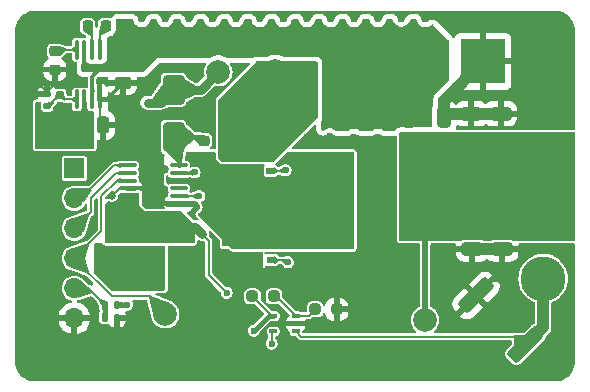
<source format=gtl>
G04 #@! TF.GenerationSoftware,KiCad,Pcbnew,8.0.1*
G04 #@! TF.CreationDate,2024-10-28T21:22:41-04:00*
G04 #@! TF.ProjectId,cutdown,63757464-6f77-46e2-9e6b-696361645f70,rev?*
G04 #@! TF.SameCoordinates,Original*
G04 #@! TF.FileFunction,Copper,L1,Top*
G04 #@! TF.FilePolarity,Positive*
%FSLAX46Y46*%
G04 Gerber Fmt 4.6, Leading zero omitted, Abs format (unit mm)*
G04 Created by KiCad (PCBNEW 8.0.1) date 2024-10-28 21:22:41*
%MOMM*%
%LPD*%
G01*
G04 APERTURE LIST*
G04 Aperture macros list*
%AMRoundRect*
0 Rectangle with rounded corners*
0 $1 Rounding radius*
0 $2 $3 $4 $5 $6 $7 $8 $9 X,Y pos of 4 corners*
0 Add a 4 corners polygon primitive as box body*
4,1,4,$2,$3,$4,$5,$6,$7,$8,$9,$2,$3,0*
0 Add four circle primitives for the rounded corners*
1,1,$1+$1,$2,$3*
1,1,$1+$1,$4,$5*
1,1,$1+$1,$6,$7*
1,1,$1+$1,$8,$9*
0 Add four rect primitives between the rounded corners*
20,1,$1+$1,$2,$3,$4,$5,0*
20,1,$1+$1,$4,$5,$6,$7,0*
20,1,$1+$1,$6,$7,$8,$9,0*
20,1,$1+$1,$8,$9,$2,$3,0*%
G04 Aperture macros list end*
G04 #@! TA.AperFunction,ComponentPad*
%ADD10R,1.700000X1.700000*%
G04 #@! TD*
G04 #@! TA.AperFunction,ComponentPad*
%ADD11O,1.700000X1.700000*%
G04 #@! TD*
G04 #@! TA.AperFunction,SMDPad,CuDef*
%ADD12RoundRect,0.237500X0.250000X0.237500X-0.250000X0.237500X-0.250000X-0.237500X0.250000X-0.237500X0*%
G04 #@! TD*
G04 #@! TA.AperFunction,SMDPad,CuDef*
%ADD13RoundRect,0.237500X-0.250000X-0.237500X0.250000X-0.237500X0.250000X0.237500X-0.250000X0.237500X0*%
G04 #@! TD*
G04 #@! TA.AperFunction,SMDPad,CuDef*
%ADD14RoundRect,0.100000X0.225000X0.100000X-0.225000X0.100000X-0.225000X-0.100000X0.225000X-0.100000X0*%
G04 #@! TD*
G04 #@! TA.AperFunction,SMDPad,CuDef*
%ADD15RoundRect,0.250000X-0.325000X-0.650000X0.325000X-0.650000X0.325000X0.650000X-0.325000X0.650000X0*%
G04 #@! TD*
G04 #@! TA.AperFunction,SMDPad,CuDef*
%ADD16RoundRect,0.225000X-0.250000X0.225000X-0.250000X-0.225000X0.250000X-0.225000X0.250000X0.225000X0*%
G04 #@! TD*
G04 #@! TA.AperFunction,ComponentPad*
%ADD17C,2.000000*%
G04 #@! TD*
G04 #@! TA.AperFunction,SMDPad,CuDef*
%ADD18RoundRect,0.250000X-0.250000X-0.475000X0.250000X-0.475000X0.250000X0.475000X-0.250000X0.475000X0*%
G04 #@! TD*
G04 #@! TA.AperFunction,SMDPad,CuDef*
%ADD19RoundRect,0.135000X-0.135000X-0.185000X0.135000X-0.185000X0.135000X0.185000X-0.135000X0.185000X0*%
G04 #@! TD*
G04 #@! TA.AperFunction,SMDPad,CuDef*
%ADD20R,4.400000X4.300000*%
G04 #@! TD*
G04 #@! TA.AperFunction,SMDPad,CuDef*
%ADD21R,0.650000X0.630000*%
G04 #@! TD*
G04 #@! TA.AperFunction,SMDPad,CuDef*
%ADD22RoundRect,0.250000X0.650000X-0.325000X0.650000X0.325000X-0.650000X0.325000X-0.650000X-0.325000X0*%
G04 #@! TD*
G04 #@! TA.AperFunction,SMDPad,CuDef*
%ADD23R,4.100000X3.500000*%
G04 #@! TD*
G04 #@! TA.AperFunction,SMDPad,CuDef*
%ADD24RoundRect,0.225000X-0.225000X-0.250000X0.225000X-0.250000X0.225000X0.250000X-0.225000X0.250000X0*%
G04 #@! TD*
G04 #@! TA.AperFunction,SMDPad,CuDef*
%ADD25RoundRect,0.225000X0.250000X-0.225000X0.250000X0.225000X-0.250000X0.225000X-0.250000X-0.225000X0*%
G04 #@! TD*
G04 #@! TA.AperFunction,SMDPad,CuDef*
%ADD26RoundRect,0.250000X-0.375000X-1.075000X0.375000X-1.075000X0.375000X1.075000X-0.375000X1.075000X0*%
G04 #@! TD*
G04 #@! TA.AperFunction,SMDPad,CuDef*
%ADD27RoundRect,0.100000X-0.625000X-0.100000X0.625000X-0.100000X0.625000X0.100000X-0.625000X0.100000X0*%
G04 #@! TD*
G04 #@! TA.AperFunction,HeatsinkPad*
%ADD28R,1.650000X2.850000*%
G04 #@! TD*
G04 #@! TA.AperFunction,SMDPad,CuDef*
%ADD29RoundRect,0.250000X-0.650000X0.325000X-0.650000X-0.325000X0.650000X-0.325000X0.650000X0.325000X0*%
G04 #@! TD*
G04 #@! TA.AperFunction,SMDPad,CuDef*
%ADD30RoundRect,0.135000X0.185000X-0.135000X0.185000X0.135000X-0.185000X0.135000X-0.185000X-0.135000X0*%
G04 #@! TD*
G04 #@! TA.AperFunction,SMDPad,CuDef*
%ADD31RoundRect,0.135000X0.135000X0.185000X-0.135000X0.185000X-0.135000X-0.185000X0.135000X-0.185000X0*%
G04 #@! TD*
G04 #@! TA.AperFunction,SMDPad,CuDef*
%ADD32RoundRect,0.100000X0.100000X-0.712500X0.100000X0.712500X-0.100000X0.712500X-0.100000X-0.712500X0*%
G04 #@! TD*
G04 #@! TA.AperFunction,SMDPad,CuDef*
%ADD33RoundRect,0.250000X-1.263953X-0.751301X-0.751301X-1.263953X1.263953X0.751301X0.751301X1.263953X0*%
G04 #@! TD*
G04 #@! TA.AperFunction,ComponentPad*
%ADD34R,3.800000X3.800000*%
G04 #@! TD*
G04 #@! TA.AperFunction,ComponentPad*
%ADD35C,4.000000*%
G04 #@! TD*
G04 #@! TA.AperFunction,ComponentPad*
%ADD36C,3.800000*%
G04 #@! TD*
G04 #@! TA.AperFunction,SMDPad,CuDef*
%ADD37RoundRect,0.250000X-0.475000X0.250000X-0.475000X-0.250000X0.475000X-0.250000X0.475000X0.250000X0*%
G04 #@! TD*
G04 #@! TA.AperFunction,SMDPad,CuDef*
%ADD38RoundRect,0.250000X1.075000X-0.375000X1.075000X0.375000X-1.075000X0.375000X-1.075000X-0.375000X0*%
G04 #@! TD*
G04 #@! TA.AperFunction,SMDPad,CuDef*
%ADD39RoundRect,0.250000X0.650000X-1.000000X0.650000X1.000000X-0.650000X1.000000X-0.650000X-1.000000X0*%
G04 #@! TD*
G04 #@! TA.AperFunction,ViaPad*
%ADD40C,0.600000*%
G04 #@! TD*
G04 #@! TA.AperFunction,Conductor*
%ADD41C,0.200000*%
G04 #@! TD*
G04 #@! TA.AperFunction,Conductor*
%ADD42C,1.000000*%
G04 #@! TD*
G04 #@! TA.AperFunction,Conductor*
%ADD43C,0.400000*%
G04 #@! TD*
G04 #@! TA.AperFunction,Conductor*
%ADD44C,0.300000*%
G04 #@! TD*
G04 #@! TA.AperFunction,Conductor*
%ADD45C,0.800000*%
G04 #@! TD*
G04 #@! TA.AperFunction,Conductor*
%ADD46C,0.500000*%
G04 #@! TD*
G04 APERTURE END LIST*
D10*
X120300000Y-101650000D03*
D11*
X120300000Y-104190000D03*
X120300000Y-106730000D03*
X120300000Y-109270000D03*
X120300000Y-111810000D03*
X120300000Y-114350000D03*
D12*
X137212500Y-112500000D03*
X135387500Y-112500000D03*
D13*
X140687500Y-113600000D03*
X142512500Y-113600000D03*
D14*
X137150000Y-115450000D03*
X137150000Y-114150000D03*
X139050000Y-114150000D03*
X139050000Y-114800000D03*
X139050000Y-115450000D03*
D15*
X148625000Y-97300000D03*
X151575000Y-97300000D03*
D16*
X118662500Y-91737500D03*
X118662500Y-93287500D03*
X131300000Y-99300000D03*
X131300000Y-100850000D03*
D17*
X132500000Y-93500000D03*
D18*
X120837500Y-98012500D03*
X122737500Y-98012500D03*
D19*
X122890000Y-114300000D03*
X123910000Y-114300000D03*
D20*
X135015000Y-106108228D03*
D21*
X133110000Y-103955672D03*
X134380000Y-103955672D03*
X135650000Y-103955672D03*
X136920000Y-103955672D03*
X136920000Y-109425816D03*
X133110000Y-109425816D03*
X134380000Y-109425816D03*
X135650000Y-109425816D03*
D22*
X156400000Y-99975000D03*
X156400000Y-97025000D03*
D23*
X140600000Y-105700000D03*
X150100000Y-105700000D03*
D24*
X140325000Y-93400000D03*
X141875000Y-93400000D03*
D25*
X123700000Y-108775000D03*
X123700000Y-107225000D03*
D26*
X139700000Y-95900000D03*
X142500000Y-95900000D03*
D27*
X124850000Y-101400000D03*
X124850000Y-102050000D03*
X124850000Y-102700000D03*
X124850000Y-103350000D03*
X124850000Y-104000000D03*
X124850000Y-104650000D03*
X129150000Y-104650000D03*
X129150000Y-104000000D03*
X129150000Y-103350000D03*
X129150000Y-102700000D03*
X129150000Y-102050000D03*
X129150000Y-101400000D03*
D28*
X127000000Y-103025000D03*
D20*
X135005000Y-98620600D03*
D21*
X133100000Y-96385528D03*
X134370000Y-96385528D03*
X135640000Y-96385528D03*
X136910000Y-96385528D03*
X136910000Y-101855672D03*
X133100000Y-101855672D03*
X134370000Y-101855672D03*
X135640000Y-101855672D03*
D29*
X154000000Y-105525000D03*
X154000000Y-108475000D03*
D30*
X118000000Y-96410000D03*
X118000000Y-95390000D03*
D31*
X123910000Y-113200000D03*
X122890000Y-113200000D03*
D17*
X150000000Y-114500000D03*
X137324129Y-93421197D03*
D32*
X120512500Y-95825000D03*
X121162500Y-95825000D03*
X121812500Y-95825000D03*
X122462500Y-95825000D03*
X122462500Y-91600000D03*
X121812500Y-91600000D03*
X121162500Y-91600000D03*
X120512500Y-91600000D03*
D33*
X154305196Y-112405196D03*
X158494804Y-116594804D03*
D29*
X156500000Y-105525000D03*
X156500000Y-108475000D03*
X129300000Y-106625000D03*
X129300000Y-109575000D03*
D34*
X154900000Y-92600000D03*
D35*
X149900000Y-92600000D03*
D36*
X160000000Y-105000000D03*
D37*
X124387500Y-92562500D03*
X124387500Y-94462500D03*
D38*
X126200000Y-109500000D03*
X126200000Y-106700000D03*
D24*
X121425000Y-89600000D03*
X122975000Y-89600000D03*
D17*
X128000000Y-114000000D03*
D39*
X128700000Y-99000000D03*
X128700000Y-95000000D03*
D30*
X119100000Y-96410000D03*
X119100000Y-95390000D03*
D36*
X160000000Y-111000000D03*
D22*
X153900000Y-99975000D03*
X153900000Y-97025000D03*
D40*
X143700000Y-113600000D03*
X140300000Y-115100000D03*
X156000000Y-117000000D03*
X154000000Y-117000000D03*
X146000000Y-117000000D03*
X152000000Y-117000000D03*
X150000000Y-117000000D03*
X148000000Y-117000000D03*
X142000000Y-117000000D03*
X144000000Y-117000000D03*
X140000000Y-117000000D03*
X133200000Y-112200000D03*
X137000000Y-116500000D03*
X135500000Y-115400000D03*
X124800000Y-113200000D03*
X116000000Y-107000000D03*
X146000000Y-107000000D03*
X156000000Y-113000000D03*
X148000000Y-88974136D03*
X132300000Y-108000000D03*
X128000000Y-89000000D03*
X146000000Y-114986354D03*
X154000000Y-115000000D03*
X126000000Y-89000000D03*
X160000000Y-97000000D03*
X138000000Y-119000000D03*
X152000000Y-119000000D03*
X136000000Y-119000000D03*
X116000000Y-97000000D03*
X141925000Y-98950000D03*
X160000000Y-117000000D03*
X148000000Y-119000000D03*
X116000000Y-95000000D03*
X128000000Y-119000000D03*
X160000000Y-119000000D03*
X138000000Y-117000000D03*
X126500000Y-94500000D03*
X162000000Y-91000000D03*
X146000000Y-89000000D03*
X116000000Y-103000000D03*
X117400000Y-94600000D03*
X124800000Y-114300000D03*
X118662500Y-94512500D03*
X142000000Y-119000000D03*
X120000000Y-89000000D03*
X146000000Y-119000000D03*
X156000000Y-115000000D03*
X130650000Y-104950000D03*
X156000000Y-89000000D03*
X128000000Y-93000000D03*
X126000000Y-116999999D03*
X116000000Y-101000000D03*
X116000000Y-117000000D03*
X124000000Y-99500000D03*
X123500000Y-104000000D03*
X146000000Y-103000000D03*
X116000000Y-115000000D03*
X132000000Y-117000000D03*
X124300000Y-95600000D03*
X146000000Y-101000000D03*
X134000000Y-119000000D03*
X124000000Y-117000000D03*
X162000000Y-113000000D03*
X152000000Y-89000000D03*
X132000000Y-119000000D03*
X154000000Y-119000000D03*
X116000000Y-109000000D03*
X150000000Y-89000000D03*
X128000000Y-117000000D03*
X160000000Y-93000000D03*
X122000000Y-119000000D03*
X116000000Y-99000000D03*
X126000000Y-119000000D03*
X138000000Y-89000000D03*
X140000000Y-119000000D03*
X146000000Y-109000000D03*
X130000000Y-89000000D03*
X144000000Y-89000000D03*
X156000000Y-111000000D03*
X158000000Y-119000000D03*
X131000000Y-109000000D03*
X118000000Y-89000000D03*
X158000000Y-89000000D03*
X118000000Y-119000000D03*
X126600000Y-100200000D03*
X126500000Y-98500000D03*
X146000000Y-99000000D03*
X123700000Y-96400000D03*
X116000000Y-111000000D03*
X140000000Y-99000000D03*
X118000000Y-117000000D03*
X160000000Y-95000000D03*
X130000000Y-93000000D03*
X130000000Y-117000000D03*
X116000000Y-91000000D03*
X120000000Y-117000000D03*
X158000000Y-113000000D03*
X156000000Y-119000000D03*
X160000000Y-89000000D03*
X136000000Y-117000000D03*
X122000000Y-117000000D03*
X150000000Y-119000000D03*
X116000000Y-93000000D03*
X162000000Y-117000000D03*
X162000000Y-95000000D03*
X160000000Y-91000000D03*
X124000000Y-119000000D03*
X134000000Y-89000000D03*
X136000000Y-89000000D03*
X120000000Y-119000000D03*
X144000000Y-119000000D03*
X130000000Y-119000000D03*
X116000000Y-105000000D03*
X154000000Y-89000000D03*
X162000000Y-115000000D03*
X162000000Y-93000000D03*
X142000000Y-89000000D03*
X134000000Y-116999999D03*
X131000000Y-97000000D03*
X140000000Y-89000000D03*
X116000000Y-113000000D03*
X132000000Y-89000000D03*
X162000000Y-97000000D03*
X146000000Y-113000000D03*
X144000000Y-99000000D03*
X127800000Y-105700000D03*
X124100000Y-105900000D03*
X131100000Y-107200000D03*
X126500000Y-96100000D03*
X123000000Y-111000000D03*
X124000000Y-110000000D03*
X124000000Y-111000000D03*
X119000000Y-98000000D03*
X119000000Y-99000000D03*
X118000000Y-99000000D03*
X125000000Y-111000000D03*
X123000000Y-110000000D03*
X118000000Y-98000000D03*
X138200000Y-101800000D03*
X130500000Y-102000000D03*
X138400000Y-109600000D03*
X130900000Y-104000000D03*
D41*
X139050000Y-114800000D02*
X140000000Y-114800000D01*
X140000000Y-114800000D02*
X140300000Y-115100000D01*
X143700000Y-113600000D02*
X142512500Y-113600000D01*
D42*
X151575000Y-95925000D02*
X154900000Y-92600000D01*
X151575000Y-97300000D02*
X151575000Y-95925000D01*
D41*
X139050000Y-115450000D02*
X139500000Y-115900000D01*
X139500000Y-115900000D02*
X157800000Y-115900000D01*
X157800000Y-115900000D02*
X158494804Y-116594804D01*
X139050000Y-114150000D02*
X140137500Y-114150000D01*
X140137500Y-114150000D02*
X140687500Y-113600000D01*
X133200000Y-112200000D02*
X131700000Y-110700000D01*
X131700000Y-110700000D02*
X131700000Y-107800000D01*
X131700000Y-107800000D02*
X131100000Y-107200000D01*
X137000000Y-115600000D02*
X137000000Y-116500000D01*
X137150000Y-115450000D02*
X137000000Y-115600000D01*
D43*
X136750000Y-114150000D02*
X135500000Y-115400000D01*
X137150000Y-114150000D02*
X136750000Y-114150000D01*
D41*
X137037500Y-114150000D02*
X135387500Y-112500000D01*
X137212500Y-112500000D02*
X137400000Y-112500000D01*
X137150000Y-114150000D02*
X137037500Y-114150000D01*
X137400000Y-112500000D02*
X139050000Y-114150000D01*
D42*
X158494804Y-116594804D02*
X160000000Y-115089608D01*
X160000000Y-115089608D02*
X160000000Y-111000000D01*
D44*
X121162500Y-91600000D02*
X121162500Y-92687500D01*
X121587500Y-93112500D02*
X122587500Y-93112500D01*
X121162500Y-92687500D02*
X121587500Y-93112500D01*
X121812500Y-93887500D02*
X122587500Y-93112500D01*
X122587500Y-93112500D02*
X123837500Y-93112500D01*
D43*
X124800000Y-113200000D02*
X123910000Y-113200000D01*
D44*
X121812500Y-95825000D02*
X121812500Y-93887500D01*
X123837500Y-93112500D02*
X124387500Y-92562500D01*
D43*
X129150000Y-104650000D02*
X128150000Y-104650000D01*
D42*
X153900000Y-97025000D02*
X152050000Y-97025000D01*
D41*
X118000000Y-95390000D02*
X118000000Y-95175000D01*
D43*
X127000000Y-100600000D02*
X126600000Y-100200000D01*
D42*
X152050000Y-97025000D02*
X151775000Y-97300000D01*
D44*
X124387500Y-94462500D02*
X124300000Y-94550000D01*
D41*
X127000000Y-103500000D02*
X127000000Y-103025000D01*
X118000000Y-95175000D02*
X118662500Y-94512500D01*
X128150000Y-104650000D02*
X127000000Y-103500000D01*
D44*
X123175000Y-95675000D02*
X123700000Y-96200000D01*
D41*
X118000000Y-95200000D02*
X117400000Y-94600000D01*
D44*
X123700000Y-96200000D02*
X123700000Y-96400000D01*
D41*
X118662500Y-93287500D02*
X118662500Y-94512500D01*
D44*
X122462500Y-95825000D02*
X123025000Y-95825000D01*
D41*
X124800000Y-114300000D02*
X123910000Y-114300000D01*
D43*
X127000000Y-103025000D02*
X127000000Y-100600000D01*
D41*
X124150000Y-103350000D02*
X123500000Y-104000000D01*
D42*
X154000000Y-108475000D02*
X156500000Y-108475000D01*
D41*
X122462500Y-95825000D02*
X122462500Y-97737500D01*
D44*
X123025000Y-95825000D02*
X123175000Y-95675000D01*
D43*
X130350000Y-104650000D02*
X129150000Y-104650000D01*
D44*
X124300000Y-94550000D02*
X124300000Y-95600000D01*
D42*
X151775000Y-97300000D02*
X151575000Y-97300000D01*
D41*
X122462500Y-97737500D02*
X122737500Y-98012500D01*
X124850000Y-103350000D02*
X124150000Y-103350000D01*
X124850000Y-103350000D02*
X126675000Y-103350000D01*
X126675000Y-103350000D02*
X127000000Y-103025000D01*
D42*
X153900000Y-97025000D02*
X156400000Y-97025000D01*
D44*
X123175000Y-95675000D02*
X124387500Y-94462500D01*
D41*
X118000000Y-95390000D02*
X118000000Y-95200000D01*
D43*
X130650000Y-104950000D02*
X130350000Y-104650000D01*
D45*
X130525000Y-106625000D02*
X131100000Y-107200000D01*
X128700000Y-95000000D02*
X131000000Y-95000000D01*
X127600000Y-96100000D02*
X126500000Y-96100000D01*
X131000000Y-95000000D02*
X132500000Y-93500000D01*
X128700000Y-95000000D02*
X127600000Y-96100000D01*
X129300000Y-106625000D02*
X130525000Y-106625000D01*
D43*
X129200000Y-99500000D02*
X128700000Y-99000000D01*
X129150000Y-101400000D02*
X129200000Y-101350000D01*
X129200000Y-101350000D02*
X129200000Y-99500000D01*
X128700000Y-99000000D02*
X131000000Y-99000000D01*
X131000000Y-99000000D02*
X131300000Y-99300000D01*
D41*
X121700000Y-105330000D02*
X120300000Y-106730000D01*
X121700000Y-104200000D02*
X121700000Y-105330000D01*
X124850000Y-102050000D02*
X123850000Y-102050000D01*
X123850000Y-102050000D02*
X121700000Y-104200000D01*
X121500000Y-111810000D02*
X120300000Y-111810000D01*
X122890000Y-113200000D02*
X121500000Y-111810000D01*
D43*
X122890000Y-114300000D02*
X122890000Y-113200000D01*
D46*
X150100000Y-105700000D02*
X150000000Y-105800000D01*
D41*
X153900000Y-101900000D02*
X150100000Y-105700000D01*
X157000000Y-105025000D02*
X157000000Y-100575000D01*
D46*
X150000000Y-105800000D02*
X150000000Y-114500000D01*
D41*
X153825000Y-105700000D02*
X154000000Y-105525000D01*
X154000000Y-105525000D02*
X156500000Y-105525000D01*
X156500000Y-105525000D02*
X157000000Y-105025000D01*
X157000000Y-100575000D02*
X156400000Y-99975000D01*
X156400000Y-99975000D02*
X153900000Y-99975000D01*
X150100000Y-105700000D02*
X153825000Y-105700000D01*
X153900000Y-99975000D02*
X153900000Y-101900000D01*
X120910000Y-104190000D02*
X120300000Y-104190000D01*
X120490000Y-104000000D02*
X120300000Y-104190000D01*
X123700000Y-101400000D02*
X120910000Y-104190000D01*
X124850000Y-101400000D02*
X123700000Y-101400000D01*
D46*
X137324129Y-93421197D02*
X137324129Y-93524129D01*
X137324129Y-93524129D02*
X139700000Y-95900000D01*
D41*
X121162500Y-97687500D02*
X120837500Y-98012500D01*
X119100000Y-96410000D02*
X119235000Y-96410000D01*
X119235000Y-96410000D02*
X120837500Y-98012500D01*
X121162500Y-95825000D02*
X121162500Y-97687500D01*
X128000000Y-113800000D02*
X128000000Y-114000000D01*
X126700000Y-112500000D02*
X128000000Y-113800000D01*
X123900000Y-102700000D02*
X122600000Y-104000000D01*
X124850000Y-102700000D02*
X123900000Y-102700000D01*
X123500000Y-112500000D02*
X126700000Y-112500000D01*
X120300000Y-109270000D02*
X120300000Y-109300000D01*
X120300000Y-109300000D02*
X123500000Y-112500000D01*
X122600000Y-106970000D02*
X120300000Y-109270000D01*
X122600000Y-104000000D02*
X122600000Y-106970000D01*
X118800000Y-91600000D02*
X118662500Y-91737500D01*
X120512500Y-91600000D02*
X118800000Y-91600000D01*
X119100000Y-95390000D02*
X119535000Y-95825000D01*
X118000000Y-96410000D02*
X118080000Y-96410000D01*
X119535000Y-95825000D02*
X120512500Y-95825000D01*
X118080000Y-96410000D02*
X119100000Y-95390000D01*
X121812500Y-91600000D02*
X121812500Y-89987500D01*
X121812500Y-89987500D02*
X121425000Y-89600000D01*
X122462500Y-90112500D02*
X122975000Y-89600000D01*
X122462500Y-91600000D02*
X122462500Y-90112500D01*
X135423228Y-105700000D02*
X140600000Y-105700000D01*
X132094328Y-100850000D02*
X133100000Y-101855672D01*
X136920000Y-103955672D02*
X135650000Y-103955672D01*
X133110000Y-103554328D02*
X132255672Y-102700000D01*
X135650000Y-103955672D02*
X134380000Y-103955672D01*
X134380000Y-103955672D02*
X133110000Y-103955672D01*
X135015000Y-106108228D02*
X135423228Y-105700000D01*
X131300000Y-100850000D02*
X132094328Y-100850000D01*
X129150000Y-102700000D02*
X132255672Y-102700000D01*
X132255672Y-102700000D02*
X133100000Y-101855672D01*
X133110000Y-103955672D02*
X133110000Y-103554328D01*
X133100000Y-101855672D02*
X135640000Y-101855672D01*
X130450000Y-102050000D02*
X129150000Y-102050000D01*
X138144328Y-101855672D02*
X138200000Y-101800000D01*
X136910000Y-101855672D02*
X138144328Y-101855672D01*
X130500000Y-102000000D02*
X130450000Y-102050000D01*
X129150000Y-104000000D02*
X130900000Y-104000000D01*
X136920000Y-109425816D02*
X138225816Y-109425816D01*
X138225816Y-109425816D02*
X138400000Y-109600000D01*
G04 #@! TA.AperFunction,Conductor*
G36*
X161003523Y-88300751D02*
G01*
X161234806Y-88317293D01*
X161248787Y-88319304D01*
X161471881Y-88367836D01*
X161485433Y-88371815D01*
X161622649Y-88422992D01*
X161699366Y-88451606D01*
X161712205Y-88457469D01*
X161912607Y-88566898D01*
X161924483Y-88574530D01*
X162107263Y-88711357D01*
X162117939Y-88720607D01*
X162279392Y-88882060D01*
X162288642Y-88892736D01*
X162425467Y-89075513D01*
X162433103Y-89087395D01*
X162534053Y-89272270D01*
X162542526Y-89287786D01*
X162548394Y-89300636D01*
X162628184Y-89514566D01*
X162632163Y-89528118D01*
X162680695Y-89751212D01*
X162682706Y-89765193D01*
X162699248Y-89996475D01*
X162699500Y-90003538D01*
X162699500Y-98295500D01*
X162680593Y-98353691D01*
X162631093Y-98389655D01*
X162600500Y-98394500D01*
X152679911Y-98394500D01*
X152621720Y-98375593D01*
X152585756Y-98326093D01*
X152585756Y-98264907D01*
X152585936Y-98264360D01*
X152639506Y-98102693D01*
X152639506Y-98102692D01*
X152647296Y-98026447D01*
X152672019Y-97970479D01*
X152724918Y-97939732D01*
X152785786Y-97945950D01*
X152797756Y-97952247D01*
X152930877Y-98034357D01*
X153097306Y-98089506D01*
X153200012Y-98099999D01*
X153649998Y-98099999D01*
X153650000Y-98099998D01*
X154150000Y-98099998D01*
X154150001Y-98099999D01*
X154599986Y-98099999D01*
X154702687Y-98089507D01*
X154702699Y-98089504D01*
X154869124Y-98034356D01*
X155018340Y-97942319D01*
X155079996Y-97880664D01*
X155134513Y-97852887D01*
X155194945Y-97862458D01*
X155220004Y-97880664D01*
X155281659Y-97942319D01*
X155430875Y-98034356D01*
X155597306Y-98089506D01*
X155700012Y-98099999D01*
X156149998Y-98099999D01*
X156150000Y-98099998D01*
X156650000Y-98099998D01*
X156650001Y-98099999D01*
X157099986Y-98099999D01*
X157202687Y-98089507D01*
X157202699Y-98089504D01*
X157369124Y-98034356D01*
X157518340Y-97942319D01*
X157642319Y-97818340D01*
X157734356Y-97669124D01*
X157789506Y-97502693D01*
X157800000Y-97399987D01*
X157800000Y-97275001D01*
X157799999Y-97275000D01*
X156650001Y-97275000D01*
X156650000Y-97275001D01*
X156650000Y-98099998D01*
X156150000Y-98099998D01*
X156150000Y-97275001D01*
X156149999Y-97275000D01*
X154150001Y-97275000D01*
X154150000Y-97275001D01*
X154150000Y-98099998D01*
X153650000Y-98099998D01*
X153650000Y-96774999D01*
X154150000Y-96774999D01*
X154150001Y-96775000D01*
X156149999Y-96775000D01*
X156150000Y-96774999D01*
X156650000Y-96774999D01*
X156650001Y-96775000D01*
X157799998Y-96775000D01*
X157799999Y-96774999D01*
X157799999Y-96650013D01*
X157789507Y-96547312D01*
X157789504Y-96547300D01*
X157734356Y-96380875D01*
X157642319Y-96231659D01*
X157518340Y-96107680D01*
X157369124Y-96015643D01*
X157202693Y-95960493D01*
X157099987Y-95950000D01*
X156650001Y-95950000D01*
X156650000Y-95950001D01*
X156650000Y-96774999D01*
X156150000Y-96774999D01*
X156150000Y-95950001D01*
X156149999Y-95950000D01*
X155700013Y-95950000D01*
X155597312Y-95960492D01*
X155597300Y-95960495D01*
X155430875Y-96015643D01*
X155281659Y-96107680D01*
X155220004Y-96169336D01*
X155165487Y-96197113D01*
X155105055Y-96187542D01*
X155079996Y-96169336D01*
X155018340Y-96107680D01*
X154869124Y-96015643D01*
X154702693Y-95960493D01*
X154599987Y-95950000D01*
X154150001Y-95950000D01*
X154150000Y-95950001D01*
X154150000Y-96774999D01*
X153650000Y-96774999D01*
X153650000Y-95950001D01*
X153649999Y-95950000D01*
X153200013Y-95950000D01*
X153097312Y-95960492D01*
X153097300Y-95960495D01*
X152930875Y-96015643D01*
X152781658Y-96107681D01*
X152781655Y-96107683D01*
X152663012Y-96226326D01*
X152608496Y-96254103D01*
X152548064Y-96244531D01*
X152508749Y-96208295D01*
X152492320Y-96181660D01*
X152368340Y-96057680D01*
X152219124Y-95965643D01*
X152052693Y-95910493D01*
X151949987Y-95900000D01*
X151825001Y-95900000D01*
X151825000Y-95900001D01*
X151825000Y-97451000D01*
X151806093Y-97509191D01*
X151756593Y-97545155D01*
X151726000Y-97550000D01*
X151424000Y-97550000D01*
X151365809Y-97531093D01*
X151329845Y-97481593D01*
X151325000Y-97451000D01*
X151325000Y-95900001D01*
X151324999Y-95900000D01*
X151197732Y-95900000D01*
X151139541Y-95881093D01*
X151103577Y-95831593D01*
X151103577Y-95770407D01*
X151106258Y-95763140D01*
X151132605Y-95699531D01*
X151141748Y-95682426D01*
X151185091Y-95617559D01*
X151197394Y-95602567D01*
X152243091Y-94556873D01*
X152278063Y-94516994D01*
X152301742Y-94486135D01*
X152320120Y-94460132D01*
X152320120Y-94460131D01*
X152320153Y-94460085D01*
X152369178Y-94423477D01*
X152430359Y-94422676D01*
X152480325Y-94457990D01*
X152499992Y-94515928D01*
X152500000Y-94517223D01*
X152500000Y-94547824D01*
X152499999Y-94547824D01*
X152506401Y-94607370D01*
X152506403Y-94607381D01*
X152556646Y-94742088D01*
X152556647Y-94742090D01*
X152642807Y-94857184D01*
X152642815Y-94857192D01*
X152757909Y-94943352D01*
X152757911Y-94943353D01*
X152892618Y-94993596D01*
X152892629Y-94993598D01*
X152952176Y-95000000D01*
X154649999Y-95000000D01*
X154650000Y-94999999D01*
X154650000Y-93927231D01*
X154793753Y-93950000D01*
X155006247Y-93950000D01*
X155150000Y-93927231D01*
X155150000Y-94999999D01*
X155150001Y-95000000D01*
X156847824Y-95000000D01*
X156907370Y-94993598D01*
X156907381Y-94993596D01*
X157042088Y-94943353D01*
X157042090Y-94943352D01*
X157157184Y-94857192D01*
X157157192Y-94857184D01*
X157243352Y-94742090D01*
X157243353Y-94742088D01*
X157293596Y-94607381D01*
X157293598Y-94607370D01*
X157300000Y-94547824D01*
X157300000Y-92850001D01*
X157299999Y-92850000D01*
X156227231Y-92850000D01*
X156250000Y-92706247D01*
X156250000Y-92493753D01*
X156227231Y-92350000D01*
X157299999Y-92350000D01*
X157300000Y-92349999D01*
X157300000Y-90652175D01*
X157293598Y-90592629D01*
X157293596Y-90592618D01*
X157243353Y-90457911D01*
X157243352Y-90457909D01*
X157157192Y-90342815D01*
X157157184Y-90342807D01*
X157042090Y-90256647D01*
X157042088Y-90256646D01*
X156907381Y-90206403D01*
X156907370Y-90206401D01*
X156847824Y-90200000D01*
X155150001Y-90200000D01*
X155150000Y-90200001D01*
X155150000Y-91272768D01*
X155006247Y-91250000D01*
X154793753Y-91250000D01*
X154650000Y-91272768D01*
X154650000Y-90200001D01*
X154649999Y-90200000D01*
X152952176Y-90200000D01*
X152892629Y-90206401D01*
X152892618Y-90206403D01*
X152757911Y-90256646D01*
X152757909Y-90256647D01*
X152642815Y-90342807D01*
X152642807Y-90342815D01*
X152556647Y-90457909D01*
X152510623Y-90581307D01*
X152472573Y-90629221D01*
X152413626Y-90645619D01*
X152356298Y-90624237D01*
X152332129Y-90596212D01*
X152307533Y-90553609D01*
X152243091Y-90469627D01*
X150988192Y-89214728D01*
X150988187Y-89214724D01*
X150988184Y-89214721D01*
X150914734Y-89156578D01*
X150914727Y-89156573D01*
X150914720Y-89156568D01*
X150856543Y-89120595D01*
X150856540Y-89120593D01*
X150856536Y-89120591D01*
X150791647Y-89088102D01*
X150667763Y-89060726D01*
X150667756Y-89060725D01*
X150590790Y-89056070D01*
X150590777Y-89056070D01*
X150528505Y-89058831D01*
X150506085Y-89059825D01*
X150506084Y-89059825D01*
X150506077Y-89059826D01*
X150389152Y-89096782D01*
X150385115Y-89098058D01*
X150385112Y-89098059D01*
X150385105Y-89098062D01*
X150316122Y-89132515D01*
X150316117Y-89132518D01*
X150228400Y-89191768D01*
X150228398Y-89191770D01*
X150177802Y-89236593D01*
X150158164Y-89250148D01*
X150116016Y-89272270D01*
X150093700Y-89280734D01*
X150070597Y-89286428D01*
X150047492Y-89292123D01*
X150023801Y-89295000D01*
X149976198Y-89295000D01*
X149952507Y-89292123D01*
X149929874Y-89286544D01*
X149906296Y-89280733D01*
X149883981Y-89272270D01*
X149878010Y-89269136D01*
X149841827Y-89250145D01*
X149822195Y-89236594D01*
X149786563Y-89205027D01*
X149770739Y-89187166D01*
X149743699Y-89147991D01*
X149732609Y-89126860D01*
X149711126Y-89070216D01*
X149707113Y-89056867D01*
X149694898Y-89002630D01*
X149694511Y-89001472D01*
X149690151Y-88988412D01*
X149676024Y-88946094D01*
X149652694Y-88890407D01*
X149652692Y-88890404D01*
X149652692Y-88890403D01*
X149578127Y-88787773D01*
X149578125Y-88787771D01*
X149578123Y-88787768D01*
X149523585Y-88733230D01*
X149457703Y-88679880D01*
X149457702Y-88679879D01*
X149341812Y-88628283D01*
X149341811Y-88628282D01*
X149341803Y-88628279D01*
X149341799Y-88628278D01*
X149341797Y-88628277D01*
X149267303Y-88608317D01*
X149162353Y-88594500D01*
X148834507Y-88594500D01*
X148776572Y-88600352D01*
X148753397Y-88602694D01*
X148694994Y-88614616D01*
X148694993Y-88614616D01*
X148636917Y-88631059D01*
X148526030Y-88692717D01*
X148465324Y-88740275D01*
X148404417Y-88799247D01*
X148404416Y-88799248D01*
X148373703Y-88850516D01*
X148339217Y-88908083D01*
X148310421Y-88979628D01*
X148305469Y-88998878D01*
X148302158Y-89009316D01*
X148267387Y-89101002D01*
X148256296Y-89122133D01*
X148238448Y-89147991D01*
X148229265Y-89161295D01*
X148213439Y-89179159D01*
X148177805Y-89210728D01*
X148158164Y-89224285D01*
X148116015Y-89246407D01*
X148093700Y-89254870D01*
X148070597Y-89260564D01*
X148047492Y-89266259D01*
X148023801Y-89269136D01*
X147976198Y-89269136D01*
X147952507Y-89266259D01*
X147929874Y-89260680D01*
X147906296Y-89254869D01*
X147883981Y-89246406D01*
X147880466Y-89244561D01*
X147841827Y-89224281D01*
X147822195Y-89210730D01*
X147786563Y-89179163D01*
X147770740Y-89161303D01*
X147767472Y-89156568D01*
X147743696Y-89122123D01*
X147732608Y-89100998D01*
X147704510Y-89026911D01*
X147700500Y-89013569D01*
X147698037Y-89002627D01*
X147679162Y-88946090D01*
X147655834Y-88890407D01*
X147626852Y-88850516D01*
X147581267Y-88787773D01*
X147581265Y-88787771D01*
X147581263Y-88787768D01*
X147526725Y-88733230D01*
X147460843Y-88679880D01*
X147460842Y-88679879D01*
X147344952Y-88628283D01*
X147344951Y-88628282D01*
X147344943Y-88628279D01*
X147344939Y-88628278D01*
X147344937Y-88628277D01*
X147270443Y-88608317D01*
X147165493Y-88594500D01*
X146837647Y-88594500D01*
X146756537Y-88602695D01*
X146756534Y-88602695D01*
X146756530Y-88602696D01*
X146715224Y-88611129D01*
X146698134Y-88614618D01*
X146698127Y-88614620D01*
X146640044Y-88631063D01*
X146529166Y-88692718D01*
X146468456Y-88740280D01*
X146468455Y-88740281D01*
X146407554Y-88799250D01*
X146407552Y-88799253D01*
X146342355Y-88908085D01*
X146313561Y-88979626D01*
X146313558Y-88979635D01*
X146294556Y-89053515D01*
X146291244Y-89063959D01*
X146267387Y-89126866D01*
X146256296Y-89147997D01*
X146250374Y-89156578D01*
X146229265Y-89187159D01*
X146213439Y-89205023D01*
X146177805Y-89236592D01*
X146158164Y-89250149D01*
X146116015Y-89272271D01*
X146093700Y-89280734D01*
X146070597Y-89286428D01*
X146047492Y-89292123D01*
X146023801Y-89295000D01*
X145976198Y-89295000D01*
X145952507Y-89292123D01*
X145929874Y-89286544D01*
X145906296Y-89280733D01*
X145883981Y-89272270D01*
X145878010Y-89269136D01*
X145841827Y-89250145D01*
X145822195Y-89236594D01*
X145786563Y-89205027D01*
X145770739Y-89187166D01*
X145743699Y-89147991D01*
X145732609Y-89126860D01*
X145711126Y-89070216D01*
X145707113Y-89056867D01*
X145694898Y-89002630D01*
X145694511Y-89001472D01*
X145690151Y-88988412D01*
X145676024Y-88946094D01*
X145652694Y-88890407D01*
X145652692Y-88890404D01*
X145652692Y-88890403D01*
X145578127Y-88787773D01*
X145578125Y-88787771D01*
X145578123Y-88787768D01*
X145523585Y-88733230D01*
X145457703Y-88679880D01*
X145457702Y-88679879D01*
X145341812Y-88628283D01*
X145341811Y-88628282D01*
X145341803Y-88628279D01*
X145341799Y-88628278D01*
X145341797Y-88628277D01*
X145267303Y-88608317D01*
X145162353Y-88594500D01*
X144837647Y-88594500D01*
X144756537Y-88602695D01*
X144756534Y-88602695D01*
X144756530Y-88602696D01*
X144715224Y-88611129D01*
X144698134Y-88614618D01*
X144698127Y-88614620D01*
X144640044Y-88631063D01*
X144529166Y-88692718D01*
X144468456Y-88740280D01*
X144468455Y-88740281D01*
X144407554Y-88799250D01*
X144407552Y-88799253D01*
X144342355Y-88908085D01*
X144313561Y-88979626D01*
X144313558Y-88979635D01*
X144294556Y-89053515D01*
X144291244Y-89063959D01*
X144267387Y-89126866D01*
X144256296Y-89147997D01*
X144250374Y-89156578D01*
X144229265Y-89187159D01*
X144213439Y-89205023D01*
X144177805Y-89236592D01*
X144158164Y-89250149D01*
X144116015Y-89272271D01*
X144093700Y-89280734D01*
X144070597Y-89286428D01*
X144047492Y-89292123D01*
X144023801Y-89295000D01*
X143976198Y-89295000D01*
X143952507Y-89292123D01*
X143929874Y-89286544D01*
X143906296Y-89280733D01*
X143883981Y-89272270D01*
X143878010Y-89269136D01*
X143841827Y-89250145D01*
X143822195Y-89236594D01*
X143786563Y-89205027D01*
X143770739Y-89187166D01*
X143743699Y-89147991D01*
X143732609Y-89126860D01*
X143711126Y-89070216D01*
X143707113Y-89056867D01*
X143694898Y-89002630D01*
X143694511Y-89001472D01*
X143690151Y-88988412D01*
X143676024Y-88946094D01*
X143652694Y-88890407D01*
X143652692Y-88890404D01*
X143652692Y-88890403D01*
X143578127Y-88787773D01*
X143578125Y-88787771D01*
X143578123Y-88787768D01*
X143523585Y-88733230D01*
X143457703Y-88679880D01*
X143457702Y-88679879D01*
X143341812Y-88628283D01*
X143341811Y-88628282D01*
X143341803Y-88628279D01*
X143341799Y-88628278D01*
X143341797Y-88628277D01*
X143267303Y-88608317D01*
X143162353Y-88594500D01*
X142837647Y-88594500D01*
X142756537Y-88602695D01*
X142756534Y-88602695D01*
X142756530Y-88602696D01*
X142715224Y-88611129D01*
X142698134Y-88614618D01*
X142698127Y-88614620D01*
X142640044Y-88631063D01*
X142529166Y-88692718D01*
X142468456Y-88740280D01*
X142468455Y-88740281D01*
X142407554Y-88799250D01*
X142407552Y-88799253D01*
X142342355Y-88908085D01*
X142313561Y-88979626D01*
X142313558Y-88979635D01*
X142294556Y-89053515D01*
X142291244Y-89063959D01*
X142267387Y-89126866D01*
X142256296Y-89147997D01*
X142250374Y-89156578D01*
X142229265Y-89187159D01*
X142213439Y-89205023D01*
X142177805Y-89236592D01*
X142158164Y-89250149D01*
X142116015Y-89272271D01*
X142093700Y-89280734D01*
X142070597Y-89286428D01*
X142047492Y-89292123D01*
X142023801Y-89295000D01*
X141976198Y-89295000D01*
X141952507Y-89292123D01*
X141929874Y-89286544D01*
X141906296Y-89280733D01*
X141883981Y-89272270D01*
X141878010Y-89269136D01*
X141841827Y-89250145D01*
X141822195Y-89236594D01*
X141786563Y-89205027D01*
X141770739Y-89187166D01*
X141743699Y-89147991D01*
X141732609Y-89126860D01*
X141711126Y-89070216D01*
X141707113Y-89056867D01*
X141694898Y-89002630D01*
X141694511Y-89001472D01*
X141690151Y-88988412D01*
X141676024Y-88946094D01*
X141652694Y-88890407D01*
X141652692Y-88890404D01*
X141652692Y-88890403D01*
X141578127Y-88787773D01*
X141578125Y-88787771D01*
X141578123Y-88787768D01*
X141523585Y-88733230D01*
X141457703Y-88679880D01*
X141457702Y-88679879D01*
X141341812Y-88628283D01*
X141341811Y-88628282D01*
X141341803Y-88628279D01*
X141341799Y-88628278D01*
X141341797Y-88628277D01*
X141267303Y-88608317D01*
X141162353Y-88594500D01*
X140837647Y-88594500D01*
X140756537Y-88602695D01*
X140756534Y-88602695D01*
X140756530Y-88602696D01*
X140715224Y-88611129D01*
X140698134Y-88614618D01*
X140698127Y-88614620D01*
X140640044Y-88631063D01*
X140529166Y-88692718D01*
X140468456Y-88740280D01*
X140468455Y-88740281D01*
X140407554Y-88799250D01*
X140407552Y-88799253D01*
X140342355Y-88908085D01*
X140313561Y-88979626D01*
X140313558Y-88979635D01*
X140294556Y-89053515D01*
X140291244Y-89063959D01*
X140267387Y-89126866D01*
X140256296Y-89147997D01*
X140250374Y-89156578D01*
X140229265Y-89187159D01*
X140213439Y-89205023D01*
X140177805Y-89236592D01*
X140158164Y-89250149D01*
X140116015Y-89272271D01*
X140093700Y-89280734D01*
X140070597Y-89286428D01*
X140047492Y-89292123D01*
X140023801Y-89295000D01*
X139976198Y-89295000D01*
X139952507Y-89292123D01*
X139929874Y-89286544D01*
X139906296Y-89280733D01*
X139883981Y-89272270D01*
X139878010Y-89269136D01*
X139841827Y-89250145D01*
X139822195Y-89236594D01*
X139786563Y-89205027D01*
X139770739Y-89187166D01*
X139743699Y-89147991D01*
X139732609Y-89126860D01*
X139711126Y-89070216D01*
X139707113Y-89056867D01*
X139694898Y-89002630D01*
X139694511Y-89001472D01*
X139690151Y-88988412D01*
X139676024Y-88946094D01*
X139652694Y-88890407D01*
X139652692Y-88890404D01*
X139652692Y-88890403D01*
X139578127Y-88787773D01*
X139578125Y-88787771D01*
X139578123Y-88787768D01*
X139523585Y-88733230D01*
X139457703Y-88679880D01*
X139457702Y-88679879D01*
X139341812Y-88628283D01*
X139341811Y-88628282D01*
X139341803Y-88628279D01*
X139341799Y-88628278D01*
X139341797Y-88628277D01*
X139267303Y-88608317D01*
X139162353Y-88594500D01*
X138837647Y-88594500D01*
X138756537Y-88602695D01*
X138756534Y-88602695D01*
X138756530Y-88602696D01*
X138715224Y-88611129D01*
X138698134Y-88614618D01*
X138698127Y-88614620D01*
X138640044Y-88631063D01*
X138529166Y-88692718D01*
X138468456Y-88740280D01*
X138468455Y-88740281D01*
X138407554Y-88799250D01*
X138407552Y-88799253D01*
X138342355Y-88908085D01*
X138313561Y-88979626D01*
X138313558Y-88979635D01*
X138294556Y-89053515D01*
X138291244Y-89063959D01*
X138267387Y-89126866D01*
X138256296Y-89147997D01*
X138250374Y-89156578D01*
X138229265Y-89187159D01*
X138213439Y-89205023D01*
X138177805Y-89236592D01*
X138158164Y-89250149D01*
X138116015Y-89272271D01*
X138093700Y-89280734D01*
X138070597Y-89286428D01*
X138047492Y-89292123D01*
X138023801Y-89295000D01*
X137976198Y-89295000D01*
X137952507Y-89292123D01*
X137929874Y-89286544D01*
X137906296Y-89280733D01*
X137883981Y-89272270D01*
X137878010Y-89269136D01*
X137841827Y-89250145D01*
X137822195Y-89236594D01*
X137786563Y-89205027D01*
X137770739Y-89187166D01*
X137743699Y-89147991D01*
X137732609Y-89126860D01*
X137711126Y-89070216D01*
X137707113Y-89056867D01*
X137694898Y-89002630D01*
X137694511Y-89001472D01*
X137690151Y-88988412D01*
X137676024Y-88946094D01*
X137652694Y-88890407D01*
X137652692Y-88890404D01*
X137652692Y-88890403D01*
X137578127Y-88787773D01*
X137578125Y-88787771D01*
X137578123Y-88787768D01*
X137523585Y-88733230D01*
X137457703Y-88679880D01*
X137457702Y-88679879D01*
X137341812Y-88628283D01*
X137341811Y-88628282D01*
X137341803Y-88628279D01*
X137341799Y-88628278D01*
X137341797Y-88628277D01*
X137267303Y-88608317D01*
X137162353Y-88594500D01*
X136837647Y-88594500D01*
X136756537Y-88602695D01*
X136756534Y-88602695D01*
X136756530Y-88602696D01*
X136715224Y-88611129D01*
X136698134Y-88614618D01*
X136698127Y-88614620D01*
X136640044Y-88631063D01*
X136529166Y-88692718D01*
X136468456Y-88740280D01*
X136468455Y-88740281D01*
X136407554Y-88799250D01*
X136407552Y-88799253D01*
X136342355Y-88908085D01*
X136313561Y-88979626D01*
X136313558Y-88979635D01*
X136294556Y-89053515D01*
X136291244Y-89063959D01*
X136267387Y-89126866D01*
X136256296Y-89147997D01*
X136250374Y-89156578D01*
X136229265Y-89187159D01*
X136213439Y-89205023D01*
X136177805Y-89236592D01*
X136158164Y-89250149D01*
X136116015Y-89272271D01*
X136093700Y-89280734D01*
X136070597Y-89286428D01*
X136047492Y-89292123D01*
X136023801Y-89295000D01*
X135976198Y-89295000D01*
X135952507Y-89292123D01*
X135929874Y-89286544D01*
X135906296Y-89280733D01*
X135883981Y-89272270D01*
X135878010Y-89269136D01*
X135841827Y-89250145D01*
X135822195Y-89236594D01*
X135786563Y-89205027D01*
X135770739Y-89187166D01*
X135743699Y-89147991D01*
X135732609Y-89126860D01*
X135711126Y-89070216D01*
X135707113Y-89056867D01*
X135694898Y-89002630D01*
X135694511Y-89001472D01*
X135690151Y-88988412D01*
X135676024Y-88946094D01*
X135652694Y-88890407D01*
X135652692Y-88890404D01*
X135652692Y-88890403D01*
X135578127Y-88787773D01*
X135578125Y-88787771D01*
X135578123Y-88787768D01*
X135523585Y-88733230D01*
X135457703Y-88679880D01*
X135457702Y-88679879D01*
X135341812Y-88628283D01*
X135341811Y-88628282D01*
X135341803Y-88628279D01*
X135341799Y-88628278D01*
X135341797Y-88628277D01*
X135267303Y-88608317D01*
X135162353Y-88594500D01*
X134837647Y-88594500D01*
X134756537Y-88602695D01*
X134756534Y-88602695D01*
X134756530Y-88602696D01*
X134715224Y-88611129D01*
X134698134Y-88614618D01*
X134698127Y-88614620D01*
X134640044Y-88631063D01*
X134529166Y-88692718D01*
X134468456Y-88740280D01*
X134468455Y-88740281D01*
X134407554Y-88799250D01*
X134407552Y-88799253D01*
X134342355Y-88908085D01*
X134313561Y-88979626D01*
X134313558Y-88979635D01*
X134294556Y-89053515D01*
X134291244Y-89063959D01*
X134267387Y-89126866D01*
X134256296Y-89147997D01*
X134250374Y-89156578D01*
X134229265Y-89187159D01*
X134213439Y-89205023D01*
X134177805Y-89236592D01*
X134158164Y-89250149D01*
X134116015Y-89272271D01*
X134093700Y-89280734D01*
X134070597Y-89286428D01*
X134047492Y-89292123D01*
X134023801Y-89295000D01*
X133976198Y-89295000D01*
X133952507Y-89292123D01*
X133929874Y-89286544D01*
X133906296Y-89280733D01*
X133883981Y-89272270D01*
X133878010Y-89269136D01*
X133841827Y-89250145D01*
X133822195Y-89236594D01*
X133786563Y-89205027D01*
X133770739Y-89187166D01*
X133743699Y-89147991D01*
X133732609Y-89126860D01*
X133711126Y-89070216D01*
X133707113Y-89056867D01*
X133694898Y-89002630D01*
X133694511Y-89001472D01*
X133690151Y-88988412D01*
X133676024Y-88946094D01*
X133652694Y-88890407D01*
X133652692Y-88890404D01*
X133652692Y-88890403D01*
X133578127Y-88787773D01*
X133578125Y-88787771D01*
X133578123Y-88787768D01*
X133523585Y-88733230D01*
X133457703Y-88679880D01*
X133457702Y-88679879D01*
X133341812Y-88628283D01*
X133341811Y-88628282D01*
X133341803Y-88628279D01*
X133341799Y-88628278D01*
X133341797Y-88628277D01*
X133267303Y-88608317D01*
X133162353Y-88594500D01*
X132837647Y-88594500D01*
X132756537Y-88602695D01*
X132756534Y-88602695D01*
X132756530Y-88602696D01*
X132715224Y-88611129D01*
X132698134Y-88614618D01*
X132698127Y-88614620D01*
X132640044Y-88631063D01*
X132529166Y-88692718D01*
X132468456Y-88740280D01*
X132468455Y-88740281D01*
X132407554Y-88799250D01*
X132407552Y-88799253D01*
X132342355Y-88908085D01*
X132313561Y-88979626D01*
X132313558Y-88979635D01*
X132294556Y-89053515D01*
X132291244Y-89063959D01*
X132267387Y-89126866D01*
X132256296Y-89147997D01*
X132250374Y-89156578D01*
X132229265Y-89187159D01*
X132213439Y-89205023D01*
X132177805Y-89236592D01*
X132158164Y-89250149D01*
X132116015Y-89272271D01*
X132093700Y-89280734D01*
X132070597Y-89286428D01*
X132047492Y-89292123D01*
X132023801Y-89295000D01*
X131976198Y-89295000D01*
X131952507Y-89292123D01*
X131929874Y-89286544D01*
X131906296Y-89280733D01*
X131883981Y-89272270D01*
X131878010Y-89269136D01*
X131841827Y-89250145D01*
X131822195Y-89236594D01*
X131786563Y-89205027D01*
X131770739Y-89187166D01*
X131743699Y-89147991D01*
X131732609Y-89126860D01*
X131711126Y-89070216D01*
X131707113Y-89056867D01*
X131694898Y-89002630D01*
X131694511Y-89001472D01*
X131690151Y-88988412D01*
X131676024Y-88946094D01*
X131652694Y-88890407D01*
X131652692Y-88890404D01*
X131652692Y-88890403D01*
X131578127Y-88787773D01*
X131578125Y-88787771D01*
X131578123Y-88787768D01*
X131523585Y-88733230D01*
X131457703Y-88679880D01*
X131457702Y-88679879D01*
X131341812Y-88628283D01*
X131341811Y-88628282D01*
X131341803Y-88628279D01*
X131341799Y-88628278D01*
X131341797Y-88628277D01*
X131267303Y-88608317D01*
X131162353Y-88594500D01*
X130837647Y-88594500D01*
X130756537Y-88602695D01*
X130756534Y-88602695D01*
X130756530Y-88602696D01*
X130715224Y-88611129D01*
X130698134Y-88614618D01*
X130698127Y-88614620D01*
X130640044Y-88631063D01*
X130529166Y-88692718D01*
X130468456Y-88740280D01*
X130468455Y-88740281D01*
X130407554Y-88799250D01*
X130407552Y-88799253D01*
X130342355Y-88908085D01*
X130313561Y-88979626D01*
X130313558Y-88979635D01*
X130294556Y-89053515D01*
X130291244Y-89063959D01*
X130267387Y-89126866D01*
X130256296Y-89147997D01*
X130250374Y-89156578D01*
X130229265Y-89187159D01*
X130213439Y-89205023D01*
X130177805Y-89236592D01*
X130158164Y-89250149D01*
X130116015Y-89272271D01*
X130093700Y-89280734D01*
X130070597Y-89286428D01*
X130047492Y-89292123D01*
X130023801Y-89295000D01*
X129976198Y-89295000D01*
X129952507Y-89292123D01*
X129929874Y-89286544D01*
X129906296Y-89280733D01*
X129883981Y-89272270D01*
X129878010Y-89269136D01*
X129841827Y-89250145D01*
X129822195Y-89236594D01*
X129786563Y-89205027D01*
X129770739Y-89187166D01*
X129743699Y-89147991D01*
X129732609Y-89126860D01*
X129711126Y-89070216D01*
X129707113Y-89056867D01*
X129694898Y-89002630D01*
X129694511Y-89001472D01*
X129690151Y-88988412D01*
X129676024Y-88946094D01*
X129652694Y-88890407D01*
X129652692Y-88890404D01*
X129652692Y-88890403D01*
X129578127Y-88787773D01*
X129578125Y-88787771D01*
X129578123Y-88787768D01*
X129523585Y-88733230D01*
X129457703Y-88679880D01*
X129457702Y-88679879D01*
X129341812Y-88628283D01*
X129341811Y-88628282D01*
X129341803Y-88628279D01*
X129341799Y-88628278D01*
X129341797Y-88628277D01*
X129267303Y-88608317D01*
X129162353Y-88594500D01*
X128837647Y-88594500D01*
X128756537Y-88602695D01*
X128756534Y-88602695D01*
X128756530Y-88602696D01*
X128715224Y-88611129D01*
X128698134Y-88614618D01*
X128698127Y-88614620D01*
X128640044Y-88631063D01*
X128529166Y-88692718D01*
X128468456Y-88740280D01*
X128468455Y-88740281D01*
X128407554Y-88799250D01*
X128407552Y-88799253D01*
X128342355Y-88908085D01*
X128313561Y-88979626D01*
X128313558Y-88979635D01*
X128294556Y-89053515D01*
X128291244Y-89063959D01*
X128267387Y-89126866D01*
X128256296Y-89147997D01*
X128250374Y-89156578D01*
X128229265Y-89187159D01*
X128213439Y-89205023D01*
X128177805Y-89236592D01*
X128158164Y-89250149D01*
X128116015Y-89272271D01*
X128093700Y-89280734D01*
X128070597Y-89286428D01*
X128047492Y-89292123D01*
X128023801Y-89295000D01*
X127976198Y-89295000D01*
X127952507Y-89292123D01*
X127929874Y-89286544D01*
X127906296Y-89280733D01*
X127883981Y-89272270D01*
X127878010Y-89269136D01*
X127841827Y-89250145D01*
X127822195Y-89236594D01*
X127786563Y-89205027D01*
X127770739Y-89187166D01*
X127743699Y-89147991D01*
X127732609Y-89126860D01*
X127711126Y-89070216D01*
X127707113Y-89056867D01*
X127694898Y-89002630D01*
X127694511Y-89001472D01*
X127690151Y-88988412D01*
X127676024Y-88946094D01*
X127652694Y-88890407D01*
X127652692Y-88890404D01*
X127652692Y-88890403D01*
X127578127Y-88787773D01*
X127578125Y-88787771D01*
X127578123Y-88787768D01*
X127523585Y-88733230D01*
X127457703Y-88679880D01*
X127457702Y-88679879D01*
X127341812Y-88628283D01*
X127341811Y-88628282D01*
X127341803Y-88628279D01*
X127341799Y-88628278D01*
X127341797Y-88628277D01*
X127267303Y-88608317D01*
X127162353Y-88594500D01*
X126837647Y-88594500D01*
X126756537Y-88602695D01*
X126756534Y-88602695D01*
X126756530Y-88602696D01*
X126715224Y-88611129D01*
X126698134Y-88614618D01*
X126698127Y-88614620D01*
X126640044Y-88631063D01*
X126529166Y-88692718D01*
X126468456Y-88740280D01*
X126468455Y-88740281D01*
X126407554Y-88799250D01*
X126407552Y-88799253D01*
X126342355Y-88908085D01*
X126313561Y-88979626D01*
X126313558Y-88979635D01*
X126294556Y-89053515D01*
X126291244Y-89063959D01*
X126267387Y-89126866D01*
X126256296Y-89147997D01*
X126250374Y-89156578D01*
X126229265Y-89187159D01*
X126213439Y-89205023D01*
X126177805Y-89236592D01*
X126158164Y-89250149D01*
X126116015Y-89272271D01*
X126093700Y-89280734D01*
X126070597Y-89286428D01*
X126047492Y-89292123D01*
X126023801Y-89295000D01*
X125976198Y-89295000D01*
X125952507Y-89292123D01*
X125929874Y-89286544D01*
X125906296Y-89280733D01*
X125883981Y-89272270D01*
X125878010Y-89269136D01*
X125841827Y-89250145D01*
X125822195Y-89236594D01*
X125786563Y-89205027D01*
X125770739Y-89187166D01*
X125743699Y-89147991D01*
X125732609Y-89126860D01*
X125711126Y-89070216D01*
X125707113Y-89056867D01*
X125694898Y-89002630D01*
X125694511Y-89001472D01*
X125690151Y-88988412D01*
X125676024Y-88946094D01*
X125652694Y-88890407D01*
X125652692Y-88890404D01*
X125652692Y-88890403D01*
X125578127Y-88787773D01*
X125578125Y-88787771D01*
X125578123Y-88787768D01*
X125523585Y-88733230D01*
X125457703Y-88679880D01*
X125457702Y-88679879D01*
X125341812Y-88628283D01*
X125341811Y-88628282D01*
X125341803Y-88628279D01*
X125341799Y-88628278D01*
X125341797Y-88628277D01*
X125267303Y-88608317D01*
X125162353Y-88594500D01*
X123948128Y-88594500D01*
X123890994Y-88598545D01*
X123890992Y-88598545D01*
X123890981Y-88598546D01*
X123849440Y-88604458D01*
X123832126Y-88607713D01*
X123813966Y-88611129D01*
X123773476Y-88627652D01*
X123696505Y-88659062D01*
X123696502Y-88659064D01*
X123640934Y-88692717D01*
X123630526Y-88699020D01*
X123563005Y-88750270D01*
X123563003Y-88750273D01*
X123485243Y-88850518D01*
X123459624Y-88897117D01*
X123415021Y-88939000D01*
X123354317Y-88946667D01*
X123340755Y-88942025D01*
X123340540Y-88942690D01*
X123333127Y-88940281D01*
X123333126Y-88940281D01*
X123299913Y-88935020D01*
X123233490Y-88924500D01*
X123233488Y-88924500D01*
X122716512Y-88924500D01*
X122716510Y-88924500D01*
X122616874Y-88940281D01*
X122616867Y-88940283D01*
X122496782Y-89001470D01*
X122401470Y-89096782D01*
X122340283Y-89216867D01*
X122340281Y-89216874D01*
X122324500Y-89316510D01*
X122324500Y-89415599D01*
X122320874Y-89442146D01*
X122320317Y-89444146D01*
X122282760Y-89658715D01*
X122254103Y-89712774D01*
X122199144Y-89739665D01*
X122138875Y-89729116D01*
X122096317Y-89685156D01*
X122086320Y-89645541D01*
X122080889Y-89507614D01*
X122079417Y-89489869D01*
X122079416Y-89489852D01*
X122079161Y-89487841D01*
X122078278Y-89481640D01*
X122078276Y-89481637D01*
X122077441Y-89475766D01*
X122077794Y-89475715D01*
X122075500Y-89458245D01*
X122075500Y-89316510D01*
X122069833Y-89280733D01*
X122059719Y-89216874D01*
X122059716Y-89216869D01*
X122059716Y-89216867D01*
X121998529Y-89096782D01*
X121998528Y-89096780D01*
X121903220Y-89001472D01*
X121903217Y-89001470D01*
X121783132Y-88940283D01*
X121783127Y-88940281D01*
X121783126Y-88940281D01*
X121749913Y-88935020D01*
X121683490Y-88924500D01*
X121683488Y-88924500D01*
X121166512Y-88924500D01*
X121166510Y-88924500D01*
X121066874Y-88940281D01*
X121066867Y-88940283D01*
X120946782Y-89001470D01*
X120851470Y-89096782D01*
X120790283Y-89216867D01*
X120790281Y-89216874D01*
X120774500Y-89316510D01*
X120774500Y-89883489D01*
X120790281Y-89983125D01*
X120790283Y-89983132D01*
X120851470Y-90103217D01*
X120851472Y-90103220D01*
X120946780Y-90198528D01*
X120946782Y-90198529D01*
X121051836Y-90252056D01*
X121062786Y-90258554D01*
X121219294Y-90365613D01*
X121278757Y-90406288D01*
X121316111Y-90454748D01*
X121317847Y-90515909D01*
X121283302Y-90566409D01*
X121225671Y-90586960D01*
X121222862Y-90587000D01*
X121017640Y-90587000D01*
X121017635Y-90587001D01*
X120992509Y-90589914D01*
X120923458Y-90620404D01*
X120889735Y-90635294D01*
X120889734Y-90635294D01*
X120881343Y-90639000D01*
X120880294Y-90636626D01*
X120834743Y-90650037D01*
X120794550Y-90636977D01*
X120793657Y-90639000D01*
X120785266Y-90635295D01*
X120785265Y-90635294D01*
X120682491Y-90589915D01*
X120682490Y-90589914D01*
X120682488Y-90589914D01*
X120657368Y-90587000D01*
X120367640Y-90587000D01*
X120367635Y-90587001D01*
X120342509Y-90589914D01*
X120239735Y-90635294D01*
X120160294Y-90714735D01*
X120114914Y-90817511D01*
X120112000Y-90842630D01*
X120112000Y-91200500D01*
X120093093Y-91258691D01*
X120043593Y-91294655D01*
X120013000Y-91299500D01*
X119651766Y-91299500D01*
X119620593Y-91294464D01*
X119071145Y-91112178D01*
X119068491Y-91111459D01*
X119068566Y-91111180D01*
X119047399Y-91103684D01*
X119045629Y-91102782D01*
X119045626Y-91102781D01*
X119012413Y-91097520D01*
X118945990Y-91087000D01*
X118945988Y-91087000D01*
X118379012Y-91087000D01*
X118379010Y-91087000D01*
X118279374Y-91102781D01*
X118279367Y-91102783D01*
X118159282Y-91163970D01*
X118063970Y-91259282D01*
X118002783Y-91379367D01*
X118002781Y-91379374D01*
X117987000Y-91479010D01*
X117987000Y-91995989D01*
X118002781Y-92095625D01*
X118002783Y-92095632D01*
X118063970Y-92215717D01*
X118063972Y-92215720D01*
X118105283Y-92257031D01*
X118133059Y-92311546D01*
X118123488Y-92371978D01*
X118087251Y-92411293D01*
X117959770Y-92489925D01*
X117839925Y-92609770D01*
X117750954Y-92754012D01*
X117697643Y-92914896D01*
X117687500Y-93014176D01*
X117687500Y-93037499D01*
X117687501Y-93037500D01*
X119637498Y-93037500D01*
X119637499Y-93037499D01*
X119637499Y-93014177D01*
X119627357Y-92914902D01*
X119627354Y-92914890D01*
X119574045Y-92754012D01*
X119485074Y-92609770D01*
X119365230Y-92489926D01*
X119244414Y-92415405D01*
X119204813Y-92368764D01*
X119200190Y-92307754D01*
X119232311Y-92255678D01*
X119233741Y-92254487D01*
X119639567Y-91922842D01*
X119696590Y-91900660D01*
X119702213Y-91900500D01*
X120013000Y-91900500D01*
X120071191Y-91919407D01*
X120107155Y-91968907D01*
X120112000Y-91999500D01*
X120112000Y-92357360D01*
X120112001Y-92357363D01*
X120114914Y-92382490D01*
X120117347Y-92388000D01*
X120160294Y-92485265D01*
X120239735Y-92564706D01*
X120342509Y-92610085D01*
X120367635Y-92613000D01*
X120405844Y-92612999D01*
X120464033Y-92631905D01*
X120499998Y-92681404D01*
X120503997Y-92724920D01*
X120494500Y-92797061D01*
X120494500Y-93351000D01*
X120508317Y-93455950D01*
X120528278Y-93530447D01*
X120528283Y-93530464D01*
X120558659Y-93609593D01*
X120633225Y-93712226D01*
X120633227Y-93712228D01*
X120633230Y-93712232D01*
X120687768Y-93766770D01*
X120753650Y-93820120D01*
X120869550Y-93871721D01*
X120944050Y-93891683D01*
X121049000Y-93905500D01*
X121363000Y-93905500D01*
X121421191Y-93924407D01*
X121457155Y-93973907D01*
X121462000Y-94004500D01*
X121462000Y-94720617D01*
X121443093Y-94778808D01*
X121393593Y-94814772D01*
X121337010Y-94816145D01*
X121332493Y-94814915D01*
X121332491Y-94814915D01*
X121332488Y-94814914D01*
X121332486Y-94814914D01*
X121307368Y-94812000D01*
X121017640Y-94812000D01*
X121017635Y-94812001D01*
X120992509Y-94814914D01*
X120922266Y-94845930D01*
X120889735Y-94860294D01*
X120889734Y-94860294D01*
X120881343Y-94864000D01*
X120880294Y-94861626D01*
X120834743Y-94875037D01*
X120794550Y-94861977D01*
X120793657Y-94864000D01*
X120785266Y-94860295D01*
X120785265Y-94860294D01*
X120682491Y-94814915D01*
X120682490Y-94814914D01*
X120682488Y-94814914D01*
X120657368Y-94812000D01*
X120367640Y-94812000D01*
X120367635Y-94812001D01*
X120342509Y-94814914D01*
X120239735Y-94860294D01*
X120160294Y-94939735D01*
X120114914Y-95042511D01*
X120112000Y-95067630D01*
X120112000Y-95425500D01*
X120093093Y-95483691D01*
X120043593Y-95519655D01*
X120013000Y-95524500D01*
X119769785Y-95524500D01*
X119711594Y-95505593D01*
X119675630Y-95456093D01*
X119675253Y-95454907D01*
X119624968Y-95293260D01*
X119620500Y-95263853D01*
X119620500Y-95215685D01*
X119620500Y-95215684D01*
X119614068Y-95166827D01*
X119606367Y-95150313D01*
X119564066Y-95059598D01*
X119564065Y-95059597D01*
X119564065Y-95059596D01*
X119480404Y-94975935D01*
X119480402Y-94975934D01*
X119480401Y-94975933D01*
X119373175Y-94925932D01*
X119340601Y-94921644D01*
X119324316Y-94919500D01*
X118875684Y-94919500D01*
X118826827Y-94925932D01*
X118826825Y-94925932D01*
X118819551Y-94928053D01*
X118818820Y-94925546D01*
X118770070Y-94931524D01*
X118716562Y-94901851D01*
X118703765Y-94884741D01*
X118690738Y-94862714D01*
X118577285Y-94749261D01*
X118439195Y-94667595D01*
X118285124Y-94622833D01*
X118250000Y-94620068D01*
X118250000Y-95541000D01*
X118231093Y-95599191D01*
X118181593Y-95635155D01*
X118151000Y-95640000D01*
X117187155Y-95640000D01*
X117195255Y-95667880D01*
X117193333Y-95729035D01*
X117155832Y-95777381D01*
X117100944Y-95794266D01*
X117100951Y-95794423D01*
X117100360Y-95794446D01*
X117100186Y-95794500D01*
X117099000Y-95794500D01*
X117066856Y-95797030D01*
X117036206Y-95801883D01*
X117031718Y-95802646D01*
X117031713Y-95802647D01*
X116947617Y-95838591D01*
X116898118Y-95874555D01*
X116870372Y-95898797D01*
X116823464Y-95977307D01*
X116823462Y-95977310D01*
X116804556Y-96035499D01*
X116794500Y-96098996D01*
X116794500Y-96099000D01*
X116794500Y-99901000D01*
X116797030Y-99933144D01*
X116797778Y-99937869D01*
X116801883Y-99963793D01*
X116802646Y-99968281D01*
X116802647Y-99968286D01*
X116838591Y-100052382D01*
X116848551Y-100066090D01*
X116874556Y-100101883D01*
X116898797Y-100129628D01*
X116977307Y-100176536D01*
X117035498Y-100195443D01*
X117047552Y-100197352D01*
X117098996Y-100205500D01*
X117099000Y-100205500D01*
X121900993Y-100205500D01*
X121901000Y-100205500D01*
X121933144Y-100202970D01*
X121963737Y-100198125D01*
X121963748Y-100198123D01*
X121963793Y-100198116D01*
X121968281Y-100197353D01*
X121968280Y-100197353D01*
X121968287Y-100197352D01*
X122052383Y-100161408D01*
X122101883Y-100125444D01*
X122129628Y-100101203D01*
X122176536Y-100022693D01*
X122195443Y-99964502D01*
X122205500Y-99901000D01*
X122205500Y-99321258D01*
X122224407Y-99263067D01*
X122273907Y-99227103D01*
X122329255Y-99227103D01*
X122329518Y-99225874D01*
X122334810Y-99227007D01*
X122437513Y-99237499D01*
X122487500Y-99237498D01*
X122987500Y-99237498D01*
X122987501Y-99237499D01*
X123037486Y-99237499D01*
X123140187Y-99227007D01*
X123140199Y-99227004D01*
X123306624Y-99171856D01*
X123455840Y-99079819D01*
X123579819Y-98955840D01*
X123671856Y-98806624D01*
X123727006Y-98640193D01*
X123737500Y-98537487D01*
X123737500Y-98262501D01*
X123737499Y-98262500D01*
X122987501Y-98262500D01*
X122987500Y-98262501D01*
X122987500Y-99237498D01*
X122487500Y-99237498D01*
X122487500Y-97861500D01*
X122506407Y-97803309D01*
X122555907Y-97767345D01*
X122586500Y-97762500D01*
X123737498Y-97762500D01*
X123737499Y-97762499D01*
X123737499Y-97487513D01*
X123727007Y-97384812D01*
X123727004Y-97384800D01*
X123671856Y-97218375D01*
X123579819Y-97069159D01*
X123455840Y-96945180D01*
X123306625Y-96853143D01*
X123209467Y-96820948D01*
X123160178Y-96784696D01*
X123141610Y-96726396D01*
X123146795Y-96700779D01*
X123145376Y-96700399D01*
X123147056Y-96694127D01*
X123162499Y-96576823D01*
X123162500Y-96576822D01*
X123162500Y-96025001D01*
X123162499Y-96025000D01*
X122361500Y-96025000D01*
X122303309Y-96006093D01*
X122267345Y-95956593D01*
X122262500Y-95926000D01*
X122262500Y-94520488D01*
X122662500Y-94520488D01*
X122662500Y-95624999D01*
X122662501Y-95625000D01*
X123162498Y-95625000D01*
X123162499Y-95624999D01*
X123162499Y-95262167D01*
X123181406Y-95203976D01*
X123230906Y-95168012D01*
X123292092Y-95168012D01*
X123331503Y-95192163D01*
X123444159Y-95304819D01*
X123593375Y-95396856D01*
X123759806Y-95452006D01*
X123862513Y-95462499D01*
X124137498Y-95462499D01*
X124137500Y-95462498D01*
X124637500Y-95462498D01*
X124637501Y-95462499D01*
X124912486Y-95462499D01*
X125015187Y-95452007D01*
X125015199Y-95452004D01*
X125181624Y-95396856D01*
X125330840Y-95304819D01*
X125454819Y-95180840D01*
X125546856Y-95031624D01*
X125602006Y-94865193D01*
X125612500Y-94762487D01*
X125612500Y-94712501D01*
X125612499Y-94712500D01*
X124637501Y-94712500D01*
X124637500Y-94712501D01*
X124637500Y-95462498D01*
X124137500Y-95462498D01*
X124137500Y-94712501D01*
X124137499Y-94712500D01*
X123162501Y-94712500D01*
X123157083Y-94717918D01*
X123102566Y-94745694D01*
X123042134Y-94736122D01*
X123008538Y-94708180D01*
X122990429Y-94684580D01*
X122990419Y-94684570D01*
X122865089Y-94588401D01*
X122865085Y-94588399D01*
X122719131Y-94527944D01*
X122719132Y-94527944D01*
X122662500Y-94520488D01*
X122262500Y-94520488D01*
X122256804Y-94515494D01*
X122214760Y-94507701D01*
X122172643Y-94463318D01*
X122163000Y-94420699D01*
X122163000Y-94073690D01*
X122181907Y-94015499D01*
X122191996Y-94003686D01*
X122261186Y-93934496D01*
X122315703Y-93906719D01*
X122331190Y-93905500D01*
X123087026Y-93905500D01*
X123145217Y-93924407D01*
X123181181Y-93973907D01*
X123181181Y-94035093D01*
X123181001Y-94035639D01*
X123172994Y-94059803D01*
X123172993Y-94059806D01*
X123162500Y-94162512D01*
X123162500Y-94212499D01*
X123162501Y-94212500D01*
X125612498Y-94212500D01*
X125612499Y-94212499D01*
X125612499Y-94162513D01*
X125602007Y-94059812D01*
X125602003Y-94059797D01*
X125593999Y-94035639D01*
X125593643Y-93974455D01*
X125629319Y-93924747D01*
X125687399Y-93905502D01*
X125687974Y-93905500D01*
X126038282Y-93905500D01*
X126091210Y-93902031D01*
X126129774Y-93896954D01*
X126161154Y-93891562D01*
X126279596Y-93846097D01*
X126346391Y-93807533D01*
X126430373Y-93743091D01*
X127438968Y-92734496D01*
X127493485Y-92706719D01*
X127508972Y-92705500D01*
X127901809Y-92705500D01*
X127901814Y-92705500D01*
X127915040Y-92705100D01*
X127916867Y-92705045D01*
X127919857Y-92705000D01*
X128080143Y-92705000D01*
X128083133Y-92705045D01*
X128084959Y-92705100D01*
X128098186Y-92705500D01*
X128098191Y-92705500D01*
X129901809Y-92705500D01*
X129901814Y-92705500D01*
X129915040Y-92705100D01*
X129916867Y-92705045D01*
X129919857Y-92705000D01*
X130080143Y-92705000D01*
X130083133Y-92705045D01*
X130084959Y-92705100D01*
X130098186Y-92705500D01*
X131396807Y-92705500D01*
X131454998Y-92724407D01*
X131490962Y-92773907D01*
X131490962Y-92835093D01*
X131477266Y-92861367D01*
X131477352Y-92861420D01*
X131476638Y-92862571D01*
X131475811Y-92864160D01*
X131474947Y-92865303D01*
X131474938Y-92865318D01*
X131375772Y-93064469D01*
X131314885Y-93278464D01*
X131294357Y-93500000D01*
X131314885Y-93721537D01*
X131324291Y-93754594D01*
X131322030Y-93815738D01*
X131299074Y-93851690D01*
X130780261Y-94370504D01*
X130725744Y-94398281D01*
X130710257Y-94399500D01*
X130587905Y-94399500D01*
X130539826Y-94387042D01*
X129849140Y-94003327D01*
X129807455Y-93958539D01*
X129798652Y-93926030D01*
X129797646Y-93915301D01*
X129752793Y-93787118D01*
X129728789Y-93754594D01*
X129672154Y-93677855D01*
X129672152Y-93677853D01*
X129672150Y-93677850D01*
X129672146Y-93677847D01*
X129672144Y-93677845D01*
X129562883Y-93597207D01*
X129434703Y-93552355D01*
X129434694Y-93552353D01*
X129404274Y-93549500D01*
X129404266Y-93549500D01*
X127995734Y-93549500D01*
X127995725Y-93549500D01*
X127965305Y-93552353D01*
X127965296Y-93552355D01*
X127837116Y-93597207D01*
X127727855Y-93677845D01*
X127727845Y-93677855D01*
X127647207Y-93787116D01*
X127602355Y-93915296D01*
X127602353Y-93915305D01*
X127599500Y-93945725D01*
X127599500Y-94406534D01*
X127582151Y-94462517D01*
X126900643Y-95456483D01*
X126852143Y-95493785D01*
X126818992Y-95499500D01*
X126420943Y-95499500D01*
X126268216Y-95540423D01*
X126131284Y-95619480D01*
X126019480Y-95731284D01*
X125940423Y-95868216D01*
X125899500Y-96020943D01*
X125899500Y-96179057D01*
X125940423Y-96331784D01*
X126019480Y-96468716D01*
X126131284Y-96580520D01*
X126268216Y-96659577D01*
X126420943Y-96700500D01*
X127514864Y-96700500D01*
X127514880Y-96700501D01*
X127520943Y-96700501D01*
X127679055Y-96700501D01*
X127679057Y-96700501D01*
X127831785Y-96659577D01*
X127905130Y-96617231D01*
X127968716Y-96580520D01*
X127999477Y-96549757D01*
X128052487Y-96522231D01*
X128445325Y-96453788D01*
X128445331Y-96453786D01*
X128447677Y-96453259D01*
X128447756Y-96453610D01*
X128470653Y-96450500D01*
X129404273Y-96450500D01*
X129404273Y-96450499D01*
X129434699Y-96447646D01*
X129562882Y-96402793D01*
X129672150Y-96322150D01*
X129752793Y-96212882D01*
X129797646Y-96084699D01*
X129798652Y-96073970D01*
X129822907Y-96017801D01*
X129849139Y-95996671D01*
X130129334Y-95841008D01*
X130539827Y-95612958D01*
X130587905Y-95600500D01*
X130914864Y-95600500D01*
X130914880Y-95600501D01*
X130920943Y-95600501D01*
X131079056Y-95600501D01*
X131079057Y-95600501D01*
X131231785Y-95559577D01*
X131281904Y-95530639D01*
X131368716Y-95480520D01*
X131480520Y-95368716D01*
X131480521Y-95368713D01*
X132149639Y-94699594D01*
X132204154Y-94671819D01*
X132237826Y-94672285D01*
X132388757Y-94700500D01*
X132388758Y-94700500D01*
X132611243Y-94700500D01*
X132829940Y-94659618D01*
X133037401Y-94579247D01*
X133226562Y-94462124D01*
X133390981Y-94312236D01*
X133525058Y-94134689D01*
X133624229Y-93935528D01*
X133685115Y-93721536D01*
X133705643Y-93500000D01*
X133685115Y-93278464D01*
X133624229Y-93064472D01*
X133525058Y-92865311D01*
X133524189Y-92864160D01*
X133523992Y-92863591D01*
X133522648Y-92861420D01*
X133523137Y-92861116D01*
X133504210Y-92806329D01*
X133522039Y-92747799D01*
X133570866Y-92710927D01*
X133603193Y-92705500D01*
X135064872Y-92705500D01*
X135123063Y-92724407D01*
X135159027Y-92773907D01*
X135159027Y-92835093D01*
X135134876Y-92874504D01*
X132383667Y-95625713D01*
X132372739Y-95637534D01*
X132362645Y-95649353D01*
X132362639Y-95649362D01*
X132323464Y-95719314D01*
X132304556Y-95777507D01*
X132294500Y-95841004D01*
X132294500Y-99945500D01*
X132275593Y-100003691D01*
X132226093Y-100039655D01*
X132195500Y-100044500D01*
X131871255Y-100044500D01*
X131813064Y-100025593D01*
X131777100Y-99976093D01*
X131777100Y-99914907D01*
X131801251Y-99875496D01*
X131803217Y-99873529D01*
X131803220Y-99873528D01*
X131898528Y-99778220D01*
X131959719Y-99658126D01*
X131975500Y-99558488D01*
X131975500Y-99041512D01*
X131959719Y-98941874D01*
X131959716Y-98941869D01*
X131959716Y-98941867D01*
X131898529Y-98821782D01*
X131898528Y-98821780D01*
X131803220Y-98726472D01*
X131803217Y-98726470D01*
X131683132Y-98665283D01*
X131683127Y-98665281D01*
X131683126Y-98665281D01*
X131649913Y-98660020D01*
X131583490Y-98649500D01*
X131583488Y-98649500D01*
X131404286Y-98649500D01*
X131380063Y-98646491D01*
X131370595Y-98644101D01*
X131189060Y-98634870D01*
X131156204Y-98627463D01*
X131154588Y-98626793D01*
X131052727Y-98599500D01*
X131052725Y-98599500D01*
X130610905Y-98599500D01*
X130552714Y-98580593D01*
X130550125Y-98578646D01*
X129838720Y-98025330D01*
X129804395Y-97974680D01*
X129800621Y-97948038D01*
X129800608Y-97948039D01*
X129800601Y-97947900D01*
X129800500Y-97947184D01*
X129800500Y-97945727D01*
X129800499Y-97945725D01*
X129797646Y-97915305D01*
X129797646Y-97915301D01*
X129752793Y-97787118D01*
X129734624Y-97762500D01*
X129672154Y-97677855D01*
X129672152Y-97677853D01*
X129672150Y-97677850D01*
X129672146Y-97677847D01*
X129672144Y-97677845D01*
X129562883Y-97597207D01*
X129434703Y-97552355D01*
X129434694Y-97552353D01*
X129404274Y-97549500D01*
X129404266Y-97549500D01*
X127995734Y-97549500D01*
X127995725Y-97549500D01*
X127965305Y-97552353D01*
X127965296Y-97552355D01*
X127837116Y-97597207D01*
X127727855Y-97677845D01*
X127727845Y-97677855D01*
X127647207Y-97787116D01*
X127602355Y-97915296D01*
X127602353Y-97915305D01*
X127599500Y-97945725D01*
X127599500Y-100054274D01*
X127602353Y-100084694D01*
X127602355Y-100084703D01*
X127647207Y-100212883D01*
X127727845Y-100322144D01*
X127727847Y-100322146D01*
X127727850Y-100322150D01*
X127727853Y-100322152D01*
X127727855Y-100322154D01*
X127837114Y-100402791D01*
X127837116Y-100402791D01*
X127837118Y-100402793D01*
X127887149Y-100420299D01*
X127935828Y-100457364D01*
X127953425Y-100515964D01*
X127939437Y-100564520D01*
X127890263Y-100646823D01*
X127890262Y-100646824D01*
X127871356Y-100705013D01*
X127861300Y-100768510D01*
X127861300Y-101124463D01*
X127862458Y-101146237D01*
X127862459Y-101146249D01*
X127864686Y-101167130D01*
X127891376Y-101248635D01*
X127900521Y-101264364D01*
X127922125Y-101301518D01*
X127922138Y-101301539D01*
X127935022Y-101319721D01*
X127943432Y-101331590D01*
X128016777Y-101386221D01*
X128072749Y-101410935D01*
X128107649Y-101422735D01*
X128126677Y-101422961D01*
X128184636Y-101442556D01*
X128220011Y-101492479D01*
X128224500Y-101521949D01*
X128224500Y-101544859D01*
X128224501Y-101544864D01*
X128227414Y-101569990D01*
X128276500Y-101681157D01*
X128274126Y-101682205D01*
X128287537Y-101727757D01*
X128274477Y-101767949D01*
X128276500Y-101768843D01*
X128272794Y-101777234D01*
X128272794Y-101777235D01*
X128235618Y-101861430D01*
X128227414Y-101880011D01*
X128224500Y-101905130D01*
X128224500Y-101927361D01*
X128205593Y-101985552D01*
X128156093Y-102021516D01*
X128134376Y-102025962D01*
X128098517Y-102029190D01*
X128098515Y-102029190D01*
X128098513Y-102029191D01*
X128038345Y-102054907D01*
X128014414Y-102065136D01*
X127964918Y-102101098D01*
X127937172Y-102125340D01*
X127890264Y-102203850D01*
X127890262Y-102203853D01*
X127871356Y-102262042D01*
X127861300Y-102325539D01*
X127861300Y-102325543D01*
X127861300Y-102825792D01*
X127861743Y-102837079D01*
X127861934Y-102841923D01*
X127863153Y-102857402D01*
X127863154Y-102857407D01*
X127884915Y-102934569D01*
X127884917Y-102934575D01*
X127912694Y-102989091D01*
X127950481Y-103041100D01*
X127950483Y-103041102D01*
X127950486Y-103041106D01*
X128059700Y-103150320D01*
X128064998Y-103154845D01*
X128084225Y-103171267D01*
X128084224Y-103171267D01*
X128109293Y-103189480D01*
X128112396Y-103191681D01*
X128113021Y-103192125D01*
X128113026Y-103192127D01*
X128162364Y-103211923D01*
X128209330Y-103251138D01*
X128224500Y-103303802D01*
X128224500Y-103494859D01*
X128224501Y-103494864D01*
X128227414Y-103519990D01*
X128240665Y-103550000D01*
X128264308Y-103603547D01*
X128276500Y-103631157D01*
X128274126Y-103632205D01*
X128287537Y-103677757D01*
X128274477Y-103717949D01*
X128276500Y-103718843D01*
X128272794Y-103727234D01*
X128272794Y-103727235D01*
X128242317Y-103796259D01*
X128227414Y-103830011D01*
X128224500Y-103855130D01*
X128224500Y-103975476D01*
X128205593Y-104033667D01*
X128185768Y-104054018D01*
X128097077Y-104122073D01*
X128097070Y-104122080D01*
X128000901Y-104247410D01*
X128000899Y-104247414D01*
X127940444Y-104393367D01*
X127932988Y-104449999D01*
X127932988Y-104450000D01*
X130367011Y-104450000D01*
X130393226Y-104420107D01*
X130445809Y-104388823D01*
X130501612Y-104392386D01*
X130704209Y-104466363D01*
X130715845Y-104468302D01*
X130727440Y-104470961D01*
X130733525Y-104472747D01*
X130784032Y-104507281D01*
X130800968Y-104554740D01*
X130803189Y-104554347D01*
X130804548Y-104562016D01*
X130804548Y-104562019D01*
X130820510Y-104652071D01*
X130820511Y-104652075D01*
X130844324Y-104708424D01*
X130844326Y-104708428D01*
X130878312Y-104763010D01*
X130878314Y-104763012D01*
X130891402Y-104778117D01*
X130906633Y-104801817D01*
X130930050Y-104853091D01*
X130937987Y-104880123D01*
X130946008Y-104935907D01*
X130946008Y-104964087D01*
X130937987Y-105019872D01*
X130930049Y-105046907D01*
X130906634Y-105098180D01*
X130891398Y-105121887D01*
X130854490Y-105164480D01*
X130833196Y-105182932D01*
X130784652Y-105214130D01*
X130763400Y-105224438D01*
X130750909Y-105228744D01*
X130750888Y-105228752D01*
X130733852Y-105235525D01*
X130733845Y-105235529D01*
X130664453Y-105281181D01*
X130621197Y-105324436D01*
X130597577Y-105352728D01*
X130563527Y-105437616D01*
X130553959Y-105498027D01*
X130553959Y-105498032D01*
X130553958Y-105498038D01*
X130553958Y-105498042D01*
X130551480Y-105534797D01*
X130566376Y-105593919D01*
X130573825Y-105623482D01*
X130601603Y-105678000D01*
X130639390Y-105730009D01*
X130639392Y-105730011D01*
X130639395Y-105730015D01*
X130793347Y-105883967D01*
X130821123Y-105938482D01*
X130811552Y-105998914D01*
X130768287Y-106042179D01*
X130707855Y-106051750D01*
X130697719Y-106049596D01*
X130680723Y-106045042D01*
X130604057Y-106024499D01*
X130456127Y-106024499D01*
X130397936Y-106005592D01*
X130386123Y-105995503D01*
X129890054Y-105499434D01*
X129862277Y-105444917D01*
X129871848Y-105384485D01*
X129915113Y-105341220D01*
X129925687Y-105337162D01*
X129925636Y-105337039D01*
X130077585Y-105274100D01*
X130077589Y-105274098D01*
X130202919Y-105177929D01*
X130202929Y-105177919D01*
X130299098Y-105052589D01*
X130299100Y-105052585D01*
X130359555Y-104906632D01*
X130367011Y-104850000D01*
X127932989Y-104850000D01*
X127940443Y-104906627D01*
X127940445Y-104906635D01*
X127961562Y-104957615D01*
X127966362Y-105018612D01*
X127934393Y-105070781D01*
X127877865Y-105094195D01*
X127870098Y-105094500D01*
X126426128Y-105094500D01*
X126367937Y-105075593D01*
X126356124Y-105065504D01*
X126034496Y-104743876D01*
X126006719Y-104689359D01*
X126005500Y-104673872D01*
X126005500Y-103799009D01*
X126005500Y-103799000D01*
X126003272Y-103770703D01*
X126010503Y-103725053D01*
X126059556Y-103606630D01*
X126067011Y-103550000D01*
X125894429Y-103550000D01*
X125843651Y-103535986D01*
X125822693Y-103523463D01*
X125764499Y-103504556D01*
X125764500Y-103504556D01*
X125701003Y-103494500D01*
X125701000Y-103494500D01*
X125673644Y-103494500D01*
X125673630Y-103494500D01*
X125631225Y-103498926D01*
X125631221Y-103498926D01*
X125591251Y-103507358D01*
X125591234Y-103507363D01*
X125550651Y-103520446D01*
X125550640Y-103520450D01*
X125514146Y-103536564D01*
X125474159Y-103544999D01*
X124749000Y-103544999D01*
X124690809Y-103526092D01*
X124654845Y-103476592D01*
X124650000Y-103445999D01*
X124650000Y-103249000D01*
X124668907Y-103190809D01*
X124718407Y-103154845D01*
X124749000Y-103150000D01*
X126067011Y-103150000D01*
X126067011Y-103149999D01*
X126059556Y-103093372D01*
X126059554Y-103093364D01*
X125999100Y-102947414D01*
X125999098Y-102947410D01*
X125902929Y-102822080D01*
X125902923Y-102822074D01*
X125814231Y-102754018D01*
X125779576Y-102703593D01*
X125775499Y-102675476D01*
X125775499Y-102555139D01*
X125775499Y-102555136D01*
X125772585Y-102530009D01*
X125727206Y-102427235D01*
X125727205Y-102427234D01*
X125723500Y-102418843D01*
X125725875Y-102417794D01*
X125712462Y-102372261D01*
X125725526Y-102332051D01*
X125723500Y-102331157D01*
X125727204Y-102322766D01*
X125727206Y-102322765D01*
X125772585Y-102219991D01*
X125775500Y-102194865D01*
X125775499Y-101905136D01*
X125772585Y-101880009D01*
X125727206Y-101777235D01*
X125727205Y-101777234D01*
X125723500Y-101768843D01*
X125725875Y-101767794D01*
X125712462Y-101722261D01*
X125725526Y-101682051D01*
X125723500Y-101681157D01*
X125727204Y-101672766D01*
X125727206Y-101672765D01*
X125772585Y-101569991D01*
X125775500Y-101544865D01*
X125775499Y-101255136D01*
X125772585Y-101230009D01*
X125727206Y-101127235D01*
X125647765Y-101047794D01*
X125544991Y-101002415D01*
X125544990Y-101002414D01*
X125544988Y-101002414D01*
X125519868Y-100999500D01*
X124180139Y-100999500D01*
X124180136Y-100999501D01*
X124155007Y-101002415D01*
X124145267Y-101006715D01*
X124123407Y-101013474D01*
X124114790Y-101015078D01*
X123891619Y-101093855D01*
X123858666Y-101099500D01*
X123660435Y-101099500D01*
X123584012Y-101119978D01*
X123538511Y-101146247D01*
X123538512Y-101146248D01*
X123515489Y-101159540D01*
X121589519Y-103085508D01*
X121535002Y-103113285D01*
X121521135Y-103114491D01*
X120747237Y-103127153D01*
X120308134Y-103134338D01*
X120308132Y-103134338D01*
X120304114Y-103134404D01*
X120302494Y-103134417D01*
X120299995Y-103134417D01*
X120094070Y-103154698D01*
X120094065Y-103154699D01*
X119896045Y-103214768D01*
X119713547Y-103312316D01*
X119553595Y-103443585D01*
X119553585Y-103443595D01*
X119422316Y-103603547D01*
X119324768Y-103786045D01*
X119264699Y-103984065D01*
X119264698Y-103984070D01*
X119244417Y-104189996D01*
X119244417Y-104190003D01*
X119264698Y-104395929D01*
X119264699Y-104395934D01*
X119324768Y-104593954D01*
X119422316Y-104776452D01*
X119529148Y-104906627D01*
X119553590Y-104936410D01*
X119553595Y-104936414D01*
X119713547Y-105067683D01*
X119713548Y-105067683D01*
X119713550Y-105067685D01*
X119896046Y-105165232D01*
X120028889Y-105205529D01*
X120094065Y-105225300D01*
X120094070Y-105225301D01*
X120299997Y-105245583D01*
X120300000Y-105245583D01*
X120300003Y-105245583D01*
X120505929Y-105225301D01*
X120505934Y-105225300D01*
X120508776Y-105224438D01*
X120703954Y-105165232D01*
X120886450Y-105067685D01*
X121046410Y-104936410D01*
X121177685Y-104776450D01*
X121213190Y-104710023D01*
X121257295Y-104667617D01*
X121317903Y-104659234D01*
X121371864Y-104688076D01*
X121398566Y-104743127D01*
X121399500Y-104756692D01*
X121399500Y-105164521D01*
X121380593Y-105222712D01*
X121370506Y-105234522D01*
X121347379Y-105257649D01*
X121308796Y-105281526D01*
X119921354Y-105745857D01*
X119914456Y-105748303D01*
X119908793Y-105750427D01*
X119908719Y-105750230D01*
X119901467Y-105753123D01*
X119896049Y-105754766D01*
X119713547Y-105852316D01*
X119553595Y-105983585D01*
X119553585Y-105983595D01*
X119422316Y-106143547D01*
X119324768Y-106326045D01*
X119264699Y-106524065D01*
X119264698Y-106524070D01*
X119244417Y-106729996D01*
X119244417Y-106730003D01*
X119264698Y-106935929D01*
X119264699Y-106935934D01*
X119324768Y-107133954D01*
X119422316Y-107316452D01*
X119553585Y-107476404D01*
X119553590Y-107476410D01*
X119553595Y-107476414D01*
X119713547Y-107607683D01*
X119713548Y-107607683D01*
X119713550Y-107607685D01*
X119896046Y-107705232D01*
X120030860Y-107746127D01*
X120094065Y-107765300D01*
X120094070Y-107765301D01*
X120299997Y-107785583D01*
X120300000Y-107785583D01*
X120300003Y-107785583D01*
X120505929Y-107765301D01*
X120505934Y-107765300D01*
X120510902Y-107763793D01*
X120703954Y-107705232D01*
X120886450Y-107607685D01*
X121046410Y-107476410D01*
X121177685Y-107316450D01*
X121275232Y-107133954D01*
X121278513Y-107123135D01*
X121282902Y-107111402D01*
X121284146Y-107108623D01*
X121284151Y-107108615D01*
X121748472Y-105721201D01*
X121772348Y-105682621D01*
X121940460Y-105514511D01*
X121949968Y-105498042D01*
X121980021Y-105445989D01*
X122000500Y-105369562D01*
X122000500Y-104365479D01*
X122019407Y-104307288D01*
X122029496Y-104295475D01*
X122130496Y-104194475D01*
X122185013Y-104166698D01*
X122245445Y-104176269D01*
X122288710Y-104219534D01*
X122299500Y-104264479D01*
X122299500Y-106804520D01*
X122280593Y-106862711D01*
X122270504Y-106874524D01*
X121347379Y-107797648D01*
X121308794Y-107821526D01*
X119921354Y-108285857D01*
X119914456Y-108288303D01*
X119908793Y-108290427D01*
X119908719Y-108290230D01*
X119901467Y-108293123D01*
X119896049Y-108294766D01*
X119713547Y-108392316D01*
X119553595Y-108523585D01*
X119553585Y-108523595D01*
X119422316Y-108683547D01*
X119324768Y-108866045D01*
X119264699Y-109064065D01*
X119264698Y-109064070D01*
X119244417Y-109269996D01*
X119244417Y-109270003D01*
X119264698Y-109475929D01*
X119264699Y-109475934D01*
X119324768Y-109673954D01*
X119422316Y-109856452D01*
X119553585Y-110016404D01*
X119553590Y-110016410D01*
X119553595Y-110016414D01*
X119713547Y-110147683D01*
X119713548Y-110147683D01*
X119713550Y-110147685D01*
X119896046Y-110245232D01*
X119904310Y-110247738D01*
X119917056Y-110252586D01*
X119919019Y-110253492D01*
X119919022Y-110253494D01*
X119919024Y-110253494D01*
X119919027Y-110253496D01*
X120249797Y-110368340D01*
X121290794Y-110729777D01*
X121328324Y-110753295D01*
X121885384Y-111310355D01*
X121913161Y-111364872D01*
X121903590Y-111425304D01*
X121880518Y-111454911D01*
X121870373Y-111463774D01*
X121825653Y-111538622D01*
X121779575Y-111578878D01*
X121718636Y-111584362D01*
X121690959Y-111571347D01*
X121690130Y-111572785D01*
X121684513Y-111569542D01*
X121684511Y-111569540D01*
X121637305Y-111542286D01*
X121637304Y-111542285D01*
X121615986Y-111529977D01*
X121595928Y-111524603D01*
X121556837Y-111503896D01*
X121043596Y-111060547D01*
X121043592Y-111060544D01*
X121040023Y-111057977D01*
X121040160Y-111057785D01*
X121034541Y-111053849D01*
X120886452Y-110932317D01*
X120886452Y-110932316D01*
X120703954Y-110834768D01*
X120505934Y-110774699D01*
X120505929Y-110774698D01*
X120300003Y-110754417D01*
X120299997Y-110754417D01*
X120094070Y-110774698D01*
X120094065Y-110774699D01*
X119896045Y-110834768D01*
X119713547Y-110932316D01*
X119553595Y-111063585D01*
X119553585Y-111063595D01*
X119422316Y-111223547D01*
X119324768Y-111406045D01*
X119264699Y-111604065D01*
X119264698Y-111604070D01*
X119244417Y-111809996D01*
X119244417Y-111810003D01*
X119264698Y-112015929D01*
X119264699Y-112015934D01*
X119324768Y-112213954D01*
X119422316Y-112396452D01*
X119513936Y-112508091D01*
X119553590Y-112556410D01*
X119553595Y-112556414D01*
X119713547Y-112687683D01*
X119713548Y-112687683D01*
X119713550Y-112687685D01*
X119896046Y-112785232D01*
X120032298Y-112826563D01*
X120046328Y-112830819D01*
X120096525Y-112865804D01*
X120116571Y-112923612D01*
X120098810Y-112982163D01*
X120050026Y-113019092D01*
X120043213Y-113021183D01*
X119836505Y-113076570D01*
X119622432Y-113176394D01*
X119622424Y-113176398D01*
X119428926Y-113311886D01*
X119261886Y-113478926D01*
X119126398Y-113672424D01*
X119126394Y-113672432D01*
X119026570Y-113886505D01*
X118969364Y-114100000D01*
X119866988Y-114100000D01*
X119834075Y-114157007D01*
X119800000Y-114284174D01*
X119800000Y-114415826D01*
X119834075Y-114542993D01*
X119866988Y-114600000D01*
X118969364Y-114600000D01*
X119026569Y-114813489D01*
X119126399Y-115027577D01*
X119261886Y-115221073D01*
X119428926Y-115388113D01*
X119622422Y-115523600D01*
X119836509Y-115623430D01*
X120050000Y-115680634D01*
X120050000Y-114783012D01*
X120107007Y-114815925D01*
X120234174Y-114850000D01*
X120365826Y-114850000D01*
X120492993Y-114815925D01*
X120550000Y-114783012D01*
X120550000Y-115680633D01*
X120763490Y-115623430D01*
X120977577Y-115523600D01*
X121171073Y-115388113D01*
X121338113Y-115221073D01*
X121473600Y-115027577D01*
X121573430Y-114813489D01*
X121630636Y-114600000D01*
X120733012Y-114600000D01*
X120765925Y-114542993D01*
X120800000Y-114415826D01*
X120800000Y-114284174D01*
X120765925Y-114157007D01*
X120733012Y-114100000D01*
X121630636Y-114100000D01*
X121573429Y-113886505D01*
X121473605Y-113672432D01*
X121473601Y-113672424D01*
X121338113Y-113478926D01*
X121171073Y-113311886D01*
X120977577Y-113176399D01*
X120763489Y-113076569D01*
X120556786Y-113021183D01*
X120505472Y-112987859D01*
X120483545Y-112930737D01*
X120499381Y-112871637D01*
X120546931Y-112833132D01*
X120553658Y-112830822D01*
X120683533Y-112791425D01*
X120692196Y-112789221D01*
X120696654Y-112788298D01*
X120696666Y-112788297D01*
X121673642Y-112483585D01*
X121734820Y-112484309D01*
X121773120Y-112508091D01*
X122190666Y-112925637D01*
X122209148Y-112951242D01*
X122227521Y-112987859D01*
X122405446Y-113342457D01*
X122408986Y-113349511D01*
X122419500Y-113393910D01*
X122419500Y-113397448D01*
X122419469Y-113399942D01*
X122418777Y-113427378D01*
X122418777Y-113427380D01*
X122423161Y-113452750D01*
X122423758Y-113456674D01*
X122425932Y-113473175D01*
X122426239Y-113474229D01*
X122428746Y-113485063D01*
X122471623Y-113733139D01*
X122471623Y-113766861D01*
X122428747Y-114014933D01*
X122426242Y-114025760D01*
X122425931Y-114026826D01*
X122423759Y-114043320D01*
X122423162Y-114047246D01*
X122418777Y-114072624D01*
X122418776Y-114072629D01*
X122415777Y-114108778D01*
X122415777Y-114108780D01*
X122415800Y-114112859D01*
X122415802Y-114112917D01*
X122417487Y-114138456D01*
X122419500Y-114157720D01*
X122419500Y-114524314D01*
X122425932Y-114573174D01*
X122425932Y-114573175D01*
X122475933Y-114680401D01*
X122475934Y-114680402D01*
X122475935Y-114680404D01*
X122559596Y-114764065D01*
X122559597Y-114764065D01*
X122559598Y-114764066D01*
X122666824Y-114814067D01*
X122666825Y-114814067D01*
X122666827Y-114814068D01*
X122715684Y-114820500D01*
X122715685Y-114820500D01*
X123064314Y-114820500D01*
X123064316Y-114820500D01*
X123113173Y-114814068D01*
X123124859Y-114808618D01*
X123185584Y-114801160D01*
X123239099Y-114830821D01*
X123251912Y-114847947D01*
X123269263Y-114877287D01*
X123382714Y-114990738D01*
X123520804Y-115072404D01*
X123659999Y-115112844D01*
X123660000Y-115112844D01*
X124160000Y-115112844D01*
X124299195Y-115072404D01*
X124299196Y-115072404D01*
X124437285Y-114990738D01*
X124550738Y-114877285D01*
X124632404Y-114739196D01*
X124632404Y-114739195D01*
X124677165Y-114585127D01*
X124677167Y-114585121D01*
X124679930Y-114550000D01*
X124160001Y-114550000D01*
X124160000Y-114550001D01*
X124160000Y-115112844D01*
X123660000Y-115112844D01*
X123660000Y-114149000D01*
X123678907Y-114090809D01*
X123728407Y-114054845D01*
X123759000Y-114050000D01*
X124679930Y-114050000D01*
X124679930Y-114049999D01*
X124677167Y-114014878D01*
X124677165Y-114014872D01*
X124632404Y-113860804D01*
X124632404Y-113860803D01*
X124625043Y-113848356D01*
X124611695Y-113788644D01*
X124635995Y-113732491D01*
X124688660Y-113701345D01*
X124724348Y-113699969D01*
X124728037Y-113700499D01*
X124728039Y-113700500D01*
X124728041Y-113700500D01*
X124871959Y-113700500D01*
X124871961Y-113700500D01*
X125010053Y-113659953D01*
X125131128Y-113582143D01*
X125225377Y-113473373D01*
X125285165Y-113342457D01*
X125299298Y-113244159D01*
X125305647Y-113200002D01*
X125305647Y-113199997D01*
X125285165Y-113057543D01*
X125231771Y-112940627D01*
X125224796Y-112879840D01*
X125254882Y-112826563D01*
X125310538Y-112801145D01*
X125321824Y-112800500D01*
X126400431Y-112800500D01*
X126458622Y-112819407D01*
X126494586Y-112868907D01*
X126496604Y-112876012D01*
X126806831Y-114146237D01*
X126809235Y-114160587D01*
X126814884Y-114221532D01*
X126814884Y-114221535D01*
X126814885Y-114221536D01*
X126875771Y-114435528D01*
X126974942Y-114634689D01*
X127109019Y-114812236D01*
X127273438Y-114962124D01*
X127462599Y-115079247D01*
X127670060Y-115159618D01*
X127888757Y-115200500D01*
X128111243Y-115200500D01*
X128329940Y-115159618D01*
X128537401Y-115079247D01*
X128726562Y-114962124D01*
X128890981Y-114812236D01*
X129025058Y-114634689D01*
X129124229Y-114435528D01*
X129185115Y-114221536D01*
X129205643Y-114000000D01*
X129185115Y-113778464D01*
X129124229Y-113564472D01*
X129025058Y-113365311D01*
X128890981Y-113187764D01*
X128726562Y-113037876D01*
X128537401Y-112920753D01*
X128537397Y-112920751D01*
X128537395Y-112920750D01*
X128477241Y-112897446D01*
X128459076Y-112888154D01*
X128447866Y-112880872D01*
X128220869Y-112790266D01*
X134699500Y-112790266D01*
X134702274Y-112819844D01*
X134702276Y-112819852D01*
X134745884Y-112944476D01*
X134823242Y-113049293D01*
X134824289Y-113050711D01*
X134824292Y-113050713D01*
X134824293Y-113050714D01*
X134930523Y-113129115D01*
X134930524Y-113129115D01*
X134930525Y-113129116D01*
X135055151Y-113172725D01*
X135082441Y-113175284D01*
X135084733Y-113175499D01*
X135084738Y-113175500D01*
X135084744Y-113175500D01*
X135597021Y-113175500D01*
X135655212Y-113194407D01*
X135667025Y-113204496D01*
X136328064Y-113865535D01*
X136355841Y-113920052D01*
X136346270Y-113980484D01*
X136328064Y-114005543D01*
X135454496Y-114879110D01*
X135412384Y-114904096D01*
X135289947Y-114940047D01*
X135289942Y-114940049D01*
X135168873Y-115017855D01*
X135074622Y-115126628D01*
X135014834Y-115257543D01*
X134994353Y-115399997D01*
X134994353Y-115400002D01*
X135014834Y-115542456D01*
X135074622Y-115673370D01*
X135074623Y-115673373D01*
X135117422Y-115722766D01*
X135168873Y-115782144D01*
X135282775Y-115855344D01*
X135289947Y-115859953D01*
X135396403Y-115891211D01*
X135428035Y-115900499D01*
X135428036Y-115900499D01*
X135428039Y-115900500D01*
X135428041Y-115900500D01*
X135571959Y-115900500D01*
X135571961Y-115900500D01*
X135710053Y-115859953D01*
X135831128Y-115782143D01*
X135925377Y-115673373D01*
X135985165Y-115542457D01*
X135990756Y-115503562D01*
X136017749Y-115448657D01*
X136018745Y-115447647D01*
X136886898Y-114579496D01*
X136941414Y-114551719D01*
X136956901Y-114550500D01*
X137214250Y-114550500D01*
X137214258Y-114550499D01*
X137419861Y-114550499D01*
X137419864Y-114550499D01*
X137444991Y-114547585D01*
X137547765Y-114502206D01*
X137627206Y-114422765D01*
X137672585Y-114319991D01*
X137675500Y-114294865D01*
X137675499Y-114005136D01*
X137672585Y-113980009D01*
X137627206Y-113877235D01*
X137547765Y-113797794D01*
X137444991Y-113752415D01*
X137444990Y-113752414D01*
X137444988Y-113752414D01*
X137419869Y-113749500D01*
X137419865Y-113749500D01*
X137202728Y-113749500D01*
X137202727Y-113749500D01*
X137102979Y-113749500D01*
X137044788Y-113730593D01*
X137032975Y-113720504D01*
X136104496Y-112792025D01*
X136103600Y-112790266D01*
X136524500Y-112790266D01*
X136527274Y-112819844D01*
X136527276Y-112819852D01*
X136570884Y-112944476D01*
X136648242Y-113049293D01*
X136649289Y-113050711D01*
X136649292Y-113050713D01*
X136649293Y-113050714D01*
X136755523Y-113129115D01*
X136755524Y-113129115D01*
X136755525Y-113129116D01*
X136880151Y-113172725D01*
X136907441Y-113175284D01*
X136909733Y-113175499D01*
X136909738Y-113175500D01*
X136909744Y-113175500D01*
X137515262Y-113175500D01*
X137515265Y-113175499D01*
X137544849Y-113172725D01*
X137562361Y-113166596D01*
X137623530Y-113165222D01*
X137665065Y-113190036D01*
X138495504Y-114020475D01*
X138523281Y-114074992D01*
X138524500Y-114090479D01*
X138524500Y-114125476D01*
X138505593Y-114183667D01*
X138485768Y-114204018D01*
X138397077Y-114272073D01*
X138397070Y-114272080D01*
X138300901Y-114397410D01*
X138300899Y-114397414D01*
X138240444Y-114543367D01*
X138232988Y-114599999D01*
X138232988Y-114600000D01*
X139867011Y-114600000D01*
X139867011Y-114599999D01*
X139862064Y-114562422D01*
X139873214Y-114502261D01*
X139917597Y-114460144D01*
X139960217Y-114450500D01*
X140177063Y-114450500D01*
X140177063Y-114450499D01*
X140253489Y-114430021D01*
X140322011Y-114390460D01*
X140377960Y-114334511D01*
X140407975Y-114304496D01*
X140462492Y-114276719D01*
X140477979Y-114275500D01*
X140990262Y-114275500D01*
X140990265Y-114275499D01*
X141019849Y-114272725D01*
X141144475Y-114229116D01*
X141250711Y-114150711D01*
X141321463Y-114054845D01*
X141329114Y-114044478D01*
X141329114Y-114044477D01*
X141329116Y-114044475D01*
X141348700Y-113988505D01*
X141385765Y-113939827D01*
X141444365Y-113922230D01*
X141502117Y-113942438D01*
X141536119Y-113990065D01*
X141589548Y-114151306D01*
X141680053Y-114298035D01*
X141801964Y-114419946D01*
X141948693Y-114510451D01*
X142112351Y-114564681D01*
X142213345Y-114574999D01*
X142262500Y-114574998D01*
X142762500Y-114574998D01*
X142762501Y-114574999D01*
X142811654Y-114574999D01*
X142912642Y-114564682D01*
X142912654Y-114564679D01*
X143076306Y-114510451D01*
X143223035Y-114419946D01*
X143344946Y-114298035D01*
X143435451Y-114151306D01*
X143489681Y-113987648D01*
X143500000Y-113886655D01*
X143500000Y-113850001D01*
X143499999Y-113850000D01*
X142762501Y-113850000D01*
X142762500Y-113850001D01*
X142762500Y-114574998D01*
X142262500Y-114574998D01*
X142262500Y-113349999D01*
X142762500Y-113349999D01*
X142762501Y-113350000D01*
X143499998Y-113350000D01*
X143499999Y-113349999D01*
X143499999Y-113313345D01*
X143489682Y-113212357D01*
X143489679Y-113212345D01*
X143435451Y-113048693D01*
X143344946Y-112901964D01*
X143223035Y-112780053D01*
X143076306Y-112689548D01*
X142912648Y-112635318D01*
X142811655Y-112625000D01*
X142762501Y-112625000D01*
X142762500Y-112625001D01*
X142762500Y-113349999D01*
X142262500Y-113349999D01*
X142262500Y-112624999D01*
X142213347Y-112625000D01*
X142213344Y-112625001D01*
X142112357Y-112635317D01*
X142112345Y-112635320D01*
X141948693Y-112689548D01*
X141801964Y-112780053D01*
X141680053Y-112901964D01*
X141589548Y-113048693D01*
X141536119Y-113209934D01*
X141499868Y-113259224D01*
X141441568Y-113277792D01*
X141383488Y-113258547D01*
X141348700Y-113211492D01*
X141336418Y-113176394D01*
X141329116Y-113155525D01*
X141322123Y-113146050D01*
X141250714Y-113049293D01*
X141250713Y-113049292D01*
X141250711Y-113049289D01*
X141250706Y-113049285D01*
X141144476Y-112970884D01*
X141019852Y-112927276D01*
X141019851Y-112927275D01*
X141019849Y-112927275D01*
X141019847Y-112927274D01*
X141019844Y-112927274D01*
X140990266Y-112924500D01*
X140990256Y-112924500D01*
X140384744Y-112924500D01*
X140384733Y-112924500D01*
X140355155Y-112927274D01*
X140355147Y-112927276D01*
X140230523Y-112970884D01*
X140124293Y-113049285D01*
X140124285Y-113049293D01*
X140045884Y-113155523D01*
X140002276Y-113280147D01*
X140002274Y-113280155D01*
X139999500Y-113309733D01*
X139999500Y-113750500D01*
X139980593Y-113808691D01*
X139931093Y-113844655D01*
X139900500Y-113849500D01*
X139540479Y-113849500D01*
X139482288Y-113830593D01*
X139470477Y-113820505D01*
X139447766Y-113797795D01*
X139447765Y-113797794D01*
X139344991Y-113752415D01*
X139344990Y-113752414D01*
X139344988Y-113752414D01*
X139319869Y-113749500D01*
X139319865Y-113749500D01*
X139115479Y-113749500D01*
X139057288Y-113730593D01*
X139045475Y-113720504D01*
X137929496Y-112604525D01*
X137901719Y-112550008D01*
X137900500Y-112534521D01*
X137900500Y-112209738D01*
X137900499Y-112209733D01*
X137899586Y-112199997D01*
X137897725Y-112180151D01*
X137854116Y-112055525D01*
X137829884Y-112022692D01*
X137775714Y-111949293D01*
X137775713Y-111949292D01*
X137775711Y-111949289D01*
X137775706Y-111949285D01*
X137669476Y-111870884D01*
X137544852Y-111827276D01*
X137544851Y-111827275D01*
X137544849Y-111827275D01*
X137544847Y-111827274D01*
X137544844Y-111827274D01*
X137515266Y-111824500D01*
X137515256Y-111824500D01*
X136909744Y-111824500D01*
X136909733Y-111824500D01*
X136880155Y-111827274D01*
X136880147Y-111827276D01*
X136755523Y-111870884D01*
X136649293Y-111949285D01*
X136649285Y-111949293D01*
X136570884Y-112055523D01*
X136527276Y-112180147D01*
X136527274Y-112180155D01*
X136524500Y-112209733D01*
X136524500Y-112790266D01*
X136103600Y-112790266D01*
X136076719Y-112737508D01*
X136075500Y-112722021D01*
X136075500Y-112209738D01*
X136075499Y-112209733D01*
X136074586Y-112199997D01*
X136072725Y-112180151D01*
X136029116Y-112055525D01*
X136004884Y-112022692D01*
X135950714Y-111949293D01*
X135950713Y-111949292D01*
X135950711Y-111949289D01*
X135950706Y-111949285D01*
X135844476Y-111870884D01*
X135719852Y-111827276D01*
X135719851Y-111827275D01*
X135719849Y-111827275D01*
X135719847Y-111827274D01*
X135719844Y-111827274D01*
X135690266Y-111824500D01*
X135690256Y-111824500D01*
X135084744Y-111824500D01*
X135084733Y-111824500D01*
X135055155Y-111827274D01*
X135055147Y-111827276D01*
X134930523Y-111870884D01*
X134824293Y-111949285D01*
X134824285Y-111949293D01*
X134745884Y-112055523D01*
X134702276Y-112180147D01*
X134702274Y-112180155D01*
X134699500Y-112209733D01*
X134699500Y-112790266D01*
X128220869Y-112790266D01*
X127234222Y-112396445D01*
X127187187Y-112357314D01*
X127172136Y-112298009D01*
X127194818Y-112241183D01*
X127246570Y-112208542D01*
X127270923Y-112205500D01*
X127900993Y-112205500D01*
X127901000Y-112205500D01*
X127933144Y-112202970D01*
X127963737Y-112198125D01*
X127963748Y-112198123D01*
X127963793Y-112198116D01*
X127968281Y-112197353D01*
X127968280Y-112197353D01*
X127968287Y-112197352D01*
X128052383Y-112161408D01*
X128101883Y-112125444D01*
X128129628Y-112101203D01*
X128176536Y-112022693D01*
X128195443Y-111964502D01*
X128201441Y-111926628D01*
X128205500Y-111901003D01*
X128205500Y-110679910D01*
X128224407Y-110621719D01*
X128273907Y-110585755D01*
X128335093Y-110585755D01*
X128335641Y-110585935D01*
X128497308Y-110639506D01*
X128600012Y-110649999D01*
X129049998Y-110649999D01*
X129050000Y-110649998D01*
X129550000Y-110649998D01*
X129550001Y-110649999D01*
X129999986Y-110649999D01*
X130102687Y-110639507D01*
X130102699Y-110639504D01*
X130269124Y-110584356D01*
X130418340Y-110492319D01*
X130542319Y-110368340D01*
X130634356Y-110219124D01*
X130689506Y-110052693D01*
X130700000Y-109949987D01*
X130700000Y-109825001D01*
X130699999Y-109825000D01*
X129550001Y-109825000D01*
X129550000Y-109825001D01*
X129550000Y-110649998D01*
X129050000Y-110649998D01*
X129050000Y-109324999D01*
X129550000Y-109324999D01*
X129550001Y-109325000D01*
X130699998Y-109325000D01*
X130699999Y-109324999D01*
X130699999Y-109200013D01*
X130689507Y-109097312D01*
X130689504Y-109097300D01*
X130634356Y-108930875D01*
X130542319Y-108781659D01*
X130418340Y-108657680D01*
X130269124Y-108565643D01*
X130102693Y-108510493D01*
X129999987Y-108500000D01*
X129550001Y-108500000D01*
X129550000Y-108500001D01*
X129550000Y-109324999D01*
X129050000Y-109324999D01*
X129050000Y-108500001D01*
X129049999Y-108500000D01*
X128600013Y-108500000D01*
X128497312Y-108510492D01*
X128497300Y-108510495D01*
X128335640Y-108564064D01*
X128274456Y-108564420D01*
X128224747Y-108528745D01*
X128205502Y-108470665D01*
X128205500Y-108470089D01*
X128205500Y-108304500D01*
X128224407Y-108246309D01*
X128273907Y-108210345D01*
X128304500Y-108205500D01*
X130400993Y-108205500D01*
X130401000Y-108205500D01*
X130433144Y-108202970D01*
X130463737Y-108198125D01*
X130463748Y-108198123D01*
X130463793Y-108198116D01*
X130468281Y-108197353D01*
X130468280Y-108197353D01*
X130468287Y-108197352D01*
X130552383Y-108161408D01*
X130601883Y-108125444D01*
X130629628Y-108101203D01*
X130676536Y-108022693D01*
X130695443Y-107964502D01*
X130704867Y-107905000D01*
X130705500Y-107901003D01*
X130705500Y-107837106D01*
X130724407Y-107778915D01*
X130773907Y-107742951D01*
X130835093Y-107742951D01*
X130853997Y-107751368D01*
X130868215Y-107759577D01*
X131020943Y-107800501D01*
X131020945Y-107800501D01*
X131179058Y-107800501D01*
X131199929Y-107794908D01*
X131261031Y-107798108D01*
X131295559Y-107820530D01*
X131370504Y-107895475D01*
X131398281Y-107949992D01*
X131399500Y-107965479D01*
X131399500Y-110739564D01*
X131419977Y-110815985D01*
X131419978Y-110815987D01*
X131419979Y-110815989D01*
X131430821Y-110834768D01*
X131459540Y-110884511D01*
X132078925Y-111503896D01*
X132669453Y-112094424D01*
X132697230Y-112148941D01*
X132697441Y-112178514D01*
X132694354Y-112199997D01*
X132694353Y-112200002D01*
X132714834Y-112342456D01*
X132771147Y-112465761D01*
X132774623Y-112473373D01*
X132846578Y-112556414D01*
X132868873Y-112582144D01*
X132951614Y-112635318D01*
X132989947Y-112659953D01*
X133096403Y-112691211D01*
X133128035Y-112700499D01*
X133128036Y-112700499D01*
X133128039Y-112700500D01*
X133128041Y-112700500D01*
X133271959Y-112700500D01*
X133271961Y-112700500D01*
X133410053Y-112659953D01*
X133531128Y-112582143D01*
X133625377Y-112473373D01*
X133685165Y-112342457D01*
X133699726Y-112241183D01*
X133705647Y-112200002D01*
X133705647Y-112199997D01*
X133685165Y-112057543D01*
X133669249Y-112022692D01*
X133625377Y-111926627D01*
X133531128Y-111817857D01*
X133531127Y-111817856D01*
X133531126Y-111817855D01*
X133410057Y-111740049D01*
X133410054Y-111740047D01*
X133410053Y-111740047D01*
X133410050Y-111740046D01*
X133271964Y-111699500D01*
X133271961Y-111699500D01*
X133165479Y-111699500D01*
X133107288Y-111680593D01*
X133095475Y-111670504D01*
X132029496Y-110604525D01*
X132001719Y-110550008D01*
X132000500Y-110534521D01*
X132000500Y-109788640D01*
X132284999Y-109788640D01*
X132291401Y-109848186D01*
X132291403Y-109848197D01*
X132341646Y-109982904D01*
X132341647Y-109982906D01*
X132427807Y-110098000D01*
X132427815Y-110098008D01*
X132542909Y-110184168D01*
X132542911Y-110184169D01*
X132677618Y-110234412D01*
X132677629Y-110234414D01*
X132737176Y-110240816D01*
X132859999Y-110240816D01*
X132860000Y-110240815D01*
X133360000Y-110240815D01*
X133360001Y-110240816D01*
X133482824Y-110240816D01*
X133542370Y-110234414D01*
X133542381Y-110234412D01*
X133677085Y-110184171D01*
X133685669Y-110177745D01*
X133743584Y-110158007D01*
X133802039Y-110176080D01*
X133804331Y-110177745D01*
X133812914Y-110184171D01*
X133947618Y-110234412D01*
X133947629Y-110234414D01*
X134007176Y-110240816D01*
X134129999Y-110240816D01*
X134130000Y-110240815D01*
X134630000Y-110240815D01*
X134630001Y-110240816D01*
X134752824Y-110240816D01*
X134812370Y-110234414D01*
X134812381Y-110234412D01*
X134947085Y-110184171D01*
X134955669Y-110177745D01*
X135013584Y-110158007D01*
X135072039Y-110176080D01*
X135074331Y-110177745D01*
X135082914Y-110184171D01*
X135217618Y-110234412D01*
X135217629Y-110234414D01*
X135277176Y-110240816D01*
X135399999Y-110240816D01*
X135400000Y-110240815D01*
X135400000Y-109675817D01*
X135399999Y-109675816D01*
X134630001Y-109675816D01*
X134630000Y-109675817D01*
X134630000Y-110240815D01*
X134130000Y-110240815D01*
X134130000Y-109675817D01*
X134129999Y-109675816D01*
X133360001Y-109675816D01*
X133360000Y-109675817D01*
X133360000Y-110240815D01*
X132860000Y-110240815D01*
X132860000Y-109675817D01*
X132859999Y-109675816D01*
X132285001Y-109675816D01*
X132285000Y-109675817D01*
X132285000Y-109788640D01*
X132284999Y-109788640D01*
X132000500Y-109788640D01*
X132000500Y-107760437D01*
X132000499Y-107760435D01*
X131980021Y-107684011D01*
X131980019Y-107684007D01*
X131940460Y-107615489D01*
X131884511Y-107559539D01*
X131884511Y-107559540D01*
X131720530Y-107395559D01*
X131692753Y-107341042D01*
X131694908Y-107299929D01*
X131700501Y-107279058D01*
X131700501Y-107120942D01*
X131700500Y-107120940D01*
X131675404Y-107027281D01*
X131678605Y-106966181D01*
X131717110Y-106918630D01*
X131776210Y-106902794D01*
X131833332Y-106924720D01*
X131841034Y-106931654D01*
X132585505Y-107676125D01*
X132613281Y-107730640D01*
X132614500Y-107746127D01*
X132614500Y-108277974D01*
X132614501Y-108277986D01*
X132626132Y-108336455D01*
X132626134Y-108336461D01*
X132669259Y-108401001D01*
X132670448Y-108402780D01*
X132721030Y-108436578D01*
X132758909Y-108484628D01*
X132761311Y-108545766D01*
X132727318Y-108596640D01*
X132683367Y-108614574D01*
X132683656Y-108615793D01*
X132677618Y-108617219D01*
X132542911Y-108667462D01*
X132542909Y-108667463D01*
X132427815Y-108753623D01*
X132427807Y-108753631D01*
X132341647Y-108868725D01*
X132341646Y-108868727D01*
X132291403Y-109003434D01*
X132291401Y-109003445D01*
X132285000Y-109062991D01*
X132285000Y-109175815D01*
X132285001Y-109175816D01*
X135801000Y-109175816D01*
X135859191Y-109194723D01*
X135895155Y-109244223D01*
X135900000Y-109274816D01*
X135900000Y-110240815D01*
X135900001Y-110240816D01*
X136022824Y-110240816D01*
X136082370Y-110234414D01*
X136082381Y-110234412D01*
X136217088Y-110184169D01*
X136217090Y-110184168D01*
X136332184Y-110098008D01*
X136332192Y-110098000D01*
X136418349Y-109982909D01*
X136419343Y-109981090D01*
X136420602Y-109979900D01*
X136422597Y-109977236D01*
X136423057Y-109977580D01*
X136463821Y-109939074D01*
X136524501Y-109931226D01*
X136525467Y-109931413D01*
X136544163Y-109935132D01*
X136575244Y-109941315D01*
X136575250Y-109941315D01*
X136575252Y-109941316D01*
X136575253Y-109941316D01*
X137264748Y-109941316D01*
X137269388Y-109940392D01*
X137280666Y-109939389D01*
X137280625Y-109938948D01*
X137286166Y-109938425D01*
X137286166Y-109938424D01*
X137286172Y-109938425D01*
X137294937Y-109936592D01*
X137294939Y-109936590D01*
X137294944Y-109936590D01*
X137299586Y-109935132D01*
X137299720Y-109935560D01*
X137310636Y-109932188D01*
X137314446Y-109931430D01*
X137323231Y-109929683D01*
X137336730Y-109920662D01*
X137352951Y-109911890D01*
X137353437Y-109911683D01*
X137368720Y-109905176D01*
X137605526Y-109743546D01*
X137661336Y-109726316D01*
X137741928Y-109726316D01*
X137800119Y-109745223D01*
X137807322Y-109750988D01*
X137946394Y-109873373D01*
X138043888Y-109959169D01*
X138047479Y-109961797D01*
X138046989Y-109962465D01*
X138064792Y-109977435D01*
X138068871Y-109982142D01*
X138068871Y-109982143D01*
X138178650Y-110052693D01*
X138189947Y-110059953D01*
X138296403Y-110091211D01*
X138328035Y-110100499D01*
X138328036Y-110100499D01*
X138328039Y-110100500D01*
X138328041Y-110100500D01*
X138471959Y-110100500D01*
X138471961Y-110100500D01*
X138610053Y-110059953D01*
X138731128Y-109982143D01*
X138825377Y-109873373D01*
X138885165Y-109742457D01*
X138895395Y-109671303D01*
X138905647Y-109600002D01*
X138905647Y-109599997D01*
X138885165Y-109457543D01*
X138855378Y-109392319D01*
X138825377Y-109326627D01*
X138731128Y-109217857D01*
X138731127Y-109217856D01*
X138731126Y-109217855D01*
X138610057Y-109140049D01*
X138610054Y-109140047D01*
X138610053Y-109140047D01*
X138610050Y-109140046D01*
X138471964Y-109099500D01*
X138471961Y-109099500D01*
X138413223Y-109099500D01*
X138398587Y-109098412D01*
X138377923Y-109095323D01*
X138377922Y-109095323D01*
X138353228Y-109096509D01*
X137863790Y-109120017D01*
X137856629Y-109121712D01*
X137852644Y-109122655D01*
X137829847Y-109125316D01*
X137661338Y-109125316D01*
X137605527Y-109108085D01*
X137368717Y-108946453D01*
X137342205Y-108933534D01*
X137330575Y-108926856D01*
X137323231Y-108921949D01*
X137323230Y-108921948D01*
X137323229Y-108921948D01*
X137320478Y-108921401D01*
X137309797Y-108918650D01*
X137308765Y-108918321D01*
X137308754Y-108918319D01*
X137261553Y-108909207D01*
X137261463Y-108909205D01*
X137246783Y-108910316D01*
X136575249Y-108910316D01*
X136525552Y-108920202D01*
X136464791Y-108913010D01*
X136422827Y-108874220D01*
X136422595Y-108874394D01*
X136421650Y-108873131D01*
X136419861Y-108871478D01*
X136419345Y-108870545D01*
X136418351Y-108868724D01*
X136414685Y-108863827D01*
X136394950Y-108805912D01*
X136413026Y-108747457D01*
X136462008Y-108710791D01*
X136493940Y-108705500D01*
X143900993Y-108705500D01*
X143901000Y-108705500D01*
X143933144Y-108702970D01*
X143963737Y-108698125D01*
X143963748Y-108698123D01*
X143963793Y-108698116D01*
X143968281Y-108697353D01*
X143968280Y-108697353D01*
X143968287Y-108697352D01*
X144052383Y-108661408D01*
X144101883Y-108625444D01*
X144129628Y-108601203D01*
X144176536Y-108522693D01*
X144195443Y-108464502D01*
X144205500Y-108401000D01*
X144205500Y-100349000D01*
X144202970Y-100316856D01*
X144198125Y-100286263D01*
X144198116Y-100286206D01*
X144197353Y-100281718D01*
X144197352Y-100281713D01*
X144161408Y-100197617D01*
X144146092Y-100176537D01*
X144125444Y-100148117D01*
X144101203Y-100120372D01*
X144022693Y-100073464D01*
X144022691Y-100073463D01*
X144022689Y-100073462D01*
X143964499Y-100054556D01*
X143964500Y-100054556D01*
X143901003Y-100044500D01*
X143901000Y-100044500D01*
X138785128Y-100044500D01*
X138726937Y-100025593D01*
X138690973Y-99976093D01*
X138690973Y-99914907D01*
X138715124Y-99875496D01*
X138846277Y-99744343D01*
X139725555Y-98865064D01*
X139730666Y-98859766D01*
X139735481Y-98854593D01*
X139740366Y-98849154D01*
X139796670Y-98784173D01*
X139813578Y-98768711D01*
X139826001Y-98759754D01*
X139842478Y-98746476D01*
X139858843Y-98731776D01*
X140625498Y-97965120D01*
X140680013Y-97937345D01*
X140740445Y-97946916D01*
X140783710Y-97990181D01*
X140794500Y-98035126D01*
X140794500Y-98325371D01*
X140796554Y-98366131D01*
X140796555Y-98366146D01*
X140796555Y-98366149D01*
X140799563Y-98395919D01*
X140802004Y-98415379D01*
X140840236Y-98536350D01*
X140874698Y-98605354D01*
X140917311Y-98672144D01*
X140920292Y-98676816D01*
X141013886Y-98762465D01*
X141078230Y-98804992D01*
X141078236Y-98804995D01*
X141153447Y-98844085D01*
X141153449Y-98844085D01*
X141153452Y-98844087D01*
X141277332Y-98871463D01*
X141277339Y-98871463D01*
X141277342Y-98871464D01*
X141319015Y-98873984D01*
X141354319Y-98876120D01*
X141354321Y-98876119D01*
X141354323Y-98876120D01*
X141402713Y-98873974D01*
X141439009Y-98872366D01*
X141559980Y-98834134D01*
X141628982Y-98799673D01*
X141716703Y-98740419D01*
X141747198Y-98713401D01*
X141766823Y-98699854D01*
X141808983Y-98677726D01*
X141831291Y-98669267D01*
X141854862Y-98663457D01*
X141877512Y-98657876D01*
X141901201Y-98655000D01*
X141948800Y-98655000D01*
X141972485Y-98657875D01*
X142018712Y-98669269D01*
X142041013Y-98677726D01*
X142083170Y-98699852D01*
X142102804Y-98713404D01*
X142162228Y-98766049D01*
X142184898Y-98784181D01*
X142194097Y-98791539D01*
X142201526Y-98796891D01*
X142218401Y-98809048D01*
X142230977Y-98817655D01*
X142234580Y-98820121D01*
X142288406Y-98844085D01*
X142350479Y-98871721D01*
X142424979Y-98891683D01*
X142529929Y-98905500D01*
X142529930Y-98905500D01*
X143451497Y-98905500D01*
X143451510Y-98905500D01*
X143492269Y-98903446D01*
X143522073Y-98900435D01*
X143541522Y-98897994D01*
X143662493Y-98859762D01*
X143662498Y-98859759D01*
X143662502Y-98859758D01*
X143731483Y-98825307D01*
X143731485Y-98825305D01*
X143731492Y-98825302D01*
X143819209Y-98766050D01*
X143822191Y-98763407D01*
X143841824Y-98749854D01*
X143883983Y-98727727D01*
X143906296Y-98719266D01*
X143952513Y-98707876D01*
X143976202Y-98705000D01*
X144023797Y-98705000D01*
X144047487Y-98707876D01*
X144069930Y-98713407D01*
X144093705Y-98719266D01*
X144116014Y-98727727D01*
X144158166Y-98749850D01*
X144177805Y-98763407D01*
X144180772Y-98766036D01*
X144180782Y-98766044D01*
X144180791Y-98766052D01*
X144212667Y-98791547D01*
X144212674Y-98791552D01*
X144212692Y-98791566D01*
X144223947Y-98799673D01*
X144236969Y-98809054D01*
X144253140Y-98820120D01*
X144253143Y-98820122D01*
X144306967Y-98844085D01*
X144369040Y-98871721D01*
X144443540Y-98891683D01*
X144548490Y-98905500D01*
X144548491Y-98905500D01*
X145451497Y-98905500D01*
X145451510Y-98905500D01*
X145492269Y-98903446D01*
X145522073Y-98900435D01*
X145541522Y-98897994D01*
X145662493Y-98859762D01*
X145662498Y-98859759D01*
X145662502Y-98859758D01*
X145731483Y-98825307D01*
X145731485Y-98825305D01*
X145731492Y-98825302D01*
X145819209Y-98766050D01*
X145822191Y-98763407D01*
X145841824Y-98749854D01*
X145883983Y-98727727D01*
X145906296Y-98719266D01*
X145952513Y-98707876D01*
X145976202Y-98705000D01*
X146023797Y-98705000D01*
X146047487Y-98707876D01*
X146069930Y-98713407D01*
X146093705Y-98719266D01*
X146116014Y-98727727D01*
X146158166Y-98749850D01*
X146177805Y-98763407D01*
X146180772Y-98766036D01*
X146180782Y-98766044D01*
X146180791Y-98766052D01*
X146212667Y-98791547D01*
X146212674Y-98791552D01*
X146212692Y-98791566D01*
X146223947Y-98799673D01*
X146236969Y-98809054D01*
X146253140Y-98820120D01*
X146253143Y-98820122D01*
X146306967Y-98844085D01*
X146369040Y-98871721D01*
X146443540Y-98891683D01*
X146548490Y-98905500D01*
X146548491Y-98905500D01*
X147349882Y-98905500D01*
X147356381Y-98905414D01*
X147360445Y-98905361D01*
X147368246Y-98905157D01*
X147478736Y-98886172D01*
X147539287Y-98894952D01*
X147583114Y-98937647D01*
X147594500Y-98983742D01*
X147594500Y-107701000D01*
X147596833Y-107730640D01*
X147597030Y-107733143D01*
X147601883Y-107763793D01*
X147602646Y-107768281D01*
X147602647Y-107768286D01*
X147638591Y-107852382D01*
X147638592Y-107852383D01*
X147674556Y-107901883D01*
X147698797Y-107929628D01*
X147777307Y-107976536D01*
X147835498Y-107995443D01*
X147847552Y-107997352D01*
X147898996Y-108005500D01*
X147899000Y-108005500D01*
X149450500Y-108005500D01*
X149508691Y-108024407D01*
X149544655Y-108073907D01*
X149549500Y-108104500D01*
X149549500Y-113319270D01*
X149530593Y-113377461D01*
X149486266Y-113411584D01*
X149478094Y-113414750D01*
X149462599Y-113420753D01*
X149273438Y-113537876D01*
X149135016Y-113664065D01*
X149109019Y-113687764D01*
X149065550Y-113745326D01*
X148974943Y-113865309D01*
X148974938Y-113865318D01*
X148875772Y-114064469D01*
X148875771Y-114064472D01*
X148814885Y-114278464D01*
X148794357Y-114500000D01*
X148814885Y-114721536D01*
X148874797Y-114932105D01*
X148875772Y-114935530D01*
X148936071Y-115056627D01*
X148974942Y-115134689D01*
X149109019Y-115312236D01*
X149235282Y-115427340D01*
X149265547Y-115480514D01*
X149258776Y-115541323D01*
X149217556Y-115586540D01*
X149168585Y-115599500D01*
X139674499Y-115599500D01*
X139616308Y-115580593D01*
X139580344Y-115531093D01*
X139575499Y-115500500D01*
X139575499Y-115474523D01*
X139594406Y-115416332D01*
X139614232Y-115395981D01*
X139702920Y-115327928D01*
X139702929Y-115327919D01*
X139799098Y-115202589D01*
X139799100Y-115202585D01*
X139859555Y-115056632D01*
X139867011Y-115000000D01*
X138232989Y-115000000D01*
X138240443Y-115056627D01*
X138240445Y-115056635D01*
X138300899Y-115202585D01*
X138300901Y-115202589D01*
X138397070Y-115327919D01*
X138397080Y-115327929D01*
X138485767Y-115395981D01*
X138520423Y-115446406D01*
X138524500Y-115474522D01*
X138524500Y-115594861D01*
X138524501Y-115594864D01*
X138527414Y-115619990D01*
X138528933Y-115623430D01*
X138572794Y-115722765D01*
X138652235Y-115802206D01*
X138755009Y-115847585D01*
X138780135Y-115850500D01*
X138984520Y-115850499D01*
X139042710Y-115869406D01*
X139054524Y-115879495D01*
X139259540Y-116084511D01*
X139259539Y-116084511D01*
X139315489Y-116140460D01*
X139384007Y-116180019D01*
X139384011Y-116180021D01*
X139460435Y-116200499D01*
X139460437Y-116200500D01*
X139460438Y-116200500D01*
X157254039Y-116200500D01*
X157312230Y-116219407D01*
X157348194Y-116268907D01*
X157353039Y-116299190D01*
X157353809Y-116544724D01*
X157335084Y-116602973D01*
X157324813Y-116615037D01*
X156873926Y-117065925D01*
X156873925Y-117065927D01*
X156854428Y-117089459D01*
X156854426Y-117089462D01*
X156854426Y-117089463D01*
X156795503Y-117211818D01*
X156775262Y-117346105D01*
X156795503Y-117480392D01*
X156854426Y-117602747D01*
X156873927Y-117626285D01*
X157463323Y-118215681D01*
X157486861Y-118235182D01*
X157609216Y-118294105D01*
X157725912Y-118311694D01*
X157743502Y-118314346D01*
X157743503Y-118314346D01*
X157743504Y-118314346D01*
X157759056Y-118312001D01*
X157877790Y-118294105D01*
X158000145Y-118235182D01*
X158023683Y-118215681D01*
X160115681Y-116123683D01*
X160135182Y-116100145D01*
X160194105Y-115977790D01*
X160202991Y-115918827D01*
X160213928Y-115886263D01*
X160230892Y-115855095D01*
X160247837Y-115832426D01*
X160544114Y-115536151D01*
X160620775Y-115421419D01*
X160673580Y-115293936D01*
X160700500Y-115158602D01*
X160700500Y-115020614D01*
X160700500Y-113050757D01*
X160719407Y-112992566D01*
X160760056Y-112959954D01*
X160902132Y-112898243D01*
X160968617Y-112869365D01*
X160968620Y-112869362D01*
X160968625Y-112869361D01*
X161214147Y-112720055D01*
X161437053Y-112538708D01*
X161633189Y-112328698D01*
X161798901Y-112093936D01*
X161931104Y-111838797D01*
X162027334Y-111568032D01*
X162085798Y-111286686D01*
X162101059Y-111063585D01*
X162105408Y-111000003D01*
X162105408Y-110999996D01*
X162089997Y-110774698D01*
X162085798Y-110713314D01*
X162027334Y-110431968D01*
X161931104Y-110161203D01*
X161798901Y-109906064D01*
X161633189Y-109671302D01*
X161437053Y-109461292D01*
X161214147Y-109279945D01*
X161214142Y-109279942D01*
X161214138Y-109279939D01*
X160968629Y-109130641D01*
X160968617Y-109130634D01*
X160705063Y-109016158D01*
X160705061Y-109016157D01*
X160705058Y-109016156D01*
X160428358Y-108938629D01*
X160143678Y-108899500D01*
X159856322Y-108899500D01*
X159571642Y-108938629D01*
X159571638Y-108938629D01*
X159571638Y-108938630D01*
X159543710Y-108946455D01*
X159294942Y-109016156D01*
X159294939Y-109016156D01*
X159294936Y-109016158D01*
X159031382Y-109130634D01*
X159031370Y-109130641D01*
X158785861Y-109279939D01*
X158785847Y-109279949D01*
X158562952Y-109461287D01*
X158562951Y-109461288D01*
X158562948Y-109461291D01*
X158562947Y-109461292D01*
X158541407Y-109484356D01*
X158366810Y-109671303D01*
X158366805Y-109671309D01*
X158201098Y-109906065D01*
X158068895Y-110161204D01*
X158036095Y-110253496D01*
X157972771Y-110431674D01*
X157972665Y-110431972D01*
X157914203Y-110713308D01*
X157914201Y-110713317D01*
X157894592Y-110999996D01*
X157894592Y-111000003D01*
X157914201Y-111286682D01*
X157914202Y-111286686D01*
X157972666Y-111568032D01*
X158033800Y-111740046D01*
X158064800Y-111827274D01*
X158068896Y-111838797D01*
X158201099Y-112093936D01*
X158274098Y-112197353D01*
X158328617Y-112274590D01*
X158366811Y-112328698D01*
X158562947Y-112538708D01*
X158785853Y-112720055D01*
X158785859Y-112720059D01*
X158785861Y-112720060D01*
X159031370Y-112869358D01*
X159031382Y-112869365D01*
X159147912Y-112919980D01*
X159239942Y-112959954D01*
X159285782Y-113000478D01*
X159299500Y-113050757D01*
X159299500Y-114737402D01*
X159280593Y-114795593D01*
X159243612Y-114826522D01*
X159064834Y-114913007D01*
X159064824Y-114913013D01*
X159050960Y-114923064D01*
X159035811Y-114932105D01*
X158989460Y-114954427D01*
X158965927Y-114973925D01*
X158965925Y-114973926D01*
X158384776Y-115555073D01*
X158330260Y-115582850D01*
X158316133Y-115584060D01*
X157566315Y-115594360D01*
X157566313Y-115594360D01*
X157551859Y-115597392D01*
X157531539Y-115599500D01*
X150831415Y-115599500D01*
X150773224Y-115580593D01*
X150737260Y-115531093D01*
X150737260Y-115469907D01*
X150764717Y-115427340D01*
X150890981Y-115312236D01*
X151025058Y-115134689D01*
X151124229Y-114935528D01*
X151185115Y-114721536D01*
X151205643Y-114500000D01*
X151185115Y-114278464D01*
X151140008Y-114119929D01*
X152944016Y-114119929D01*
X153058912Y-114234825D01*
X153138954Y-114300028D01*
X153295636Y-114378717D01*
X153295641Y-114378719D01*
X153466232Y-114419150D01*
X153641558Y-114419150D01*
X153812148Y-114378719D01*
X153812153Y-114378717D01*
X153968829Y-114300032D01*
X153968835Y-114300027D01*
X154048879Y-114234824D01*
X154048882Y-114234821D01*
X154915074Y-113368628D01*
X154305195Y-112758750D01*
X152944016Y-114119929D01*
X151140008Y-114119929D01*
X151124229Y-114064472D01*
X151025058Y-113865311D01*
X150890981Y-113687764D01*
X150726562Y-113537876D01*
X150537401Y-113420753D01*
X150519571Y-113413845D01*
X150513734Y-113411584D01*
X150466304Y-113372930D01*
X150450500Y-113319270D01*
X150450500Y-113244159D01*
X152291242Y-113244159D01*
X152331672Y-113414750D01*
X152331674Y-113414755D01*
X152410359Y-113571431D01*
X152410364Y-113571437D01*
X152475567Y-113651481D01*
X152475579Y-113651494D01*
X152590461Y-113766375D01*
X153951641Y-112405195D01*
X154658749Y-112405195D01*
X155268628Y-113015074D01*
X156134825Y-112148877D01*
X156200028Y-112068835D01*
X156278717Y-111912153D01*
X156278719Y-111912148D01*
X156319150Y-111741557D01*
X156319150Y-111566232D01*
X156278719Y-111395641D01*
X156278717Y-111395636D01*
X156200032Y-111238960D01*
X156200027Y-111238954D01*
X156134824Y-111158910D01*
X156134812Y-111158897D01*
X156019929Y-111044015D01*
X154658749Y-112405195D01*
X153951641Y-112405195D01*
X153341763Y-111795317D01*
X152475566Y-112661514D01*
X152410363Y-112741556D01*
X152331674Y-112898238D01*
X152331672Y-112898243D01*
X152291242Y-113068834D01*
X152291242Y-113244159D01*
X150450500Y-113244159D01*
X150450500Y-111441762D01*
X153695317Y-111441762D01*
X154305196Y-112051641D01*
X155666375Y-110690462D01*
X155551479Y-110575566D01*
X155471437Y-110510363D01*
X155314755Y-110431674D01*
X155314750Y-110431672D01*
X155144160Y-110391242D01*
X154968834Y-110391242D01*
X154798243Y-110431672D01*
X154798238Y-110431674D01*
X154641562Y-110510359D01*
X154641556Y-110510363D01*
X154561515Y-110575564D01*
X153695317Y-111441762D01*
X150450500Y-111441762D01*
X150450500Y-108849986D01*
X152600001Y-108849986D01*
X152610492Y-108952687D01*
X152610495Y-108952699D01*
X152665643Y-109119124D01*
X152757680Y-109268340D01*
X152881659Y-109392319D01*
X153030875Y-109484356D01*
X153197306Y-109539506D01*
X153300012Y-109549999D01*
X153749998Y-109549999D01*
X153750000Y-109549998D01*
X154250000Y-109549998D01*
X154250001Y-109549999D01*
X154699986Y-109549999D01*
X154802687Y-109539507D01*
X154802699Y-109539504D01*
X154969124Y-109484356D01*
X155118340Y-109392319D01*
X155179996Y-109330664D01*
X155234513Y-109302887D01*
X155294945Y-109312458D01*
X155320004Y-109330664D01*
X155381659Y-109392319D01*
X155530875Y-109484356D01*
X155697306Y-109539506D01*
X155800012Y-109549999D01*
X156249998Y-109549999D01*
X156250000Y-109549998D01*
X156750000Y-109549998D01*
X156750001Y-109549999D01*
X157199986Y-109549999D01*
X157302687Y-109539507D01*
X157302699Y-109539504D01*
X157469124Y-109484356D01*
X157618340Y-109392319D01*
X157742319Y-109268340D01*
X157834356Y-109119124D01*
X157889506Y-108952693D01*
X157900000Y-108849987D01*
X157900000Y-108725001D01*
X157899999Y-108725000D01*
X156750001Y-108725000D01*
X156750000Y-108725001D01*
X156750000Y-109549998D01*
X156250000Y-109549998D01*
X156250000Y-108725001D01*
X156249999Y-108725000D01*
X154250001Y-108725000D01*
X154250000Y-108725001D01*
X154250000Y-109549998D01*
X153750000Y-109549998D01*
X153750000Y-108725001D01*
X153749999Y-108725000D01*
X152600002Y-108725000D01*
X152600001Y-108725001D01*
X152600001Y-108849986D01*
X150450500Y-108849986D01*
X150450500Y-108104500D01*
X150469407Y-108046309D01*
X150518907Y-108010345D01*
X150549500Y-108005500D01*
X152501000Y-108005500D01*
X152559191Y-108024407D01*
X152595155Y-108073907D01*
X152600000Y-108104500D01*
X152600000Y-108224999D01*
X152600001Y-108225000D01*
X157899998Y-108225000D01*
X157899999Y-108224999D01*
X157899999Y-108104500D01*
X157918906Y-108046309D01*
X157968406Y-108010345D01*
X157998999Y-108005500D01*
X162600500Y-108005500D01*
X162658691Y-108024407D01*
X162694655Y-108073907D01*
X162699500Y-108104500D01*
X162699500Y-117996461D01*
X162699248Y-118003524D01*
X162682706Y-118234806D01*
X162680695Y-118248787D01*
X162632163Y-118471881D01*
X162628184Y-118485433D01*
X162548394Y-118699363D01*
X162542526Y-118712213D01*
X162433103Y-118912604D01*
X162425467Y-118924486D01*
X162288642Y-119107263D01*
X162279392Y-119117939D01*
X162117939Y-119279392D01*
X162107263Y-119288642D01*
X161924486Y-119425467D01*
X161912604Y-119433103D01*
X161712213Y-119542526D01*
X161699363Y-119548394D01*
X161485433Y-119628184D01*
X161471881Y-119632163D01*
X161248787Y-119680695D01*
X161234806Y-119682706D01*
X161031124Y-119697274D01*
X161003522Y-119699248D01*
X160996462Y-119699500D01*
X117003538Y-119699500D01*
X116996477Y-119699248D01*
X116966467Y-119697101D01*
X116765193Y-119682706D01*
X116751212Y-119680695D01*
X116528118Y-119632163D01*
X116514566Y-119628184D01*
X116300636Y-119548394D01*
X116287786Y-119542526D01*
X116087395Y-119433103D01*
X116075513Y-119425467D01*
X115892736Y-119288642D01*
X115882060Y-119279392D01*
X115720607Y-119117939D01*
X115711357Y-119107263D01*
X115574530Y-118924483D01*
X115566896Y-118912604D01*
X115457469Y-118712205D01*
X115451605Y-118699363D01*
X115371815Y-118485433D01*
X115367836Y-118471881D01*
X115319304Y-118248787D01*
X115317293Y-118234805D01*
X115300752Y-118003523D01*
X115300500Y-117996461D01*
X115300500Y-116500002D01*
X136494353Y-116500002D01*
X136514834Y-116642456D01*
X136574622Y-116773371D01*
X136574623Y-116773373D01*
X136668872Y-116882143D01*
X136668873Y-116882144D01*
X136789942Y-116959950D01*
X136789947Y-116959953D01*
X136896403Y-116991211D01*
X136928035Y-117000499D01*
X136928036Y-117000499D01*
X136928039Y-117000500D01*
X136928041Y-117000500D01*
X137071959Y-117000500D01*
X137071961Y-117000500D01*
X137210053Y-116959953D01*
X137331128Y-116882143D01*
X137425377Y-116773373D01*
X137485165Y-116642457D01*
X137505647Y-116500000D01*
X137485165Y-116357543D01*
X137425377Y-116226627D01*
X137331128Y-116117857D01*
X137331127Y-116117856D01*
X137326491Y-116112506D01*
X137328524Y-116110743D01*
X137303067Y-116068505D01*
X137300500Y-116046105D01*
X137300500Y-115949499D01*
X137319407Y-115891308D01*
X137368907Y-115855344D01*
X137399500Y-115850499D01*
X137419861Y-115850499D01*
X137419864Y-115850499D01*
X137444991Y-115847585D01*
X137547765Y-115802206D01*
X137627206Y-115722765D01*
X137672585Y-115619991D01*
X137675500Y-115594865D01*
X137675499Y-115305136D01*
X137672585Y-115280009D01*
X137627206Y-115177235D01*
X137547765Y-115097794D01*
X137444991Y-115052415D01*
X137444990Y-115052414D01*
X137444988Y-115052414D01*
X137419868Y-115049500D01*
X136880139Y-115049500D01*
X136880136Y-115049501D01*
X136855009Y-115052414D01*
X136752235Y-115097794D01*
X136672794Y-115177235D01*
X136627414Y-115280011D01*
X136624500Y-115305130D01*
X136624500Y-115594859D01*
X136624501Y-115594864D01*
X136627414Y-115619990D01*
X136628933Y-115623430D01*
X136672794Y-115722765D01*
X136672795Y-115722766D01*
X136677979Y-115730334D01*
X136676161Y-115731578D01*
X136698281Y-115774991D01*
X136699500Y-115790478D01*
X136699500Y-116046105D01*
X136680593Y-116104296D01*
X136673258Y-116112289D01*
X136673509Y-116112506D01*
X136668872Y-116117856D01*
X136668872Y-116117857D01*
X136649287Y-116140460D01*
X136574622Y-116226628D01*
X136514834Y-116357543D01*
X136494353Y-116499997D01*
X136494353Y-116500002D01*
X115300500Y-116500002D01*
X115300500Y-102519746D01*
X119249500Y-102519746D01*
X119249501Y-102519758D01*
X119261132Y-102578227D01*
X119261133Y-102578231D01*
X119305448Y-102644552D01*
X119371769Y-102688867D01*
X119416231Y-102697711D01*
X119430241Y-102700498D01*
X119430246Y-102700498D01*
X119430252Y-102700500D01*
X119430253Y-102700500D01*
X121169747Y-102700500D01*
X121169748Y-102700500D01*
X121228231Y-102688867D01*
X121294552Y-102644552D01*
X121338867Y-102578231D01*
X121350500Y-102519748D01*
X121350500Y-100780252D01*
X121338867Y-100721769D01*
X121294552Y-100655448D01*
X121294548Y-100655445D01*
X121228233Y-100611134D01*
X121228231Y-100611133D01*
X121228228Y-100611132D01*
X121228227Y-100611132D01*
X121169758Y-100599501D01*
X121169748Y-100599500D01*
X119430252Y-100599500D01*
X119430251Y-100599500D01*
X119430241Y-100599501D01*
X119371772Y-100611132D01*
X119371766Y-100611134D01*
X119305451Y-100655445D01*
X119305445Y-100655451D01*
X119261134Y-100721766D01*
X119261132Y-100721772D01*
X119249501Y-100780241D01*
X119249500Y-100780253D01*
X119249500Y-102519746D01*
X115300500Y-102519746D01*
X115300500Y-95139999D01*
X117187155Y-95139999D01*
X117187156Y-95140000D01*
X117749999Y-95140000D01*
X117750000Y-95139999D01*
X117750000Y-94620068D01*
X117714875Y-94622833D01*
X117560804Y-94667595D01*
X117560803Y-94667595D01*
X117422714Y-94749261D01*
X117309261Y-94862714D01*
X117227595Y-95000803D01*
X117227595Y-95000804D01*
X117187155Y-95139999D01*
X115300500Y-95139999D01*
X115300500Y-93560822D01*
X117687501Y-93560822D01*
X117697642Y-93660097D01*
X117697645Y-93660109D01*
X117750954Y-93820987D01*
X117839925Y-93965229D01*
X117959770Y-94085074D01*
X118104012Y-94174045D01*
X118264896Y-94227356D01*
X118364177Y-94237499D01*
X118412500Y-94237498D01*
X118912500Y-94237498D01*
X118912501Y-94237499D01*
X118960822Y-94237499D01*
X119060097Y-94227357D01*
X119060109Y-94227354D01*
X119220987Y-94174045D01*
X119365229Y-94085074D01*
X119485074Y-93965229D01*
X119574045Y-93820987D01*
X119627356Y-93660103D01*
X119637500Y-93560823D01*
X119637500Y-93537501D01*
X119637499Y-93537500D01*
X118912501Y-93537500D01*
X118912500Y-93537501D01*
X118912500Y-94237498D01*
X118412500Y-94237498D01*
X118412500Y-93537501D01*
X118412499Y-93537500D01*
X117687502Y-93537500D01*
X117687501Y-93537501D01*
X117687501Y-93560822D01*
X115300500Y-93560822D01*
X115300500Y-90003538D01*
X115300752Y-89996476D01*
X115317293Y-89765194D01*
X115319304Y-89751212D01*
X115355557Y-89584565D01*
X115367836Y-89528115D01*
X115371815Y-89514566D01*
X115445684Y-89316512D01*
X115451608Y-89300627D01*
X115457466Y-89287799D01*
X115566901Y-89087385D01*
X115574525Y-89075522D01*
X115711364Y-88892727D01*
X115720600Y-88882067D01*
X115882067Y-88720600D01*
X115892727Y-88711364D01*
X116075522Y-88574525D01*
X116087385Y-88566901D01*
X116287799Y-88457466D01*
X116300627Y-88451608D01*
X116514566Y-88371815D01*
X116528115Y-88367836D01*
X116751215Y-88319303D01*
X116765191Y-88317293D01*
X116996476Y-88300751D01*
X117003538Y-88300500D01*
X117047595Y-88300500D01*
X160952405Y-88300500D01*
X160996462Y-88300500D01*
X161003523Y-88300751D01*
G37*
G04 #@! TD.AperFunction*
G04 #@! TA.AperFunction,Conductor*
G36*
X123587600Y-103534110D02*
G01*
X123630865Y-103577375D01*
X123638061Y-103600549D01*
X123638764Y-103600361D01*
X123640444Y-103606631D01*
X123700899Y-103752585D01*
X123700901Y-103752589D01*
X123782368Y-103858759D01*
X123802792Y-103916435D01*
X123801378Y-103935899D01*
X123800067Y-103943476D01*
X123799485Y-103984166D01*
X123798488Y-103996836D01*
X123787987Y-104069873D01*
X123780049Y-104096909D01*
X123756633Y-104148182D01*
X123741398Y-104171887D01*
X123704489Y-104214481D01*
X123683194Y-104232933D01*
X123635780Y-104263404D01*
X123610151Y-104275109D01*
X123556073Y-104290989D01*
X123528179Y-104295000D01*
X123471820Y-104295000D01*
X123443929Y-104290990D01*
X123432111Y-104287520D01*
X123388313Y-104274659D01*
X123366911Y-104265524D01*
X123359554Y-104261300D01*
X123359552Y-104261299D01*
X123359550Y-104261298D01*
X123359551Y-104261298D01*
X123289371Y-104236541D01*
X123228954Y-104226972D01*
X123228944Y-104226971D01*
X123228942Y-104226971D01*
X123201781Y-104225139D01*
X123192188Y-104224493D01*
X123192187Y-104224493D01*
X123162625Y-104231941D01*
X123103501Y-104246838D01*
X123045524Y-104276379D01*
X123044727Y-104274815D01*
X122991678Y-104287520D01*
X122935163Y-104264074D01*
X122903223Y-104211888D01*
X122900500Y-104188830D01*
X122900500Y-104165477D01*
X122919407Y-104107286D01*
X122929490Y-104095480D01*
X123472656Y-103552314D01*
X123527168Y-103524539D01*
X123587600Y-103534110D01*
G37*
G04 #@! TD.AperFunction*
G04 #@! TA.AperFunction,Conductor*
G36*
X131399500Y-110739564D02*
G01*
X131415694Y-110800000D01*
X128205500Y-110800000D01*
X128205500Y-108500000D01*
X131399500Y-108500000D01*
X131399500Y-110739564D01*
G37*
G04 #@! TD.AperFunction*
G04 #@! TA.AperFunction,Conductor*
G36*
X133510583Y-108601203D02*
G01*
X133525694Y-108616314D01*
X133537544Y-108627269D01*
X133549357Y-108637358D01*
X133619315Y-108676536D01*
X133677506Y-108695443D01*
X133689560Y-108697352D01*
X133741004Y-108705500D01*
X136300000Y-108705500D01*
X136300000Y-110800000D01*
X132224971Y-110800000D01*
X132029496Y-110604525D01*
X132001719Y-110550008D01*
X132000500Y-110534521D01*
X132000500Y-108500000D01*
X133409379Y-108500000D01*
X133510583Y-108601203D01*
G37*
G04 #@! TD.AperFunction*
G04 #@! TA.AperFunction,Conductor*
G36*
X140859191Y-92618907D02*
G01*
X140895155Y-92668407D01*
X140900000Y-92699000D01*
X140900000Y-97358991D01*
X140881093Y-97417182D01*
X140871004Y-97428995D01*
X139713533Y-98586465D01*
X139697056Y-98599743D01*
X139668869Y-98617858D01*
X139585059Y-98714581D01*
X139580244Y-98719754D01*
X137228996Y-101071004D01*
X137174479Y-101098781D01*
X137158992Y-101100000D01*
X132810307Y-101100000D01*
X132752116Y-101081093D01*
X132740303Y-101071004D01*
X132528996Y-100859697D01*
X132501219Y-100805180D01*
X132500000Y-100789693D01*
X132500000Y-95841008D01*
X132518907Y-95782817D01*
X132528996Y-95771004D01*
X135671004Y-92628996D01*
X135725521Y-92601219D01*
X135741008Y-92600000D01*
X140801000Y-92600000D01*
X140859191Y-92618907D01*
G37*
G04 #@! TD.AperFunction*
G04 #@! TA.AperFunction,Conductor*
G36*
X132253691Y-100268907D02*
G01*
X132289655Y-100318407D01*
X132294500Y-100349000D01*
X132294500Y-100789693D01*
X132294943Y-100800980D01*
X132295134Y-100805824D01*
X132296353Y-100821303D01*
X132296354Y-100821308D01*
X132318115Y-100898470D01*
X132318117Y-100898476D01*
X132345894Y-100952992D01*
X132383681Y-101005001D01*
X132383683Y-101005003D01*
X132383686Y-101005007D01*
X132594993Y-101216314D01*
X132595006Y-101216326D01*
X132595013Y-101216333D01*
X132606833Y-101227260D01*
X132606843Y-101227269D01*
X132618656Y-101237358D01*
X132688614Y-101276536D01*
X132746805Y-101295443D01*
X132759505Y-101297454D01*
X132810303Y-101305500D01*
X136315782Y-101305500D01*
X136373973Y-101324407D01*
X136409937Y-101373907D01*
X136409937Y-101435093D01*
X136398096Y-101459503D01*
X136396135Y-101462437D01*
X136396132Y-101462444D01*
X136384501Y-101520913D01*
X136384500Y-101520925D01*
X136384500Y-102190418D01*
X136384501Y-102190430D01*
X136396132Y-102248899D01*
X136396134Y-102248905D01*
X136440445Y-102315220D01*
X136440448Y-102315224D01*
X136506769Y-102359539D01*
X136550135Y-102368165D01*
X136565241Y-102371170D01*
X136565246Y-102371170D01*
X136565252Y-102371172D01*
X136565253Y-102371172D01*
X137254748Y-102371172D01*
X137259388Y-102370248D01*
X137270666Y-102369245D01*
X137270625Y-102368804D01*
X137276166Y-102368281D01*
X137276166Y-102368280D01*
X137276172Y-102368281D01*
X137284937Y-102366448D01*
X137284939Y-102366446D01*
X137284944Y-102366446D01*
X137289586Y-102364988D01*
X137289720Y-102365416D01*
X137300636Y-102362044D01*
X137303046Y-102361564D01*
X137313231Y-102359539D01*
X137326731Y-102350517D01*
X137342942Y-102341749D01*
X137358720Y-102335032D01*
X137568733Y-102191689D01*
X137627451Y-102174502D01*
X137649111Y-102177557D01*
X138024384Y-102273720D01*
X138032784Y-102274483D01*
X138051702Y-102278085D01*
X138128039Y-102300500D01*
X138128040Y-102300500D01*
X138271959Y-102300500D01*
X138271961Y-102300500D01*
X138410053Y-102259953D01*
X138531128Y-102182143D01*
X138625377Y-102073373D01*
X138685165Y-101942457D01*
X138705647Y-101800000D01*
X138685165Y-101657543D01*
X138625377Y-101526627D01*
X138531128Y-101417857D01*
X138531127Y-101417856D01*
X138531126Y-101417855D01*
X138410057Y-101340049D01*
X138410054Y-101340047D01*
X138410053Y-101340047D01*
X138410050Y-101340046D01*
X138271964Y-101299500D01*
X138271961Y-101299500D01*
X138128039Y-101299500D01*
X138128037Y-101299500D01*
X138070634Y-101316355D01*
X137989947Y-101340047D01*
X137989944Y-101340048D01*
X137989943Y-101340049D01*
X137989455Y-101340271D01*
X137980748Y-101345185D01*
X137644269Y-101510425D01*
X137583703Y-101519104D01*
X137544819Y-101503331D01*
X137484910Y-101462441D01*
X137369307Y-101383537D01*
X137331904Y-101335116D01*
X137330105Y-101273957D01*
X137364597Y-101223421D01*
X137366900Y-101221694D01*
X137374307Y-101216314D01*
X138311624Y-100278995D01*
X138366141Y-100251219D01*
X138381628Y-100250000D01*
X143901000Y-100250000D01*
X143959191Y-100268907D01*
X143995155Y-100318407D01*
X144000000Y-100349000D01*
X144000000Y-108401000D01*
X143981093Y-108459191D01*
X143931593Y-108495155D01*
X143901000Y-108500000D01*
X133741008Y-108500000D01*
X133682817Y-108481093D01*
X133671004Y-108471004D01*
X130784705Y-105584705D01*
X130756928Y-105530188D01*
X130766499Y-105469756D01*
X130809764Y-105426491D01*
X130826816Y-105419712D01*
X130860053Y-105409953D01*
X130981128Y-105332143D01*
X131075377Y-105223373D01*
X131135165Y-105092457D01*
X131145122Y-105023207D01*
X131155647Y-104950002D01*
X131155647Y-104949997D01*
X131135165Y-104807543D01*
X131104550Y-104740506D01*
X131075377Y-104676627D01*
X131033618Y-104628435D01*
X131009802Y-104572078D01*
X131023660Y-104512483D01*
X131069901Y-104472415D01*
X131080542Y-104468617D01*
X131110053Y-104459953D01*
X131231128Y-104382143D01*
X131325377Y-104273373D01*
X131385165Y-104142457D01*
X131405647Y-104000000D01*
X131404285Y-103990529D01*
X131385165Y-103857543D01*
X131384065Y-103855135D01*
X131325377Y-103726627D01*
X131231128Y-103617857D01*
X131231127Y-103617856D01*
X131231126Y-103617855D01*
X131110057Y-103540049D01*
X131110054Y-103540047D01*
X131110053Y-103540047D01*
X131110050Y-103540046D01*
X130971964Y-103499500D01*
X130971961Y-103499500D01*
X130828039Y-103499500D01*
X130828037Y-103499500D01*
X130828033Y-103499501D01*
X130726515Y-103529308D01*
X130713793Y-103532149D01*
X130704220Y-103533633D01*
X130704218Y-103533633D01*
X130266408Y-103693495D01*
X130232452Y-103699500D01*
X130145258Y-103699500D01*
X130087067Y-103680593D01*
X130051103Y-103631093D01*
X130051103Y-103569907D01*
X130054693Y-103560513D01*
X130060724Y-103546853D01*
X130072585Y-103519991D01*
X130075500Y-103494865D01*
X130075499Y-103205136D01*
X130072585Y-103180009D01*
X130027206Y-103077235D01*
X129947765Y-102997794D01*
X129844991Y-102952415D01*
X129844990Y-102952414D01*
X129844988Y-102952414D01*
X129819868Y-102949500D01*
X128480139Y-102949500D01*
X128480136Y-102949501D01*
X128455009Y-102952414D01*
X128352234Y-102997794D01*
X128352230Y-102997797D01*
X128345012Y-103005015D01*
X128290494Y-103032788D01*
X128230063Y-103023212D01*
X128205010Y-103005010D01*
X128095796Y-102895796D01*
X128068019Y-102841279D01*
X128066800Y-102825792D01*
X128066800Y-102325543D01*
X128085707Y-102267352D01*
X128135207Y-102231388D01*
X128196393Y-102231388D01*
X128245893Y-102267352D01*
X128256361Y-102285549D01*
X128272794Y-102322765D01*
X128352235Y-102402206D01*
X128455009Y-102447585D01*
X128480135Y-102450500D01*
X129819864Y-102450499D01*
X129844991Y-102447585D01*
X129854718Y-102443289D01*
X129876602Y-102436521D01*
X129885212Y-102434920D01*
X129983290Y-102400298D01*
X130041831Y-102398017D01*
X130322198Y-102473036D01*
X130325914Y-102473403D01*
X130331531Y-102473960D01*
X130349667Y-102477487D01*
X130428039Y-102500500D01*
X130428040Y-102500500D01*
X130571959Y-102500500D01*
X130571961Y-102500500D01*
X130710053Y-102459953D01*
X130831128Y-102382143D01*
X130925377Y-102273373D01*
X130985165Y-102142457D01*
X131005647Y-102000000D01*
X130985165Y-101857543D01*
X130925377Y-101726627D01*
X130831128Y-101617857D01*
X130831127Y-101617856D01*
X130831126Y-101617855D01*
X130710057Y-101540049D01*
X130710054Y-101540047D01*
X130710053Y-101540047D01*
X130710050Y-101540046D01*
X130571964Y-101499500D01*
X130571961Y-101499500D01*
X130428039Y-101499500D01*
X130428037Y-101499500D01*
X130335652Y-101526627D01*
X130289947Y-101540047D01*
X130289946Y-101540047D01*
X130289941Y-101540049D01*
X130288337Y-101540781D01*
X130281027Y-101544856D01*
X130217193Y-101575368D01*
X130156538Y-101583404D01*
X130102743Y-101554253D01*
X130076357Y-101499050D01*
X130075499Y-101486059D01*
X130075499Y-101255136D01*
X130072585Y-101230009D01*
X130027206Y-101127235D01*
X129947765Y-101047794D01*
X129844991Y-101002415D01*
X129844990Y-101002414D01*
X129844988Y-101002414D01*
X129819869Y-100999500D01*
X129819865Y-100999500D01*
X129752462Y-100999500D01*
X129694271Y-100980593D01*
X129658307Y-100931093D01*
X129654926Y-100883537D01*
X129750839Y-100332037D01*
X129779437Y-100277947D01*
X129834367Y-100250996D01*
X129848375Y-100250000D01*
X132195500Y-100250000D01*
X132253691Y-100268907D01*
G37*
G04 #@! TD.AperFunction*
G04 #@! TA.AperFunction,Conductor*
G36*
X122709408Y-108018907D02*
G01*
X122735309Y-108047893D01*
X122735323Y-108047884D01*
X122735421Y-108048019D01*
X122737327Y-108050152D01*
X122738595Y-108052388D01*
X122759549Y-108081228D01*
X122774556Y-108101883D01*
X122798797Y-108129628D01*
X122877307Y-108176536D01*
X122935498Y-108195443D01*
X122947552Y-108197352D01*
X122998996Y-108205500D01*
X127901000Y-108205500D01*
X127959191Y-108224407D01*
X127995155Y-108273907D01*
X128000000Y-108304500D01*
X128000000Y-111901000D01*
X127981093Y-111959191D01*
X127931593Y-111995155D01*
X127901000Y-112000000D01*
X123465979Y-112000000D01*
X123407788Y-111981093D01*
X123395975Y-111971004D01*
X122028996Y-110604025D01*
X122001219Y-110549508D01*
X122000000Y-110534021D01*
X122000000Y-108099000D01*
X122018907Y-108040809D01*
X122068407Y-108004845D01*
X122099000Y-108000000D01*
X122651217Y-108000000D01*
X122709408Y-108018907D01*
G37*
G04 #@! TD.AperFunction*
G04 #@! TA.AperFunction,Conductor*
G36*
X125759191Y-103718907D02*
G01*
X125795155Y-103768407D01*
X125800000Y-103799000D01*
X125800000Y-104800000D01*
X126300000Y-105300000D01*
X129358992Y-105300000D01*
X129417183Y-105318907D01*
X129428996Y-105328996D01*
X130471004Y-106371004D01*
X130498781Y-106425521D01*
X130500000Y-106441008D01*
X130500000Y-107901000D01*
X130481093Y-107959191D01*
X130431593Y-107995155D01*
X130401000Y-108000000D01*
X122999000Y-108000000D01*
X122940809Y-107981093D01*
X122904845Y-107931593D01*
X122900000Y-107901000D01*
X122900000Y-107019849D01*
X122900500Y-107012224D01*
X122900500Y-104740506D01*
X122919407Y-104682315D01*
X122929490Y-104670509D01*
X123142283Y-104457716D01*
X123196796Y-104429941D01*
X123257228Y-104439512D01*
X123265795Y-104444431D01*
X123289947Y-104459953D01*
X123393982Y-104490500D01*
X123428035Y-104500499D01*
X123428036Y-104500499D01*
X123428039Y-104500500D01*
X123428041Y-104500500D01*
X123571959Y-104500500D01*
X123571961Y-104500500D01*
X123710053Y-104459953D01*
X123831128Y-104382143D01*
X123925377Y-104273373D01*
X123985165Y-104142457D01*
X124005647Y-104000000D01*
X124002558Y-103978517D01*
X124012990Y-103918228D01*
X124030543Y-103894426D01*
X124145476Y-103779493D01*
X124199991Y-103751718D01*
X124215465Y-103750499D01*
X125519864Y-103750499D01*
X125544991Y-103747585D01*
X125609941Y-103718907D01*
X125633656Y-103708436D01*
X125673644Y-103700000D01*
X125701000Y-103700000D01*
X125759191Y-103718907D01*
G37*
G04 #@! TD.AperFunction*
G04 #@! TA.AperFunction,Conductor*
G36*
X125236853Y-89019962D02*
G01*
X125291391Y-89074500D01*
X125310265Y-89131036D01*
X125311720Y-89143008D01*
X125314860Y-89168874D01*
X125375181Y-89327929D01*
X125375182Y-89327930D01*
X125471817Y-89467929D01*
X125471819Y-89467930D01*
X125471820Y-89467932D01*
X125509666Y-89501460D01*
X125569953Y-89554870D01*
X125599146Y-89580732D01*
X125599148Y-89580734D01*
X125749775Y-89659790D01*
X125914944Y-89700500D01*
X126085056Y-89700500D01*
X126250225Y-89659790D01*
X126400852Y-89580734D01*
X126528183Y-89467929D01*
X126624818Y-89327930D01*
X126685140Y-89168872D01*
X126689733Y-89131037D01*
X126718530Y-89059489D01*
X126779244Y-89011923D01*
X126837647Y-89000000D01*
X127162353Y-89000000D01*
X127236853Y-89019962D01*
X127291391Y-89074500D01*
X127310265Y-89131036D01*
X127311720Y-89143008D01*
X127314860Y-89168874D01*
X127375181Y-89327929D01*
X127375182Y-89327930D01*
X127471817Y-89467929D01*
X127471819Y-89467930D01*
X127471820Y-89467932D01*
X127509666Y-89501460D01*
X127569953Y-89554870D01*
X127599146Y-89580732D01*
X127599148Y-89580734D01*
X127749775Y-89659790D01*
X127914944Y-89700500D01*
X128085056Y-89700500D01*
X128250225Y-89659790D01*
X128400852Y-89580734D01*
X128528183Y-89467929D01*
X128624818Y-89327930D01*
X128685140Y-89168872D01*
X128689733Y-89131037D01*
X128718530Y-89059489D01*
X128779244Y-89011923D01*
X128837647Y-89000000D01*
X129162353Y-89000000D01*
X129236853Y-89019962D01*
X129291391Y-89074500D01*
X129310265Y-89131036D01*
X129311720Y-89143008D01*
X129314860Y-89168874D01*
X129375181Y-89327929D01*
X129375182Y-89327930D01*
X129471817Y-89467929D01*
X129471819Y-89467930D01*
X129471820Y-89467932D01*
X129509666Y-89501460D01*
X129569953Y-89554870D01*
X129599146Y-89580732D01*
X129599148Y-89580734D01*
X129749775Y-89659790D01*
X129914944Y-89700500D01*
X130085056Y-89700500D01*
X130250225Y-89659790D01*
X130400852Y-89580734D01*
X130528183Y-89467929D01*
X130624818Y-89327930D01*
X130685140Y-89168872D01*
X130689733Y-89131037D01*
X130718530Y-89059489D01*
X130779244Y-89011923D01*
X130837647Y-89000000D01*
X131162353Y-89000000D01*
X131236853Y-89019962D01*
X131291391Y-89074500D01*
X131310265Y-89131036D01*
X131311720Y-89143008D01*
X131314860Y-89168874D01*
X131375181Y-89327929D01*
X131375182Y-89327930D01*
X131471817Y-89467929D01*
X131471819Y-89467930D01*
X131471820Y-89467932D01*
X131509666Y-89501460D01*
X131569953Y-89554870D01*
X131599146Y-89580732D01*
X131599148Y-89580734D01*
X131749775Y-89659790D01*
X131914944Y-89700500D01*
X132085056Y-89700500D01*
X132250225Y-89659790D01*
X132400852Y-89580734D01*
X132528183Y-89467929D01*
X132624818Y-89327930D01*
X132685140Y-89168872D01*
X132689733Y-89131037D01*
X132718530Y-89059489D01*
X132779244Y-89011923D01*
X132837647Y-89000000D01*
X133162353Y-89000000D01*
X133236853Y-89019962D01*
X133291391Y-89074500D01*
X133310265Y-89131036D01*
X133311720Y-89143008D01*
X133314860Y-89168874D01*
X133375181Y-89327929D01*
X133375182Y-89327930D01*
X133471817Y-89467929D01*
X133471819Y-89467930D01*
X133471820Y-89467932D01*
X133509666Y-89501460D01*
X133569953Y-89554870D01*
X133599146Y-89580732D01*
X133599148Y-89580734D01*
X133749775Y-89659790D01*
X133914944Y-89700500D01*
X134085056Y-89700500D01*
X134250225Y-89659790D01*
X134400852Y-89580734D01*
X134528183Y-89467929D01*
X134624818Y-89327930D01*
X134685140Y-89168872D01*
X134689733Y-89131037D01*
X134718530Y-89059489D01*
X134779244Y-89011923D01*
X134837647Y-89000000D01*
X135162353Y-89000000D01*
X135236853Y-89019962D01*
X135291391Y-89074500D01*
X135310265Y-89131036D01*
X135311720Y-89143008D01*
X135314860Y-89168874D01*
X135375181Y-89327929D01*
X135375182Y-89327930D01*
X135471817Y-89467929D01*
X135471819Y-89467930D01*
X135471820Y-89467932D01*
X135509666Y-89501460D01*
X135569953Y-89554870D01*
X135599146Y-89580732D01*
X135599148Y-89580734D01*
X135749775Y-89659790D01*
X135914944Y-89700500D01*
X136085056Y-89700500D01*
X136250225Y-89659790D01*
X136400852Y-89580734D01*
X136528183Y-89467929D01*
X136624818Y-89327930D01*
X136685140Y-89168872D01*
X136689733Y-89131037D01*
X136718530Y-89059489D01*
X136779244Y-89011923D01*
X136837647Y-89000000D01*
X137162353Y-89000000D01*
X137236853Y-89019962D01*
X137291391Y-89074500D01*
X137310265Y-89131036D01*
X137311720Y-89143008D01*
X137314860Y-89168874D01*
X137375181Y-89327929D01*
X137375182Y-89327930D01*
X137471817Y-89467929D01*
X137471819Y-89467930D01*
X137471820Y-89467932D01*
X137509666Y-89501460D01*
X137569953Y-89554870D01*
X137599146Y-89580732D01*
X137599148Y-89580734D01*
X137749775Y-89659790D01*
X137914944Y-89700500D01*
X138085056Y-89700500D01*
X138250225Y-89659790D01*
X138400852Y-89580734D01*
X138528183Y-89467929D01*
X138624818Y-89327930D01*
X138685140Y-89168872D01*
X138689733Y-89131037D01*
X138718530Y-89059489D01*
X138779244Y-89011923D01*
X138837647Y-89000000D01*
X139162353Y-89000000D01*
X139236853Y-89019962D01*
X139291391Y-89074500D01*
X139310265Y-89131036D01*
X139311720Y-89143008D01*
X139314860Y-89168874D01*
X139375181Y-89327929D01*
X139375182Y-89327930D01*
X139471817Y-89467929D01*
X139471819Y-89467930D01*
X139471820Y-89467932D01*
X139509666Y-89501460D01*
X139569953Y-89554870D01*
X139599146Y-89580732D01*
X139599148Y-89580734D01*
X139749775Y-89659790D01*
X139914944Y-89700500D01*
X140085056Y-89700500D01*
X140250225Y-89659790D01*
X140400852Y-89580734D01*
X140528183Y-89467929D01*
X140624818Y-89327930D01*
X140685140Y-89168872D01*
X140689733Y-89131037D01*
X140718530Y-89059489D01*
X140779244Y-89011923D01*
X140837647Y-89000000D01*
X141162353Y-89000000D01*
X141236853Y-89019962D01*
X141291391Y-89074500D01*
X141310265Y-89131036D01*
X141311720Y-89143008D01*
X141314860Y-89168874D01*
X141375181Y-89327929D01*
X141375182Y-89327930D01*
X141471817Y-89467929D01*
X141471819Y-89467930D01*
X141471820Y-89467932D01*
X141509666Y-89501460D01*
X141569953Y-89554870D01*
X141599146Y-89580732D01*
X141599148Y-89580734D01*
X141749775Y-89659790D01*
X141914944Y-89700500D01*
X142085056Y-89700500D01*
X142250225Y-89659790D01*
X142400852Y-89580734D01*
X142528183Y-89467929D01*
X142624818Y-89327930D01*
X142685140Y-89168872D01*
X142689733Y-89131037D01*
X142718530Y-89059489D01*
X142779244Y-89011923D01*
X142837647Y-89000000D01*
X143162353Y-89000000D01*
X143236853Y-89019962D01*
X143291391Y-89074500D01*
X143310265Y-89131036D01*
X143311720Y-89143008D01*
X143314860Y-89168874D01*
X143375181Y-89327929D01*
X143375182Y-89327930D01*
X143471817Y-89467929D01*
X143471819Y-89467930D01*
X143471820Y-89467932D01*
X143509666Y-89501460D01*
X143569953Y-89554870D01*
X143599146Y-89580732D01*
X143599148Y-89580734D01*
X143749775Y-89659790D01*
X143914944Y-89700500D01*
X144085056Y-89700500D01*
X144250225Y-89659790D01*
X144400852Y-89580734D01*
X144528183Y-89467929D01*
X144624818Y-89327930D01*
X144685140Y-89168872D01*
X144689733Y-89131037D01*
X144718530Y-89059489D01*
X144779244Y-89011923D01*
X144837647Y-89000000D01*
X145162353Y-89000000D01*
X145236853Y-89019962D01*
X145291391Y-89074500D01*
X145310265Y-89131036D01*
X145311720Y-89143008D01*
X145314860Y-89168874D01*
X145375181Y-89327929D01*
X145375182Y-89327930D01*
X145471817Y-89467929D01*
X145471819Y-89467930D01*
X145471820Y-89467932D01*
X145509666Y-89501460D01*
X145569953Y-89554870D01*
X145599146Y-89580732D01*
X145599148Y-89580734D01*
X145749775Y-89659790D01*
X145914944Y-89700500D01*
X146085056Y-89700500D01*
X146250225Y-89659790D01*
X146400852Y-89580734D01*
X146528183Y-89467929D01*
X146624818Y-89327930D01*
X146685140Y-89168872D01*
X146689733Y-89131037D01*
X146718530Y-89059489D01*
X146779244Y-89011923D01*
X146837647Y-89000000D01*
X147165493Y-89000000D01*
X147239993Y-89019962D01*
X147294531Y-89074500D01*
X147313406Y-89131037D01*
X147314859Y-89143004D01*
X147314859Y-89143006D01*
X147324670Y-89168874D01*
X147375182Y-89302066D01*
X147471817Y-89442065D01*
X147471819Y-89442066D01*
X147471820Y-89442068D01*
X147599146Y-89554868D01*
X147599148Y-89554870D01*
X147749775Y-89633926D01*
X147914944Y-89674636D01*
X148085056Y-89674636D01*
X148250225Y-89633926D01*
X148400852Y-89554870D01*
X148528183Y-89442065D01*
X148624818Y-89302066D01*
X148685140Y-89143008D01*
X148685901Y-89136734D01*
X148686594Y-89131037D01*
X148715392Y-89059487D01*
X148776107Y-89011922D01*
X148834507Y-89000000D01*
X149162353Y-89000000D01*
X149236853Y-89019962D01*
X149291391Y-89074500D01*
X149310265Y-89131036D01*
X149311720Y-89143008D01*
X149314860Y-89168874D01*
X149375181Y-89327929D01*
X149375182Y-89327930D01*
X149471817Y-89467929D01*
X149471819Y-89467930D01*
X149471820Y-89467932D01*
X149509666Y-89501460D01*
X149569953Y-89554870D01*
X149599146Y-89580732D01*
X149599148Y-89580734D01*
X149749775Y-89659790D01*
X149914944Y-89700500D01*
X150085056Y-89700500D01*
X150250225Y-89659790D01*
X150400852Y-89580734D01*
X150497298Y-89495290D01*
X150566296Y-89460830D01*
X150643283Y-89465487D01*
X150701460Y-89501460D01*
X151956359Y-90756359D01*
X151994923Y-90823154D01*
X152000000Y-90861718D01*
X152000000Y-94164782D01*
X151980038Y-94239282D01*
X151956359Y-94270141D01*
X150875538Y-95350962D01*
X150875537Y-95350962D01*
X150847573Y-95392815D01*
X150847572Y-95392816D01*
X150776985Y-95498456D01*
X150743046Y-95580393D01*
X150709106Y-95662330D01*
X150709104Y-95662336D01*
X150675742Y-95830056D01*
X150675743Y-95830057D01*
X150674500Y-95836306D01*
X150674500Y-96304463D01*
X150654538Y-96378963D01*
X150653751Y-96380309D01*
X150648257Y-96389597D01*
X150602402Y-96547428D01*
X150599500Y-96584312D01*
X150599500Y-98015692D01*
X150600926Y-98033812D01*
X150586869Y-98109648D01*
X150536778Y-98168296D01*
X150464073Y-98194041D01*
X150452385Y-98194500D01*
X147899000Y-98194500D01*
X147877857Y-98196163D01*
X147835566Y-98199491D01*
X147804976Y-98204336D01*
X147804967Y-98204338D01*
X147743104Y-98219190D01*
X147743099Y-98219192D01*
X147630062Y-98276787D01*
X147630057Y-98276790D01*
X147580568Y-98312746D01*
X147580563Y-98312749D01*
X147580559Y-98312753D01*
X147580558Y-98312754D01*
X147580550Y-98312761D01*
X147580545Y-98312767D01*
X147490847Y-98402466D01*
X147482606Y-98418642D01*
X147430999Y-98475960D01*
X147357646Y-98499796D01*
X147349845Y-98500000D01*
X146548490Y-98500000D01*
X146473990Y-98480038D01*
X146449688Y-98462531D01*
X146400852Y-98419266D01*
X146400851Y-98419265D01*
X146250224Y-98340209D01*
X146085056Y-98299500D01*
X145914944Y-98299500D01*
X145749775Y-98340209D01*
X145599148Y-98419265D01*
X145586965Y-98430059D01*
X145550313Y-98462529D01*
X145481314Y-98496989D01*
X145451510Y-98500000D01*
X144548490Y-98500000D01*
X144473990Y-98480038D01*
X144449688Y-98462531D01*
X144400852Y-98419266D01*
X144400851Y-98419265D01*
X144250224Y-98340209D01*
X144085056Y-98299500D01*
X143914944Y-98299500D01*
X143749775Y-98340209D01*
X143599148Y-98419265D01*
X143586965Y-98430059D01*
X143550313Y-98462529D01*
X143481314Y-98496989D01*
X143451510Y-98500000D01*
X142529929Y-98500000D01*
X142455429Y-98480038D01*
X142431124Y-98462528D01*
X142325854Y-98369267D01*
X142175224Y-98290209D01*
X142010056Y-98249500D01*
X141839944Y-98249500D01*
X141674775Y-98290209D01*
X141524145Y-98369267D01*
X141447805Y-98436899D01*
X141378803Y-98471360D01*
X141301816Y-98466703D01*
X141237472Y-98424176D01*
X141203011Y-98355174D01*
X141200000Y-98325371D01*
X141200000Y-97709258D01*
X141216239Y-97641615D01*
X141237934Y-97599035D01*
X141266747Y-97542486D01*
X141285654Y-97484295D01*
X141305500Y-97358991D01*
X141305500Y-92699000D01*
X141300509Y-92635572D01*
X141295664Y-92604979D01*
X141280808Y-92543100D01*
X141223211Y-92430059D01*
X141187247Y-92380559D01*
X141187246Y-92380558D01*
X141097536Y-92290849D01*
X140984495Y-92233253D01*
X140926304Y-92214346D01*
X140801000Y-92194500D01*
X140800995Y-92194500D01*
X138037676Y-92194500D01*
X137966760Y-92176542D01*
X137961052Y-92173453D01*
X137888632Y-92134261D01*
X137888631Y-92134260D01*
X137888630Y-92134260D01*
X137669113Y-92058900D01*
X137669112Y-92058899D01*
X137669110Y-92058899D01*
X137440178Y-92020697D01*
X137208080Y-92020697D01*
X136979148Y-92058899D01*
X136979146Y-92058899D01*
X136979144Y-92058900D01*
X136759627Y-92134260D01*
X136710457Y-92160869D01*
X136687206Y-92173453D01*
X136681498Y-92176542D01*
X136610582Y-92194500D01*
X135741005Y-92194500D01*
X135709198Y-92195749D01*
X135698577Y-92196585D01*
X135693702Y-92196969D01*
X135693698Y-92196969D01*
X135693691Y-92196970D01*
X135662099Y-92200709D01*
X135662091Y-92200711D01*
X135541438Y-92239911D01*
X135541435Y-92239912D01*
X135487434Y-92267426D01*
X135486945Y-92267672D01*
X135486907Y-92267695D01*
X135481612Y-92271543D01*
X135409607Y-92299184D01*
X135394032Y-92300000D01*
X133262877Y-92300000D01*
X133191962Y-92282041D01*
X133064503Y-92213064D01*
X132844981Y-92137702D01*
X132616049Y-92099500D01*
X132383951Y-92099500D01*
X132155019Y-92137702D01*
X132155017Y-92137702D01*
X132155015Y-92137703D01*
X131935496Y-92213064D01*
X131876257Y-92245122D01*
X131808037Y-92282041D01*
X131737123Y-92300000D01*
X130098186Y-92300000D01*
X130089919Y-92299500D01*
X130085056Y-92299500D01*
X129914944Y-92299500D01*
X129910081Y-92299500D01*
X129901814Y-92300000D01*
X128098186Y-92300000D01*
X128089919Y-92299500D01*
X128085056Y-92299500D01*
X127914944Y-92299500D01*
X127910081Y-92299500D01*
X127901814Y-92300000D01*
X127300000Y-92300000D01*
X126143641Y-93456359D01*
X126076846Y-93494923D01*
X126038282Y-93500000D01*
X121049000Y-93500000D01*
X120974500Y-93480038D01*
X120919962Y-93425500D01*
X120900000Y-93351000D01*
X120900000Y-92797065D01*
X120919962Y-92722565D01*
X120959705Y-92677787D01*
X120970046Y-92670046D01*
X121018755Y-92604979D01*
X121043220Y-92572299D01*
X121103847Y-92524622D01*
X121180190Y-92513646D01*
X121251793Y-92542312D01*
X121281780Y-92572299D01*
X121354952Y-92670044D01*
X121354955Y-92670047D01*
X121470166Y-92756295D01*
X121470170Y-92756297D01*
X121605017Y-92806591D01*
X121664614Y-92812999D01*
X121664618Y-92812999D01*
X121664627Y-92813000D01*
X121960372Y-92812999D01*
X122019983Y-92806591D01*
X122085430Y-92782180D01*
X122162207Y-92774849D01*
X122189564Y-92782178D01*
X122255017Y-92806591D01*
X122275933Y-92808839D01*
X122314614Y-92812999D01*
X122314618Y-92812999D01*
X122314627Y-92813000D01*
X122610372Y-92812999D01*
X122669983Y-92806591D01*
X122787500Y-92762760D01*
X122804829Y-92756297D01*
X122804833Y-92756295D01*
X122917342Y-92672070D01*
X122920046Y-92670046D01*
X122968764Y-92604967D01*
X123006295Y-92554833D01*
X123006297Y-92554829D01*
X123039395Y-92466087D01*
X123056591Y-92419983D01*
X123063000Y-92360373D01*
X123062999Y-90839628D01*
X123056591Y-90780017D01*
X123047225Y-90754907D01*
X123039895Y-90678131D01*
X123071935Y-90607973D01*
X123120191Y-90569574D01*
X123322989Y-90468163D01*
X123348046Y-90458350D01*
X123450390Y-90428618D01*
X123586420Y-90348170D01*
X123698170Y-90236420D01*
X123778618Y-90100390D01*
X123822709Y-89948627D01*
X123825500Y-89913163D01*
X123825499Y-89286838D01*
X123822709Y-89251373D01*
X123805044Y-89190569D01*
X123803429Y-89113457D01*
X123840586Y-89045870D01*
X123906559Y-89005916D01*
X123948128Y-89000000D01*
X125162353Y-89000000D01*
X125236853Y-89019962D01*
G37*
G04 #@! TD.AperFunction*
G04 #@! TA.AperFunction,Conductor*
G36*
X117475843Y-96018907D02*
G01*
X117511807Y-96068407D01*
X117511807Y-96129593D01*
X117507377Y-96140839D01*
X117485932Y-96186827D01*
X117479500Y-96235685D01*
X117479500Y-96584314D01*
X117485932Y-96633174D01*
X117485932Y-96633175D01*
X117535933Y-96740401D01*
X117535934Y-96740402D01*
X117535935Y-96740404D01*
X117619596Y-96824065D01*
X117619597Y-96824065D01*
X117619598Y-96824066D01*
X117726824Y-96874067D01*
X117726825Y-96874067D01*
X117726827Y-96874068D01*
X117775684Y-96880500D01*
X117775685Y-96880500D01*
X118224314Y-96880500D01*
X118224316Y-96880500D01*
X118273173Y-96874068D01*
X118380404Y-96824065D01*
X118464065Y-96740404D01*
X118514068Y-96633173D01*
X118520500Y-96584316D01*
X118520500Y-96583180D01*
X118520599Y-96582799D01*
X118520712Y-96581081D01*
X118521042Y-96581102D01*
X118533154Y-96534750D01*
X118721814Y-96198385D01*
X118738150Y-96176819D01*
X118825643Y-96089326D01*
X118851244Y-96070847D01*
X118896234Y-96048274D01*
X118971490Y-96010514D01*
X119015888Y-96000000D01*
X119201750Y-96000000D01*
X119244401Y-96009659D01*
X119325288Y-96048274D01*
X119344871Y-96062118D01*
X119345339Y-96061509D01*
X119350487Y-96065459D01*
X119419007Y-96105019D01*
X119419011Y-96105021D01*
X119495435Y-96125499D01*
X119495437Y-96125500D01*
X119495438Y-96125500D01*
X120013000Y-96125500D01*
X120071191Y-96144407D01*
X120107155Y-96193907D01*
X120112000Y-96224500D01*
X120112000Y-96582360D01*
X120112000Y-96582362D01*
X120112001Y-96582364D01*
X120112096Y-96583180D01*
X120114914Y-96607490D01*
X120140256Y-96664885D01*
X120160294Y-96710265D01*
X120239735Y-96789706D01*
X120342509Y-96835085D01*
X120367635Y-96838000D01*
X120657364Y-96837999D01*
X120682491Y-96835085D01*
X120785265Y-96789706D01*
X120864706Y-96710265D01*
X120910085Y-96607491D01*
X120913000Y-96582365D01*
X120913000Y-96099000D01*
X120931907Y-96040809D01*
X120981407Y-96004845D01*
X121012000Y-96000000D01*
X121313001Y-96000000D01*
X121371192Y-96018907D01*
X121407156Y-96068407D01*
X121412000Y-96098997D01*
X121412001Y-96582364D01*
X121412096Y-96583180D01*
X121414914Y-96607490D01*
X121440256Y-96664885D01*
X121460294Y-96710265D01*
X121539735Y-96789706D01*
X121642509Y-96835085D01*
X121667635Y-96838000D01*
X121901000Y-96837999D01*
X121959190Y-96856906D01*
X121995154Y-96906406D01*
X122000000Y-96936999D01*
X122000000Y-99901000D01*
X121981093Y-99959191D01*
X121931593Y-99995155D01*
X121901000Y-100000000D01*
X117099000Y-100000000D01*
X117040809Y-99981093D01*
X117004845Y-99931593D01*
X117000000Y-99901000D01*
X117000000Y-96099000D01*
X117018907Y-96040809D01*
X117068407Y-96004845D01*
X117099000Y-96000000D01*
X117417652Y-96000000D01*
X117475843Y-96018907D01*
G37*
G04 #@! TD.AperFunction*
G04 #@! TA.AperFunction,Conductor*
G36*
X162658691Y-98618907D02*
G01*
X162694655Y-98668407D01*
X162699500Y-98699000D01*
X162699500Y-107701000D01*
X162680593Y-107759191D01*
X162631093Y-107795155D01*
X162600500Y-107800000D01*
X157466991Y-107800000D01*
X157408800Y-107781093D01*
X157408203Y-107780655D01*
X157362883Y-107747207D01*
X157234703Y-107702355D01*
X157234694Y-107702353D01*
X157204274Y-107699500D01*
X157204266Y-107699500D01*
X155795734Y-107699500D01*
X155795725Y-107699500D01*
X155765305Y-107702353D01*
X155765296Y-107702355D01*
X155637116Y-107747207D01*
X155626348Y-107755155D01*
X155568301Y-107774497D01*
X155567560Y-107774500D01*
X154932440Y-107774500D01*
X154874249Y-107755593D01*
X154873652Y-107755155D01*
X154862883Y-107747207D01*
X154734703Y-107702355D01*
X154734694Y-107702353D01*
X154704274Y-107699500D01*
X154704266Y-107699500D01*
X153295734Y-107699500D01*
X153295725Y-107699500D01*
X153265305Y-107702353D01*
X153265296Y-107702355D01*
X153137116Y-107747207D01*
X153091797Y-107780655D01*
X153033750Y-107799997D01*
X153033009Y-107800000D01*
X147899000Y-107800000D01*
X147840809Y-107781093D01*
X147804845Y-107731593D01*
X147800000Y-107701000D01*
X147800000Y-98699000D01*
X147818907Y-98640809D01*
X147868407Y-98604845D01*
X147899000Y-98600000D01*
X162600500Y-98600000D01*
X162658691Y-98618907D01*
G37*
G04 #@! TD.AperFunction*
G04 #@! TA.AperFunction,Conductor*
G36*
X158432771Y-115791406D02*
G01*
X158436279Y-115798919D01*
X158494930Y-116583122D01*
X158492130Y-116591628D01*
X158484136Y-116595662D01*
X158484122Y-116595663D01*
X157572204Y-116662794D01*
X157563702Y-116659984D01*
X157559677Y-116651985D01*
X157559645Y-116651179D01*
X157557601Y-116000000D01*
X157557601Y-115811540D01*
X157561028Y-115803267D01*
X157569138Y-115799841D01*
X158424451Y-115788093D01*
X158432771Y-115791406D01*
G37*
G04 #@! TD.AperFunction*
G04 #@! TA.AperFunction,Conductor*
G36*
X160488584Y-114934203D02*
G01*
X160492011Y-114942476D01*
X160490588Y-114948069D01*
X160009031Y-115832858D01*
X160004006Y-115837720D01*
X158523795Y-116581241D01*
X158514864Y-116581892D01*
X158508088Y-116576038D01*
X158507437Y-116567107D01*
X158507827Y-116566089D01*
X158827055Y-115837720D01*
X159148701Y-115103833D01*
X159154319Y-115098001D01*
X159464253Y-114948069D01*
X159497586Y-114931944D01*
X159502681Y-114930776D01*
X160480311Y-114930776D01*
X160488584Y-114934203D01*
G37*
G04 #@! TD.AperFunction*
G04 #@! TA.AperFunction,Conductor*
G36*
X124154237Y-112931570D02*
G01*
X124440937Y-112997903D01*
X124448225Y-113003107D01*
X124450000Y-113009302D01*
X124450000Y-113390697D01*
X124446573Y-113398970D01*
X124440937Y-113402096D01*
X124154240Y-113468428D01*
X124145408Y-113466954D01*
X124142833Y-113464774D01*
X124085628Y-113400000D01*
X123915838Y-113207743D01*
X123912931Y-113199275D01*
X123915838Y-113192256D01*
X124142834Y-112935224D01*
X124150878Y-112931292D01*
X124154237Y-112931570D01*
G37*
G04 #@! TD.AperFunction*
G04 #@! TA.AperFunction,Conductor*
G36*
X121960862Y-94815927D02*
G01*
X121964130Y-94822277D01*
X122012071Y-95109928D01*
X122011796Y-95115009D01*
X121823766Y-95785808D01*
X121818233Y-95792849D01*
X121809342Y-95793916D01*
X121802301Y-95788383D01*
X121801234Y-95785808D01*
X121613203Y-95115009D01*
X121612928Y-95109931D01*
X121660870Y-94822275D01*
X121665611Y-94814679D01*
X121672411Y-94812500D01*
X121952589Y-94812500D01*
X121960862Y-94815927D01*
G37*
G04 #@! TD.AperFunction*
G04 #@! TA.AperFunction,Conductor*
G36*
X129607708Y-94104282D02*
G01*
X130493982Y-94596657D01*
X130499550Y-94603670D01*
X130500000Y-94606884D01*
X130500000Y-95393115D01*
X130496573Y-95401388D01*
X130493982Y-95403343D01*
X129607710Y-95895716D01*
X129598814Y-95896738D01*
X129593759Y-95893766D01*
X128707287Y-95008278D01*
X128703856Y-95000006D01*
X128707278Y-94991731D01*
X128707287Y-94991722D01*
X129593760Y-94106232D01*
X129602034Y-94102811D01*
X129607708Y-94104282D01*
G37*
G04 #@! TD.AperFunction*
G04 #@! TA.AperFunction,Conductor*
G36*
X127809277Y-94513255D02*
G01*
X128693242Y-94995765D01*
X128698861Y-95002736D01*
X128699046Y-95008620D01*
X128419455Y-96242398D01*
X128414284Y-96249709D01*
X128410052Y-96251338D01*
X126996550Y-96497611D01*
X126987812Y-96495655D01*
X126983016Y-96488093D01*
X126982842Y-96486085D01*
X126982842Y-95703626D01*
X126984892Y-95697010D01*
X127794022Y-94516909D01*
X127801527Y-94512024D01*
X127809277Y-94513255D01*
G37*
G04 #@! TD.AperFunction*
G04 #@! TA.AperFunction,Conductor*
G36*
X128708007Y-99009089D02*
G01*
X128711423Y-99011705D01*
X129596199Y-99995772D01*
X129599183Y-100004216D01*
X129599026Y-100005600D01*
X129401686Y-101140305D01*
X129396892Y-101147868D01*
X129390159Y-101150000D01*
X129004723Y-101150000D01*
X128996601Y-101146722D01*
X128073018Y-100255997D01*
X128069442Y-100247787D01*
X128070700Y-100242294D01*
X128692284Y-99014243D01*
X128699078Y-99008410D01*
X128708007Y-99009089D01*
G37*
G04 #@! TD.AperFunction*
G04 #@! TA.AperFunction,Conductor*
G36*
X130402205Y-98800624D02*
G01*
X131360160Y-98849337D01*
X131368248Y-98853180D01*
X131371250Y-98861616D01*
X131371117Y-98862875D01*
X131301765Y-99295225D01*
X131297087Y-99302840D01*
X130859791Y-99620303D01*
X130851082Y-99622390D01*
X130844988Y-99619438D01*
X130393689Y-99203475D01*
X130389928Y-99195348D01*
X130389918Y-99194872D01*
X130389918Y-98812310D01*
X130393345Y-98804037D01*
X130401618Y-98800610D01*
X130402205Y-98800624D01*
G37*
G04 #@! TD.AperFunction*
G04 #@! TA.AperFunction,Conductor*
G36*
X129608148Y-98106338D02*
G01*
X130017687Y-98424867D01*
X130495483Y-98796487D01*
X130499910Y-98804270D01*
X130500000Y-98805721D01*
X130500000Y-99194278D01*
X130496573Y-99202551D01*
X130495483Y-99203513D01*
X129608148Y-99893661D01*
X129599514Y-99896036D01*
X129592696Y-99892704D01*
X128707287Y-99008278D01*
X128703856Y-99000006D01*
X128707278Y-98991731D01*
X128707287Y-98991722D01*
X128902740Y-98796486D01*
X129592697Y-98107294D01*
X129600971Y-98103873D01*
X129608148Y-98106338D01*
G37*
G04 #@! TD.AperFunction*
G04 #@! TA.AperFunction,Conductor*
G36*
X121433437Y-105460129D02*
G01*
X121436490Y-105462327D01*
X121567672Y-105593509D01*
X121571099Y-105601782D01*
X121570494Y-105605495D01*
X121089275Y-107043396D01*
X121083400Y-107050154D01*
X121074467Y-107050778D01*
X121073714Y-107050497D01*
X120303785Y-106732562D01*
X120297447Y-106726238D01*
X119979502Y-105956284D01*
X119979511Y-105947330D01*
X119985850Y-105941005D01*
X119986581Y-105940731D01*
X121424506Y-105459505D01*
X121433437Y-105460129D01*
G37*
G04 #@! TD.AperFunction*
G04 #@! TA.AperFunction,Conductor*
G36*
X124628449Y-101985543D02*
G01*
X124812197Y-102038762D01*
X124819190Y-102044355D01*
X124820180Y-102053255D01*
X124814587Y-102060248D01*
X124812197Y-102061238D01*
X124190339Y-102241343D01*
X124183190Y-102241138D01*
X124082555Y-102205614D01*
X123932806Y-102152755D01*
X123926145Y-102146770D01*
X123925000Y-102141722D01*
X123925000Y-101958277D01*
X123928427Y-101950004D01*
X123932803Y-101947245D01*
X124183193Y-101858860D01*
X124190336Y-101858656D01*
X124628449Y-101985543D01*
G37*
G04 #@! TD.AperFunction*
G04 #@! TA.AperFunction,Conductor*
G36*
X120909261Y-111216060D02*
G01*
X121914739Y-112084614D01*
X121918760Y-112092615D01*
X121915945Y-112101116D01*
X121915364Y-112101741D01*
X121784879Y-112232226D01*
X121780090Y-112235122D01*
X120635479Y-112592117D01*
X120626560Y-112591309D01*
X120621188Y-112585430D01*
X120302293Y-111816526D01*
X120302289Y-111807571D01*
X120304834Y-111803764D01*
X120893351Y-111216630D01*
X120901627Y-111213214D01*
X120909261Y-111216060D01*
G37*
G04 #@! TD.AperFunction*
G04 #@! TA.AperFunction,Conductor*
G36*
X122526643Y-112691143D02*
G01*
X122943355Y-112876233D01*
X122949525Y-112882722D01*
X122950099Y-112889116D01*
X122891893Y-113194482D01*
X122886978Y-113201967D01*
X122884843Y-113203114D01*
X122630035Y-113307717D01*
X122621080Y-113307689D01*
X122615135Y-113302141D01*
X122407895Y-112889116D01*
X122381670Y-112836852D01*
X122381023Y-112827922D01*
X122383853Y-112823335D01*
X122513625Y-112693563D01*
X122521897Y-112690137D01*
X122526643Y-112691143D01*
G37*
G04 #@! TD.AperFunction*
G04 #@! TA.AperFunction,Conductor*
G36*
X123088422Y-113713427D02*
G01*
X123091678Y-113719707D01*
X123158724Y-114107620D01*
X123156756Y-114116356D01*
X123153832Y-114119248D01*
X122896637Y-114296427D01*
X122887880Y-114298298D01*
X122883363Y-114296427D01*
X122626167Y-114119248D01*
X122621298Y-114111733D01*
X122621275Y-114107623D01*
X122688322Y-113719706D01*
X122693108Y-113712139D01*
X122699851Y-113710000D01*
X123080149Y-113710000D01*
X123088422Y-113713427D01*
G37*
G04 #@! TD.AperFunction*
G04 #@! TA.AperFunction,Conductor*
G36*
X122896637Y-113203572D02*
G01*
X123153832Y-113380751D01*
X123158701Y-113388266D01*
X123158724Y-113392379D01*
X123091678Y-113780293D01*
X123086892Y-113787861D01*
X123080149Y-113790000D01*
X122699851Y-113790000D01*
X122691578Y-113786573D01*
X122688322Y-113780293D01*
X122621275Y-113392379D01*
X122623243Y-113383643D01*
X122626164Y-113380753D01*
X122883363Y-113203571D01*
X122892120Y-113201701D01*
X122896637Y-113203572D01*
G37*
G04 #@! TD.AperFunction*
G04 #@! TA.AperFunction,Conductor*
G36*
X121643882Y-103321439D02*
G01*
X121644018Y-103321573D01*
X121775183Y-103452738D01*
X121778610Y-103461011D01*
X121776676Y-103467455D01*
X121090611Y-104507228D01*
X121083194Y-104512246D01*
X121076379Y-104511598D01*
X120306533Y-104193696D01*
X120300194Y-104187371D01*
X120299299Y-104182874D01*
X120299990Y-103351497D01*
X120303424Y-103343229D01*
X120311496Y-103339811D01*
X121635554Y-103318148D01*
X121643882Y-103321439D01*
G37*
G04 #@! TD.AperFunction*
G04 #@! TA.AperFunction,Conductor*
G36*
X124628449Y-101335543D02*
G01*
X124812197Y-101388762D01*
X124819190Y-101394355D01*
X124820180Y-101403255D01*
X124814587Y-101410248D01*
X124812197Y-101411238D01*
X124190339Y-101591343D01*
X124183190Y-101591138D01*
X124082555Y-101555614D01*
X123932806Y-101502755D01*
X123926145Y-101496770D01*
X123925000Y-101491722D01*
X123925000Y-101308277D01*
X123928427Y-101300004D01*
X123932803Y-101297245D01*
X124183193Y-101208860D01*
X124190336Y-101208656D01*
X124628449Y-101335543D01*
G37*
G04 #@! TD.AperFunction*
G04 #@! TA.AperFunction,Conductor*
G36*
X121172566Y-95865228D02*
G01*
X121173834Y-95868289D01*
X121354888Y-96575768D01*
X121262500Y-96837500D01*
X121062500Y-96837500D01*
X120970112Y-96575768D01*
X121151165Y-95868290D01*
X121156536Y-95861126D01*
X121165401Y-95859857D01*
X121172566Y-95865228D01*
G37*
G04 #@! TD.AperFunction*
G04 #@! TA.AperFunction,Conductor*
G36*
X126783544Y-112437823D02*
G01*
X128371685Y-113071730D01*
X128378099Y-113077979D01*
X128378214Y-113086933D01*
X128378162Y-113087063D01*
X128002562Y-113996215D01*
X127996235Y-114002553D01*
X127996215Y-114002562D01*
X127088718Y-114377478D01*
X127079764Y-114377469D01*
X127073437Y-114371131D01*
X127072887Y-114369447D01*
X126636528Y-112582780D01*
X126637894Y-112573932D01*
X126639617Y-112571737D01*
X126770938Y-112440416D01*
X126779210Y-112436990D01*
X126783544Y-112437823D01*
G37*
G04 #@! TD.AperFunction*
G04 #@! TA.AperFunction,Conductor*
G36*
X124628449Y-102635543D02*
G01*
X124812197Y-102688762D01*
X124819190Y-102694355D01*
X124820180Y-102703255D01*
X124814587Y-102710248D01*
X124812197Y-102711238D01*
X124190339Y-102891343D01*
X124183190Y-102891138D01*
X124082555Y-102855614D01*
X123932806Y-102802755D01*
X123926145Y-102796770D01*
X123925000Y-102791722D01*
X123925000Y-102608277D01*
X123928427Y-102600004D01*
X123932803Y-102597245D01*
X124183193Y-102508860D01*
X124190336Y-102508656D01*
X124628449Y-102635543D01*
G37*
G04 #@! TD.AperFunction*
G04 #@! TA.AperFunction,Conductor*
G36*
X121082511Y-108949576D02*
G01*
X121088836Y-108955915D01*
X121089166Y-108956818D01*
X121552636Y-110406593D01*
X121551891Y-110415517D01*
X121549765Y-110418429D01*
X121418571Y-110549623D01*
X121410298Y-110553050D01*
X121406460Y-110552403D01*
X119986425Y-110059362D01*
X119979734Y-110053411D01*
X119979210Y-110044471D01*
X119979449Y-110043843D01*
X120297438Y-109273783D01*
X120303759Y-109267448D01*
X121073557Y-108949567D01*
X121082511Y-108949576D01*
G37*
G04 #@! TD.AperFunction*
G04 #@! TA.AperFunction,Conductor*
G36*
X121433437Y-108000129D02*
G01*
X121436490Y-108002327D01*
X121567672Y-108133509D01*
X121571099Y-108141782D01*
X121570494Y-108145495D01*
X121089275Y-109583396D01*
X121083400Y-109590154D01*
X121074467Y-109590778D01*
X121073714Y-109590497D01*
X120303785Y-109272562D01*
X120297447Y-109266238D01*
X119979502Y-108496284D01*
X119979511Y-108487330D01*
X119985850Y-108481005D01*
X119986581Y-108480731D01*
X121424506Y-107999505D01*
X121433437Y-108000129D01*
G37*
G04 #@! TD.AperFunction*
G04 #@! TA.AperFunction,Conductor*
G36*
X119006440Y-91307226D02*
G01*
X119579485Y-91497340D01*
X119586257Y-91503198D01*
X119587500Y-91508445D01*
X119587500Y-91694450D01*
X119584073Y-91702723D01*
X119583204Y-91703510D01*
X119079527Y-92115120D01*
X119070952Y-92117701D01*
X119064125Y-92114599D01*
X118669295Y-91744801D01*
X118665599Y-91736645D01*
X118668061Y-91729074D01*
X118993530Y-91311141D01*
X119001315Y-91306721D01*
X119006440Y-91307226D01*
G37*
G04 #@! TD.AperFunction*
G04 #@! TA.AperFunction,Conductor*
G36*
X120318461Y-91405932D02*
G01*
X120505164Y-91591706D01*
X120508612Y-91599971D01*
X120505206Y-91608252D01*
X120505164Y-91608294D01*
X120318461Y-91794067D01*
X120310180Y-91797473D01*
X120304977Y-91796238D01*
X120118968Y-91703234D01*
X120113100Y-91696469D01*
X120112500Y-91692769D01*
X120112500Y-91507231D01*
X120115927Y-91498958D01*
X120118968Y-91496766D01*
X120304978Y-91403760D01*
X120313909Y-91403126D01*
X120318461Y-91405932D01*
G37*
G04 #@! TD.AperFunction*
G04 #@! TA.AperFunction,Conductor*
G36*
X119418457Y-95329998D02*
G01*
X119423127Y-95336250D01*
X119543532Y-95723302D01*
X119544060Y-95726777D01*
X119544060Y-95906448D01*
X119540633Y-95914721D01*
X119532360Y-95918148D01*
X119527319Y-95917007D01*
X118998925Y-95664754D01*
X118992936Y-95658097D01*
X118993131Y-95649779D01*
X119096623Y-95395832D01*
X119102919Y-95389464D01*
X119105174Y-95388772D01*
X119409675Y-95328249D01*
X119418457Y-95329998D01*
G37*
G04 #@! TD.AperFunction*
G04 #@! TA.AperFunction,Conductor*
G36*
X120318461Y-95630932D02*
G01*
X120505164Y-95816706D01*
X120508612Y-95824971D01*
X120505206Y-95833252D01*
X120505164Y-95833294D01*
X120318461Y-96019067D01*
X120310180Y-96022473D01*
X120304977Y-96021238D01*
X120118968Y-95928234D01*
X120113100Y-95921469D01*
X120112500Y-95917769D01*
X120112500Y-95732231D01*
X120115927Y-95723958D01*
X120118968Y-95721766D01*
X120304978Y-95628760D01*
X120313909Y-95628126D01*
X120318461Y-95630932D01*
G37*
G04 #@! TD.AperFunction*
G04 #@! TA.AperFunction,Conductor*
G36*
X119094482Y-95388106D02*
G01*
X119101967Y-95393021D01*
X119103114Y-95395156D01*
X119207718Y-95649964D01*
X119207690Y-95658918D01*
X119202142Y-95664864D01*
X118736853Y-95898328D01*
X118727922Y-95898976D01*
X118723333Y-95896144D01*
X118593564Y-95766375D01*
X118590137Y-95758102D01*
X118591143Y-95753357D01*
X118776233Y-95336642D01*
X118782722Y-95330474D01*
X118789113Y-95329900D01*
X119094482Y-95388106D01*
G37*
G04 #@! TD.AperFunction*
G04 #@! TA.AperFunction,Conductor*
G36*
X118414475Y-95938868D02*
G01*
X118418138Y-95941349D01*
X118547838Y-96071049D01*
X118551265Y-96079322D01*
X118549769Y-96085046D01*
X118324422Y-96486818D01*
X118317387Y-96492357D01*
X118311254Y-96492412D01*
X118005261Y-96412270D01*
X117998126Y-96406859D01*
X117997213Y-96404904D01*
X117906067Y-96150621D01*
X117906502Y-96141678D01*
X117912736Y-96135810D01*
X118405524Y-95938758D01*
X118414475Y-95938868D01*
G37*
G04 #@! TD.AperFunction*
G04 #@! TA.AperFunction,Conductor*
G36*
X121870197Y-89506329D02*
G01*
X121875293Y-89513692D01*
X121875548Y-89515703D01*
X121912021Y-90441849D01*
X121908922Y-90450250D01*
X121900790Y-90454000D01*
X121900330Y-90454009D01*
X121716119Y-90454009D01*
X121709513Y-90451966D01*
X121150555Y-90069613D01*
X121145663Y-90062114D01*
X121147176Y-90053860D01*
X121422387Y-89603276D01*
X121429623Y-89598004D01*
X121429860Y-89597949D01*
X121861386Y-89504727D01*
X121870197Y-89506329D01*
G37*
G04 #@! TD.AperFunction*
G04 #@! TA.AperFunction,Conductor*
G36*
X121912495Y-90590927D02*
G01*
X121915255Y-90595306D01*
X122003704Y-90845880D01*
X122004006Y-90852675D01*
X121823835Y-91556707D01*
X121818464Y-91563872D01*
X121809599Y-91565141D01*
X121802434Y-91559770D01*
X121801165Y-91556707D01*
X121620993Y-90852675D01*
X121621295Y-90845880D01*
X121709745Y-90595306D01*
X121715730Y-90588645D01*
X121720778Y-90587500D01*
X121904222Y-90587500D01*
X121912495Y-90590927D01*
G37*
G04 #@! TD.AperFunction*
G04 #@! TA.AperFunction,Conductor*
G36*
X122537559Y-89470367D02*
G01*
X122970021Y-89597535D01*
X122976990Y-89603157D01*
X122977256Y-89603675D01*
X123199284Y-90063753D01*
X123199794Y-90072693D01*
X123193980Y-90079303D01*
X122633525Y-90359559D01*
X122569354Y-90391649D01*
X122564970Y-90393841D01*
X122559737Y-90395076D01*
X122376426Y-90395076D01*
X122368153Y-90391649D01*
X122364726Y-90383376D01*
X122364901Y-90381359D01*
X122501111Y-89603157D01*
X122522741Y-89479575D01*
X122527543Y-89472018D01*
X122536283Y-89470069D01*
X122537559Y-89470367D01*
G37*
G04 #@! TD.AperFunction*
G04 #@! TA.AperFunction,Conductor*
G36*
X122562495Y-90590927D02*
G01*
X122565255Y-90595306D01*
X122653704Y-90845880D01*
X122654006Y-90852675D01*
X122473835Y-91556707D01*
X122468464Y-91563872D01*
X122459599Y-91565141D01*
X122452434Y-91559770D01*
X122451165Y-91556707D01*
X122270993Y-90852675D01*
X122271295Y-90845880D01*
X122359745Y-90595306D01*
X122365730Y-90588645D01*
X122370778Y-90587500D01*
X122554222Y-90587500D01*
X122562495Y-90590927D01*
G37*
G04 #@! TD.AperFunction*
G04 #@! TA.AperFunction,Conductor*
G36*
X129816806Y-101858860D02*
G01*
X130067195Y-101947244D01*
X130073855Y-101953229D01*
X130075000Y-101958277D01*
X130075000Y-102141722D01*
X130071573Y-102149995D01*
X130067194Y-102152755D01*
X129816809Y-102241138D01*
X129809660Y-102241343D01*
X129187801Y-102061237D01*
X129180809Y-102055645D01*
X129179819Y-102046745D01*
X129185412Y-102039752D01*
X129187802Y-102038762D01*
X129809663Y-101858656D01*
X129816806Y-101858860D01*
G37*
G04 #@! TD.AperFunction*
G04 #@! TA.AperFunction,Conductor*
G36*
X130389697Y-101733651D02*
G01*
X130389937Y-101734186D01*
X130499115Y-101995489D01*
X130499142Y-102004444D01*
X130499115Y-102004511D01*
X130389136Y-102267729D01*
X130382784Y-102274041D01*
X130375316Y-102274520D01*
X129918622Y-102152321D01*
X129911516Y-102146873D01*
X129909946Y-102141019D01*
X129909946Y-101957375D01*
X129913373Y-101949102D01*
X129916598Y-101946820D01*
X130374096Y-101728140D01*
X130383037Y-101727665D01*
X130389697Y-101733651D01*
G37*
G04 #@! TD.AperFunction*
G04 #@! TA.AperFunction,Conductor*
G36*
X137242871Y-101546044D02*
G01*
X137544896Y-101752188D01*
X137549797Y-101759683D01*
X137550000Y-101761852D01*
X137550000Y-101949491D01*
X137546573Y-101957764D01*
X137544896Y-101959155D01*
X137242871Y-102165299D01*
X137234106Y-102167132D01*
X137228146Y-102164049D01*
X136917706Y-101864084D01*
X136914139Y-101855873D01*
X136917423Y-101847542D01*
X136917683Y-101847281D01*
X137228147Y-101547292D01*
X137236476Y-101544010D01*
X137242871Y-101546044D01*
G37*
G04 #@! TD.AperFunction*
G04 #@! TA.AperFunction,Conductor*
G36*
X138089694Y-101533661D02*
G01*
X138089988Y-101534307D01*
X138199115Y-101795489D01*
X138199142Y-101804444D01*
X138199115Y-101804511D01*
X138089095Y-102067829D01*
X138082743Y-102074141D01*
X138075395Y-102074652D01*
X137619870Y-101957925D01*
X137612706Y-101952552D01*
X137611074Y-101946591D01*
X137611074Y-101762960D01*
X137614501Y-101754687D01*
X137617613Y-101752460D01*
X138074036Y-101528315D01*
X138082971Y-101527745D01*
X138089694Y-101533661D01*
G37*
G04 #@! TD.AperFunction*
G04 #@! TA.AperFunction,Conductor*
G36*
X129816806Y-103808860D02*
G01*
X130067195Y-103897244D01*
X130073855Y-103903229D01*
X130075000Y-103908277D01*
X130075000Y-104091722D01*
X130071573Y-104099995D01*
X130067194Y-104102755D01*
X129816809Y-104191138D01*
X129809660Y-104191343D01*
X129187801Y-104011237D01*
X129180809Y-104005645D01*
X129179819Y-103996745D01*
X129185412Y-103989752D01*
X129187802Y-103988762D01*
X129809663Y-103808656D01*
X129816806Y-103808860D01*
G37*
G04 #@! TD.AperFunction*
G04 #@! TA.AperFunction,Conductor*
G36*
X130783641Y-103727050D02*
G01*
X130789503Y-103733148D01*
X130899115Y-103995489D01*
X130899142Y-104004444D01*
X130899115Y-104004511D01*
X130789503Y-104266851D01*
X130783151Y-104273163D01*
X130774694Y-104273329D01*
X130640947Y-104224493D01*
X130307687Y-104102806D01*
X130301091Y-104096750D01*
X130300000Y-104091816D01*
X130300000Y-103908183D01*
X130303427Y-103899910D01*
X130307687Y-103897193D01*
X130774697Y-103726669D01*
X130783641Y-103727050D01*
G37*
G04 #@! TD.AperFunction*
G04 #@! TA.AperFunction,Conductor*
G36*
X137252871Y-109116188D02*
G01*
X137554896Y-109322332D01*
X137559797Y-109329827D01*
X137560000Y-109331996D01*
X137560000Y-109519635D01*
X137556573Y-109527908D01*
X137554896Y-109529299D01*
X137252871Y-109735443D01*
X137244106Y-109737276D01*
X137238146Y-109734193D01*
X136927706Y-109434228D01*
X136924139Y-109426017D01*
X136927423Y-109417686D01*
X136927683Y-109417425D01*
X137238147Y-109117436D01*
X137246476Y-109114154D01*
X137252871Y-109116188D01*
G37*
G04 #@! TD.AperFunction*
G04 #@! TA.AperFunction,Conductor*
G36*
X138396207Y-109303612D02*
G01*
X138400027Y-109311712D01*
X138400040Y-109312234D01*
X138400983Y-109595114D01*
X138397584Y-109603399D01*
X138397537Y-109603446D01*
X138195629Y-109804406D01*
X138187347Y-109807813D01*
X138179646Y-109804896D01*
X137866483Y-109529310D01*
X137862536Y-109521272D01*
X137862512Y-109520527D01*
X137862512Y-109336967D01*
X137865939Y-109328694D01*
X137873648Y-109325281D01*
X138387781Y-109300586D01*
X138396207Y-109303612D01*
G37*
G04 #@! TD.AperFunction*
M02*

</source>
